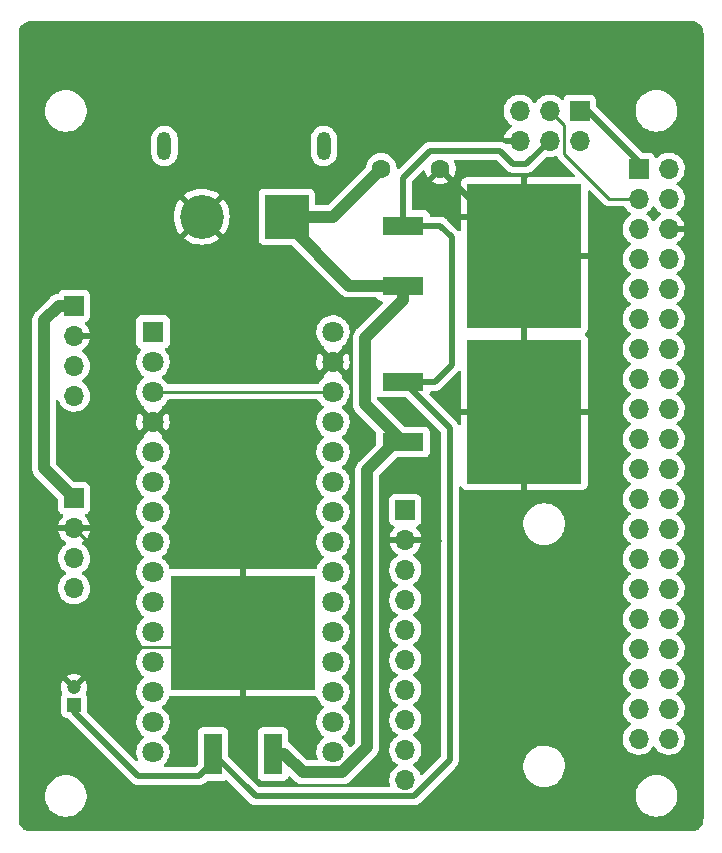
<source format=gbr>
%TF.GenerationSoftware,KiCad,Pcbnew,(6.0.4)*%
%TF.CreationDate,2022-09-08T01:36:39-04:00*%
%TF.ProjectId,Pi_HAT,50695f48-4154-42e6-9b69-6361645f7063,rev?*%
%TF.SameCoordinates,Original*%
%TF.FileFunction,Copper,L2,Bot*%
%TF.FilePolarity,Positive*%
%FSLAX46Y46*%
G04 Gerber Fmt 4.6, Leading zero omitted, Abs format (unit mm)*
G04 Created by KiCad (PCBNEW (6.0.4)) date 2022-09-08 01:36:39*
%MOMM*%
%LPD*%
G01*
G04 APERTURE LIST*
%TA.AperFunction,ComponentPad*%
%ADD10R,1.800000X1.800000*%
%TD*%
%TA.AperFunction,ComponentPad*%
%ADD11C,1.800000*%
%TD*%
%TA.AperFunction,ComponentPad*%
%ADD12R,1.700000X1.700000*%
%TD*%
%TA.AperFunction,ComponentPad*%
%ADD13O,1.700000X1.700000*%
%TD*%
%TA.AperFunction,ComponentPad*%
%ADD14C,1.600000*%
%TD*%
%TA.AperFunction,ComponentPad*%
%ADD15R,3.716000X3.716000*%
%TD*%
%TA.AperFunction,ComponentPad*%
%ADD16C,3.716000*%
%TD*%
%TA.AperFunction,ComponentPad*%
%ADD17O,1.200000X2.400000*%
%TD*%
%TA.AperFunction,ComponentPad*%
%ADD18R,1.200000X1.200000*%
%TD*%
%TA.AperFunction,ComponentPad*%
%ADD19C,1.200000*%
%TD*%
%TA.AperFunction,SMDPad,CuDef*%
%ADD20R,3.500000X1.600000*%
%TD*%
%TA.AperFunction,SMDPad,CuDef*%
%ADD21R,9.750000X12.200000*%
%TD*%
%TA.AperFunction,SMDPad,CuDef*%
%ADD22R,1.600000X3.500000*%
%TD*%
%TA.AperFunction,SMDPad,CuDef*%
%ADD23R,12.200000X9.750000*%
%TD*%
%TA.AperFunction,ViaPad*%
%ADD24C,0.800000*%
%TD*%
%TA.AperFunction,Conductor*%
%ADD25C,0.500000*%
%TD*%
%TA.AperFunction,Conductor*%
%ADD26C,0.250000*%
%TD*%
%TA.AperFunction,Conductor*%
%ADD27C,1.000000*%
%TD*%
G04 APERTURE END LIST*
D10*
%TO.P,TB1,1,D1/TX*%
%TO.N,unconnected-(TB1-Pad1)*%
X109880000Y-93220000D03*
D11*
%TO.P,TB1,2,D0/RX*%
%TO.N,unconnected-(TB1-Pad2)*%
X109880000Y-95760000D03*
%TO.P,TB1,3,RESET*%
%TO.N,unconnected-(TB1-Pad28)*%
X109880000Y-98300000D03*
%TO.P,TB1,4,COM/GND*%
%TO.N,GND*%
X109880000Y-100840000D03*
%TO.P,TB1,5,D2*%
%TO.N,unconnected-(TB1-Pad5)*%
X109880000Y-103380000D03*
%TO.P,TB1,6,D3*%
%TO.N,unconnected-(TB1-Pad6)*%
X109880000Y-105920000D03*
%TO.P,TB1,7,D4*%
%TO.N,unconnected-(TB1-Pad7)*%
X109880000Y-108460000D03*
%TO.P,TB1,8,D5*%
%TO.N,unconnected-(TB1-Pad8)*%
X109880000Y-111000000D03*
%TO.P,TB1,9,D6*%
%TO.N,unconnected-(TB1-Pad9)*%
X109880000Y-113540000D03*
%TO.P,TB1,10,D7*%
%TO.N,unconnected-(TB1-Pad10)*%
X109880000Y-116080000D03*
%TO.P,TB1,11,D8*%
%TO.N,unconnected-(TB1-Pad11)*%
X109880000Y-118620000D03*
%TO.P,TB1,12,D9*%
%TO.N,unconnected-(TB1-Pad12)*%
X109880000Y-121160000D03*
%TO.P,TB1,13,D10*%
%TO.N,unconnected-(TB1-Pad13)*%
X109880000Y-123700000D03*
%TO.P,TB1,14,D11/MOSI*%
%TO.N,unconnected-(TB1-Pad14)*%
X109880000Y-126240000D03*
%TO.P,TB1,15,D12/MISO*%
%TO.N,unconnected-(TB1-Pad15)*%
X109880000Y-128780000D03*
%TO.P,TB1,16,D13/SCK*%
%TO.N,unconnected-(TB1-Pad16)*%
X125120000Y-128780000D03*
%TO.P,TB1,17,3V3*%
%TO.N,3.3VN*%
X125120000Y-126240000D03*
%TO.P,TB1,18,AREF*%
%TO.N,unconnected-(TB1-Pad18)*%
X125120000Y-123700000D03*
%TO.P,TB1,19,A0*%
%TO.N,unconnected-(TB1-Pad19)*%
X125120000Y-121160000D03*
%TO.P,TB1,20,A1*%
%TO.N,unconnected-(TB1-Pad20)*%
X125120000Y-118620000D03*
%TO.P,TB1,21,A2*%
%TO.N,unconnected-(TB1-Pad21)*%
X125120000Y-116080000D03*
%TO.P,TB1,22,A3*%
%TO.N,unconnected-(TB1-Pad22)*%
X125120000Y-113540000D03*
%TO.P,TB1,23,A4*%
%TO.N,SDAN*%
X125120000Y-111000000D03*
%TO.P,TB1,24,A5*%
%TO.N,SCLN*%
X125120000Y-108460000D03*
%TO.P,TB1,25,A6*%
%TO.N,unconnected-(TB1-Pad25)*%
X125120000Y-105920000D03*
%TO.P,TB1,26,A7*%
%TO.N,unconnected-(TB1-Pad26)*%
X125120000Y-103380000D03*
%TO.P,TB1,27,+5V*%
%TO.N,unconnected-(TB1-Pad27)*%
X125120000Y-100840000D03*
%TO.P,TB1,28,RESET*%
%TO.N,unconnected-(TB1-Pad28)*%
X125120000Y-98300000D03*
%TO.P,TB1,29,COM/GND*%
%TO.N,GND*%
X125120000Y-95760000D03*
%TO.P,TB1,30,VIN*%
%TO.N,unconnected-(TB1-Pad30)*%
X125120000Y-93220000D03*
%TD*%
D12*
%TO.P,J3,1,Pin_1*%
%TO.N,3.3VP*%
X146000000Y-74500000D03*
D13*
%TO.P,J3,2,Pin_2*%
%TO.N,/5V*%
X146000000Y-77040000D03*
%TO.P,J3,3,Pin_3*%
%TO.N,/SDA*%
X143460000Y-74500000D03*
%TO.P,J3,4,Pin_4*%
%TO.N,/5V*%
X143460000Y-77040000D03*
%TO.P,J3,5,Pin_5*%
%TO.N,/SCL*%
X140920000Y-74500000D03*
%TO.P,J3,6,Pin_6*%
%TO.N,GND*%
X140920000Y-77040000D03*
%TD*%
D12*
%TO.P,J1,1,Pin_1*%
%TO.N,3.3VN*%
X131250000Y-108300000D03*
D13*
%TO.P,J1,2,Pin_2*%
%TO.N,GND*%
X131250000Y-110840000D03*
%TO.P,J1,3,Pin_3*%
%TO.N,SCLN*%
X131250000Y-113380000D03*
%TO.P,J1,4,Pin_4*%
%TO.N,SDAN*%
X131250000Y-115920000D03*
%TO.P,J1,5,Pin_5*%
%TO.N,unconnected-(J1-Pad5)*%
X131250000Y-118460000D03*
%TO.P,J1,6,Pin_6*%
%TO.N,unconnected-(J1-Pad6)*%
X131250000Y-121000000D03*
%TO.P,J1,7,Pin_7*%
%TO.N,unconnected-(J1-Pad7)*%
X131250000Y-123540000D03*
%TO.P,J1,8,Pin_8*%
%TO.N,unconnected-(J1-Pad8)*%
X131250000Y-126080000D03*
%TO.P,J1,9,Pin_9*%
%TO.N,unconnected-(J1-Pad9)*%
X131250000Y-128620000D03*
%TO.P,J1,10,Pin_10*%
%TO.N,unconnected-(J1-Pad10)*%
X131250000Y-131160000D03*
%TD*%
D12*
%TO.P,J2,1,Pin_1*%
%TO.N,3.3VP*%
X151000000Y-79400000D03*
D13*
%TO.P,J2,2,Pin_2*%
%TO.N,/5V*%
X153540000Y-79400000D03*
%TO.P,J2,3,Pin_3*%
%TO.N,/SDA*%
X151000000Y-81940000D03*
%TO.P,J2,4,Pin_4*%
%TO.N,/5V*%
X153540000Y-81940000D03*
%TO.P,J2,5,Pin_5*%
%TO.N,/SCL*%
X151000000Y-84480000D03*
%TO.P,J2,6,Pin_6*%
%TO.N,GND*%
X153540000Y-84480000D03*
%TO.P,J2,7,Pin_7*%
%TO.N,unconnected-(J2-Pad7)*%
X151000000Y-87020000D03*
%TO.P,J2,8,Pin_8*%
%TO.N,unconnected-(J2-Pad8)*%
X153540000Y-87020000D03*
%TO.P,J2,9,Pin_9*%
%TO.N,unconnected-(J2-Pad9)*%
X151000000Y-89560000D03*
%TO.P,J2,10,Pin_10*%
%TO.N,unconnected-(J2-Pad10)*%
X153540000Y-89560000D03*
%TO.P,J2,11,Pin_11*%
%TO.N,unconnected-(J2-Pad11)*%
X151000000Y-92100000D03*
%TO.P,J2,12,Pin_12*%
%TO.N,unconnected-(J2-Pad12)*%
X153540000Y-92100000D03*
%TO.P,J2,13,Pin_13*%
%TO.N,unconnected-(J2-Pad13)*%
X151000000Y-94640000D03*
%TO.P,J2,14,Pin_14*%
%TO.N,unconnected-(J2-Pad14)*%
X153540000Y-94640000D03*
%TO.P,J2,15,Pin_15*%
%TO.N,unconnected-(J2-Pad15)*%
X151000000Y-97180000D03*
%TO.P,J2,16,Pin_16*%
%TO.N,unconnected-(J2-Pad16)*%
X153540000Y-97180000D03*
%TO.P,J2,17,Pin_17*%
%TO.N,unconnected-(J2-Pad17)*%
X151000000Y-99720000D03*
%TO.P,J2,18,Pin_18*%
%TO.N,unconnected-(J2-Pad18)*%
X153540000Y-99720000D03*
%TO.P,J2,19,Pin_19*%
%TO.N,unconnected-(J2-Pad19)*%
X151000000Y-102260000D03*
%TO.P,J2,20,Pin_20*%
%TO.N,unconnected-(J2-Pad20)*%
X153540000Y-102260000D03*
%TO.P,J2,21,Pin_21*%
%TO.N,unconnected-(J2-Pad21)*%
X151000000Y-104800000D03*
%TO.P,J2,22,Pin_22*%
%TO.N,unconnected-(J2-Pad22)*%
X153540000Y-104800000D03*
%TO.P,J2,23,Pin_23*%
%TO.N,unconnected-(J2-Pad23)*%
X151000000Y-107340000D03*
%TO.P,J2,24,Pin_24*%
%TO.N,unconnected-(J2-Pad24)*%
X153540000Y-107340000D03*
%TO.P,J2,25,Pin_25*%
%TO.N,unconnected-(J2-Pad25)*%
X151000000Y-109880000D03*
%TO.P,J2,26,Pin_26*%
%TO.N,unconnected-(J2-Pad26)*%
X153540000Y-109880000D03*
%TO.P,J2,27,Pin_27*%
%TO.N,unconnected-(J2-Pad27)*%
X151000000Y-112420000D03*
%TO.P,J2,28,Pin_28*%
%TO.N,unconnected-(J2-Pad28)*%
X153540000Y-112420000D03*
%TO.P,J2,29,Pin_29*%
%TO.N,unconnected-(J2-Pad29)*%
X151000000Y-114960000D03*
%TO.P,J2,30,Pin_30*%
%TO.N,unconnected-(J2-Pad30)*%
X153540000Y-114960000D03*
%TO.P,J2,31,Pin_31*%
%TO.N,unconnected-(J2-Pad31)*%
X151000000Y-117500000D03*
%TO.P,J2,32,Pin_32*%
%TO.N,unconnected-(J2-Pad32)*%
X153540000Y-117500000D03*
%TO.P,J2,33,Pin_33*%
%TO.N,unconnected-(J2-Pad33)*%
X151000000Y-120040000D03*
%TO.P,J2,34,Pin_34*%
%TO.N,unconnected-(J2-Pad34)*%
X153540000Y-120040000D03*
%TO.P,J2,35,Pin_35*%
%TO.N,unconnected-(J2-Pad35)*%
X151000000Y-122580000D03*
%TO.P,J2,36,Pin_36*%
%TO.N,unconnected-(J2-Pad36)*%
X153540000Y-122580000D03*
%TO.P,J2,37,Pin_37*%
%TO.N,unconnected-(J2-Pad37)*%
X151000000Y-125120000D03*
%TO.P,J2,38,Pin_38*%
%TO.N,unconnected-(J2-Pad38)*%
X153540000Y-125120000D03*
%TO.P,J2,39,Pin_39*%
%TO.N,unconnected-(J2-Pad39)*%
X151000000Y-127660000D03*
%TO.P,J2,40,Pin_40*%
%TO.N,unconnected-(J2-Pad40)*%
X153540000Y-127660000D03*
%TD*%
D14*
%TO.P,C1,1*%
%TO.N,12V*%
X129200000Y-79400000D03*
%TO.P,C1,2*%
%TO.N,GND*%
X134200000Y-79400000D03*
%TD*%
D12*
%TO.P,J4,1,Pin_1*%
%TO.N,12V*%
X103200000Y-91000000D03*
D13*
%TO.P,J4,2,Pin_2*%
%TO.N,GND*%
X103200000Y-93540000D03*
%TO.P,J4,3,Pin_3*%
%TO.N,/SCL*%
X103200000Y-96080000D03*
%TO.P,J4,4,Pin_4*%
%TO.N,/SDA*%
X103200000Y-98620000D03*
%TD*%
D15*
%TO.P,J5,1,+*%
%TO.N,12V*%
X121200000Y-83465750D03*
D16*
%TO.P,J5,2,-*%
%TO.N,GND*%
X114000000Y-83465750D03*
D17*
%TO.P,J5,S1*%
%TO.N,N/C*%
X124350000Y-77465750D03*
%TO.P,J5,S2*%
X110850000Y-77465750D03*
%TD*%
D18*
%TO.P,C2,1*%
%TO.N,/5V*%
X103200000Y-124800000D03*
D19*
%TO.P,C2,2*%
%TO.N,GND*%
X103200000Y-123300000D03*
%TD*%
D12*
%TO.P,J6,1,Pin_1*%
%TO.N,12V*%
X103200000Y-107300000D03*
D13*
%TO.P,J6,2,Pin_2*%
%TO.N,GND*%
X103200000Y-109840000D03*
%TO.P,J6,3,Pin_3*%
%TO.N,/SCL*%
X103200000Y-112380000D03*
%TO.P,J6,4,Pin_4*%
%TO.N,/SDA*%
X103200000Y-114920000D03*
%TD*%
D20*
%TO.P,VR1,1,INPUT*%
%TO.N,12V*%
X131050000Y-89290000D03*
%TO.P,VR1,3,OUTPUT*%
%TO.N,/5V*%
X131050000Y-84210000D03*
D21*
%TO.P,VR1,4,GND*%
%TO.N,GND*%
X141325000Y-86750000D03*
%TD*%
D20*
%TO.P,VR2,1,INPUT*%
%TO.N,12V*%
X131050000Y-102540000D03*
%TO.P,VR2,3,OUTPUT*%
%TO.N,/5V*%
X131050000Y-97460000D03*
D21*
%TO.P,VR2,4,GND*%
%TO.N,GND*%
X141325000Y-100000000D03*
%TD*%
D22*
%TO.P,VR3,1,INPUT*%
%TO.N,12V*%
X120040000Y-128950000D03*
%TO.P,VR3,3,OUTPUT*%
%TO.N,/5V*%
X114960000Y-128950000D03*
D23*
%TO.P,VR3,4,GND*%
%TO.N,GND*%
X117500000Y-118675000D03*
%TD*%
D24*
%TO.N,GND*%
X135250000Y-83500000D03*
X133950000Y-110950000D03*
X117500000Y-112900000D03*
X147350000Y-86750000D03*
X147250000Y-100000000D03*
X152300000Y-83250000D03*
%TD*%
D25*
%TO.N,3.3VP*%
X146700000Y-74500000D02*
X151000000Y-78800000D01*
X146000000Y-74500000D02*
X146700000Y-74500000D01*
X151000000Y-78800000D02*
X151000000Y-79400000D01*
D26*
%TO.N,unconnected-(TB1-Pad28)*%
X109880000Y-98300000D02*
X125120000Y-98300000D01*
D25*
%TO.N,GND*%
X138075000Y-83500000D02*
X141325000Y-86750000D01*
X134200000Y-79400000D02*
X141325000Y-86525000D01*
D26*
X116275000Y-119900000D02*
X117500000Y-118675000D01*
D25*
X141325000Y-86750000D02*
X147350000Y-86750000D01*
D26*
X106600000Y-119900000D02*
X116275000Y-119900000D01*
D25*
X131250000Y-110840000D02*
X133840000Y-110840000D01*
D26*
X103200000Y-109840000D02*
X106600000Y-113240000D01*
D25*
X141325000Y-86525000D02*
X141325000Y-86750000D01*
D26*
X106600000Y-113240000D02*
X106600000Y-119900000D01*
D25*
X133840000Y-110840000D02*
X133950000Y-110950000D01*
D26*
X103200000Y-123300000D02*
X106600000Y-119900000D01*
D25*
X117500000Y-118675000D02*
X117500000Y-112900000D01*
X135250000Y-83500000D02*
X138075000Y-83500000D01*
X141325000Y-100000000D02*
X147250000Y-100000000D01*
D27*
%TO.N,12V*%
X121200000Y-83465750D02*
X121200000Y-84000000D01*
X101900000Y-91000000D02*
X100650000Y-92250000D01*
X128000000Y-104950000D02*
X128000000Y-128400000D01*
X125900000Y-130500000D02*
X122550000Y-130500000D01*
X121200000Y-83465750D02*
X125134250Y-83465750D01*
X131050000Y-102540000D02*
X130410000Y-102540000D01*
X121000000Y-128950000D02*
X120040000Y-128950000D01*
X103200000Y-91000000D02*
X101900000Y-91000000D01*
X125134250Y-83465750D02*
X129200000Y-79400000D01*
X100650000Y-92250000D02*
X100650000Y-104750000D01*
X127850000Y-93700000D02*
X127850000Y-99340000D01*
X131050000Y-90500000D02*
X127850000Y-93700000D01*
X121200000Y-84000000D02*
X126490000Y-89290000D01*
X122550000Y-130500000D02*
X121000000Y-128950000D01*
X127850000Y-99340000D02*
X131050000Y-102540000D01*
X100650000Y-104750000D02*
X103200000Y-107300000D01*
X126490000Y-89290000D02*
X131050000Y-89290000D01*
X130410000Y-102540000D02*
X128000000Y-104950000D01*
X128000000Y-128400000D02*
X125900000Y-130500000D01*
X131050000Y-89290000D02*
X131050000Y-90500000D01*
D25*
%TO.N,/5V*%
X135000000Y-101350000D02*
X135000000Y-129500000D01*
X140400000Y-79000000D02*
X141500000Y-79000000D01*
X141500000Y-79000000D02*
X143460000Y-77040000D01*
X114960000Y-128950000D02*
X114960000Y-129640000D01*
X135200000Y-96000000D02*
X133740000Y-97460000D01*
X131050000Y-80150000D02*
X133300000Y-77900000D01*
X134210000Y-84210000D02*
X135200000Y-85200000D01*
X113800000Y-130800000D02*
X108600000Y-130800000D01*
X131110000Y-97460000D02*
X135000000Y-101350000D01*
X135000000Y-129500000D02*
X131950000Y-132550000D01*
X131050000Y-97460000D02*
X131110000Y-97460000D01*
X131950000Y-132550000D02*
X118560000Y-132550000D01*
X118560000Y-132550000D02*
X114960000Y-128950000D01*
X108600000Y-130800000D02*
X103200000Y-125400000D01*
X114960000Y-129640000D02*
X113800000Y-130800000D01*
X135200000Y-85200000D02*
X135200000Y-96000000D01*
X133300000Y-77900000D02*
X139300000Y-77900000D01*
X131050000Y-84210000D02*
X134210000Y-84210000D01*
X131050000Y-84210000D02*
X131050000Y-80150000D01*
X139300000Y-77900000D02*
X140400000Y-79000000D01*
X133740000Y-97460000D02*
X131050000Y-97460000D01*
X103200000Y-125400000D02*
X103200000Y-124800000D01*
D26*
%TO.N,/SDA*%
X143460000Y-74500000D02*
X144700000Y-75740000D01*
X148490000Y-81940000D02*
X151000000Y-81940000D01*
X144700000Y-78150000D02*
X148490000Y-81940000D01*
X144700000Y-75740000D02*
X144700000Y-78150000D01*
%TD*%
%TA.AperFunction,Conductor*%
%TO.N,GND*%
G36*
X155470018Y-66910000D02*
G01*
X155484851Y-66912310D01*
X155484855Y-66912310D01*
X155493724Y-66913691D01*
X155506397Y-66912034D01*
X155533707Y-66911449D01*
X155661194Y-66922603D01*
X155682817Y-66926415D01*
X155828466Y-66965442D01*
X155849104Y-66972954D01*
X155985760Y-67036678D01*
X156004780Y-67047660D01*
X156128297Y-67134147D01*
X156145122Y-67148265D01*
X156251735Y-67254878D01*
X156265853Y-67271703D01*
X156352340Y-67395220D01*
X156363322Y-67414240D01*
X156427046Y-67550896D01*
X156434557Y-67571534D01*
X156473583Y-67717178D01*
X156477398Y-67738809D01*
X156487947Y-67859393D01*
X156487393Y-67875871D01*
X156487800Y-67875876D01*
X156487690Y-67884853D01*
X156486309Y-67893724D01*
X156487473Y-67902626D01*
X156487473Y-67902628D01*
X156490436Y-67925283D01*
X156491500Y-67941621D01*
X156491500Y-134450633D01*
X156490000Y-134470018D01*
X156487690Y-134484851D01*
X156487690Y-134484855D01*
X156486309Y-134493724D01*
X156487966Y-134506397D01*
X156488551Y-134533707D01*
X156477398Y-134661191D01*
X156473585Y-134682817D01*
X156452174Y-134762724D01*
X156434558Y-134828466D01*
X156427046Y-134849104D01*
X156363322Y-134985760D01*
X156352340Y-135004780D01*
X156265853Y-135128297D01*
X156251735Y-135145122D01*
X156145122Y-135251735D01*
X156128297Y-135265853D01*
X156004780Y-135352340D01*
X155985760Y-135363322D01*
X155849104Y-135427046D01*
X155828466Y-135434557D01*
X155682822Y-135473583D01*
X155661194Y-135477397D01*
X155604659Y-135482344D01*
X155540607Y-135487947D01*
X155524129Y-135487393D01*
X155524124Y-135487800D01*
X155515147Y-135487690D01*
X155506276Y-135486309D01*
X155497374Y-135487473D01*
X155497372Y-135487473D01*
X155483548Y-135489281D01*
X155474714Y-135490436D01*
X155458379Y-135491500D01*
X99549367Y-135491500D01*
X99529982Y-135490000D01*
X99515149Y-135487690D01*
X99515145Y-135487690D01*
X99506276Y-135486309D01*
X99493603Y-135487966D01*
X99466293Y-135488551D01*
X99338806Y-135477397D01*
X99317183Y-135473585D01*
X99171531Y-135434557D01*
X99150896Y-135427046D01*
X99014240Y-135363322D01*
X98995220Y-135352340D01*
X98871703Y-135265853D01*
X98854878Y-135251735D01*
X98748265Y-135145122D01*
X98734147Y-135128297D01*
X98647660Y-135004780D01*
X98636678Y-134985760D01*
X98572954Y-134849104D01*
X98565443Y-134828466D01*
X98526417Y-134682822D01*
X98522602Y-134661191D01*
X98512349Y-134543993D01*
X98512374Y-134521758D01*
X98512770Y-134517344D01*
X98513576Y-134512552D01*
X98513729Y-134500000D01*
X98509773Y-134472376D01*
X98508500Y-134454514D01*
X98508500Y-132607655D01*
X100739858Y-132607655D01*
X100775104Y-132866638D01*
X100776412Y-132871124D01*
X100776412Y-132871126D01*
X100796098Y-132938664D01*
X100848243Y-133117567D01*
X100957668Y-133354928D01*
X100960231Y-133358837D01*
X101098410Y-133569596D01*
X101098414Y-133569601D01*
X101100976Y-133573509D01*
X101275018Y-133768506D01*
X101475970Y-133935637D01*
X101479973Y-133938066D01*
X101695422Y-134068804D01*
X101695426Y-134068806D01*
X101699419Y-134071229D01*
X101940455Y-134172303D01*
X102193783Y-134236641D01*
X102198434Y-134237109D01*
X102198438Y-134237110D01*
X102391308Y-134256531D01*
X102410867Y-134258500D01*
X102566354Y-134258500D01*
X102568679Y-134258327D01*
X102568685Y-134258327D01*
X102756000Y-134244407D01*
X102756004Y-134244406D01*
X102760652Y-134244061D01*
X102765200Y-134243032D01*
X102765206Y-134243031D01*
X102951601Y-134200853D01*
X103015577Y-134186377D01*
X103051769Y-134172303D01*
X103254824Y-134093340D01*
X103254827Y-134093339D01*
X103259177Y-134091647D01*
X103486098Y-133961951D01*
X103691357Y-133800138D01*
X103870443Y-133609763D01*
X104019424Y-133395009D01*
X104061030Y-133310641D01*
X104132960Y-133164781D01*
X104132961Y-133164778D01*
X104135025Y-133160593D01*
X104160946Y-133079617D01*
X104213280Y-132916123D01*
X104214707Y-132911665D01*
X104256721Y-132653693D01*
X104260142Y-132392345D01*
X104224896Y-132133362D01*
X104210473Y-132083877D01*
X104153068Y-131886932D01*
X104151757Y-131882433D01*
X104042332Y-131645072D01*
X104005785Y-131589329D01*
X103901590Y-131430404D01*
X103901586Y-131430399D01*
X103899024Y-131426491D01*
X103724982Y-131231494D01*
X103524030Y-131064363D01*
X103341978Y-130953891D01*
X103304578Y-130931196D01*
X103304574Y-130931194D01*
X103300581Y-130928771D01*
X103059545Y-130827697D01*
X102806217Y-130763359D01*
X102801566Y-130762891D01*
X102801562Y-130762890D01*
X102592271Y-130741816D01*
X102589133Y-130741500D01*
X102433646Y-130741500D01*
X102431321Y-130741673D01*
X102431315Y-130741673D01*
X102244000Y-130755593D01*
X102243996Y-130755594D01*
X102239348Y-130755939D01*
X102234800Y-130756968D01*
X102234794Y-130756969D01*
X102048399Y-130799147D01*
X101984423Y-130813623D01*
X101980071Y-130815315D01*
X101980069Y-130815316D01*
X101745176Y-130906660D01*
X101745173Y-130906661D01*
X101740823Y-130908353D01*
X101513902Y-131038049D01*
X101308643Y-131199862D01*
X101129557Y-131390237D01*
X101044565Y-131512752D01*
X100988659Y-131593340D01*
X100980576Y-131604991D01*
X100978510Y-131609181D01*
X100978508Y-131609184D01*
X100905030Y-131758184D01*
X100864975Y-131839407D01*
X100785293Y-132088335D01*
X100743279Y-132346307D01*
X100739858Y-132607655D01*
X98508500Y-132607655D01*
X98508500Y-123276638D01*
X102088012Y-123276638D01*
X102100575Y-123468304D01*
X102102376Y-123479674D01*
X102149657Y-123665843D01*
X102153498Y-123676690D01*
X102199437Y-123776341D01*
X102209792Y-123846579D01*
X102185837Y-123904657D01*
X102154771Y-123946108D01*
X102154770Y-123946110D01*
X102149385Y-123953295D01*
X102098255Y-124089684D01*
X102091500Y-124151866D01*
X102091500Y-125448134D01*
X102098255Y-125510316D01*
X102149385Y-125646705D01*
X102236739Y-125763261D01*
X102353295Y-125850615D01*
X102489684Y-125901745D01*
X102551866Y-125908500D01*
X102583623Y-125908500D01*
X102651744Y-125928502D01*
X102670112Y-125942873D01*
X102670219Y-125942974D01*
X102672825Y-125945506D01*
X108016230Y-131288911D01*
X108028616Y-131303323D01*
X108037149Y-131314918D01*
X108037154Y-131314923D01*
X108041492Y-131320818D01*
X108047070Y-131325557D01*
X108047073Y-131325560D01*
X108081768Y-131355035D01*
X108089284Y-131361965D01*
X108094979Y-131367660D01*
X108097861Y-131369940D01*
X108117251Y-131385281D01*
X108120655Y-131388072D01*
X108170703Y-131430591D01*
X108176285Y-131435333D01*
X108182801Y-131438661D01*
X108187850Y-131442028D01*
X108192979Y-131445195D01*
X108198716Y-131449734D01*
X108264875Y-131480655D01*
X108268769Y-131482558D01*
X108333808Y-131515769D01*
X108340916Y-131517508D01*
X108346559Y-131519607D01*
X108352322Y-131521524D01*
X108358950Y-131524622D01*
X108366112Y-131526112D01*
X108366113Y-131526112D01*
X108430412Y-131539486D01*
X108434696Y-131540456D01*
X108505610Y-131557808D01*
X108511212Y-131558156D01*
X108511215Y-131558156D01*
X108516764Y-131558500D01*
X108516762Y-131558536D01*
X108520755Y-131558775D01*
X108524947Y-131559149D01*
X108532115Y-131560640D01*
X108609520Y-131558546D01*
X108612928Y-131558500D01*
X113732930Y-131558500D01*
X113751880Y-131559933D01*
X113766115Y-131562099D01*
X113766119Y-131562099D01*
X113773349Y-131563199D01*
X113780641Y-131562606D01*
X113780644Y-131562606D01*
X113826018Y-131558915D01*
X113836233Y-131558500D01*
X113844293Y-131558500D01*
X113861680Y-131556473D01*
X113872507Y-131555211D01*
X113876882Y-131554778D01*
X113942339Y-131549454D01*
X113942342Y-131549453D01*
X113949637Y-131548860D01*
X113956601Y-131546604D01*
X113962560Y-131545413D01*
X113968415Y-131544029D01*
X113975681Y-131543182D01*
X114044327Y-131518265D01*
X114048455Y-131516848D01*
X114110936Y-131496607D01*
X114110938Y-131496606D01*
X114117899Y-131494351D01*
X114124154Y-131490555D01*
X114129628Y-131488049D01*
X114135058Y-131485330D01*
X114141937Y-131482833D01*
X114166033Y-131467035D01*
X114202976Y-131442814D01*
X114206680Y-131440477D01*
X114269107Y-131402595D01*
X114277484Y-131395197D01*
X114277508Y-131395224D01*
X114280500Y-131392571D01*
X114283733Y-131389868D01*
X114289852Y-131385856D01*
X114343128Y-131329617D01*
X114345506Y-131327175D01*
X114427276Y-131245405D01*
X114489588Y-131211379D01*
X114516371Y-131208500D01*
X115808134Y-131208500D01*
X115870316Y-131201745D01*
X115989825Y-131156943D01*
X116060631Y-131151760D01*
X116123149Y-131185830D01*
X117976227Y-133038907D01*
X117988613Y-133053319D01*
X117997149Y-133064917D01*
X118001492Y-133070818D01*
X118007070Y-133075557D01*
X118007073Y-133075560D01*
X118041775Y-133105041D01*
X118049291Y-133111971D01*
X118054980Y-133117660D01*
X118057834Y-133119918D01*
X118057844Y-133119927D01*
X118077242Y-133135274D01*
X118080642Y-133138062D01*
X118130707Y-133180595D01*
X118130711Y-133180598D01*
X118136285Y-133185333D01*
X118142800Y-133188660D01*
X118147837Y-133192019D01*
X118152975Y-133195192D01*
X118158716Y-133199734D01*
X118224875Y-133230655D01*
X118228769Y-133232558D01*
X118293808Y-133265769D01*
X118300917Y-133267508D01*
X118306551Y-133269604D01*
X118312321Y-133271523D01*
X118318950Y-133274622D01*
X118326113Y-133276112D01*
X118326116Y-133276113D01*
X118376830Y-133286661D01*
X118390435Y-133289491D01*
X118394701Y-133290457D01*
X118465610Y-133307808D01*
X118471212Y-133308156D01*
X118471215Y-133308156D01*
X118476764Y-133308500D01*
X118476762Y-133308535D01*
X118480734Y-133308775D01*
X118484955Y-133309152D01*
X118492115Y-133310641D01*
X118569542Y-133308546D01*
X118572950Y-133308500D01*
X131882930Y-133308500D01*
X131901880Y-133309933D01*
X131916115Y-133312099D01*
X131916119Y-133312099D01*
X131923349Y-133313199D01*
X131930641Y-133312606D01*
X131930644Y-133312606D01*
X131976018Y-133308915D01*
X131986233Y-133308500D01*
X131994293Y-133308500D01*
X132011680Y-133306473D01*
X132022507Y-133305211D01*
X132026882Y-133304778D01*
X132092339Y-133299454D01*
X132092342Y-133299453D01*
X132099637Y-133298860D01*
X132106601Y-133296604D01*
X132112560Y-133295413D01*
X132118415Y-133294029D01*
X132125681Y-133293182D01*
X132194327Y-133268265D01*
X132198455Y-133266848D01*
X132260936Y-133246607D01*
X132260938Y-133246606D01*
X132267899Y-133244351D01*
X132274154Y-133240555D01*
X132279628Y-133238049D01*
X132285058Y-133235330D01*
X132291937Y-133232833D01*
X132298058Y-133228820D01*
X132352976Y-133192814D01*
X132356680Y-133190477D01*
X132419107Y-133152595D01*
X132427484Y-133145197D01*
X132427508Y-133145224D01*
X132430500Y-133142571D01*
X132433733Y-133139868D01*
X132439852Y-133135856D01*
X132493128Y-133079617D01*
X132495506Y-133077175D01*
X132965026Y-132607655D01*
X150739858Y-132607655D01*
X150775104Y-132866638D01*
X150776412Y-132871124D01*
X150776412Y-132871126D01*
X150796098Y-132938664D01*
X150848243Y-133117567D01*
X150957668Y-133354928D01*
X150960231Y-133358837D01*
X151098410Y-133569596D01*
X151098414Y-133569601D01*
X151100976Y-133573509D01*
X151275018Y-133768506D01*
X151475970Y-133935637D01*
X151479973Y-133938066D01*
X151695422Y-134068804D01*
X151695426Y-134068806D01*
X151699419Y-134071229D01*
X151940455Y-134172303D01*
X152193783Y-134236641D01*
X152198434Y-134237109D01*
X152198438Y-134237110D01*
X152391308Y-134256531D01*
X152410867Y-134258500D01*
X152566354Y-134258500D01*
X152568679Y-134258327D01*
X152568685Y-134258327D01*
X152756000Y-134244407D01*
X152756004Y-134244406D01*
X152760652Y-134244061D01*
X152765200Y-134243032D01*
X152765206Y-134243031D01*
X152951601Y-134200853D01*
X153015577Y-134186377D01*
X153051769Y-134172303D01*
X153254824Y-134093340D01*
X153254827Y-134093339D01*
X153259177Y-134091647D01*
X153486098Y-133961951D01*
X153691357Y-133800138D01*
X153870443Y-133609763D01*
X154019424Y-133395009D01*
X154061030Y-133310641D01*
X154132960Y-133164781D01*
X154132961Y-133164778D01*
X154135025Y-133160593D01*
X154160946Y-133079617D01*
X154213280Y-132916123D01*
X154214707Y-132911665D01*
X154256721Y-132653693D01*
X154260142Y-132392345D01*
X154224896Y-132133362D01*
X154210473Y-132083877D01*
X154153068Y-131886932D01*
X154151757Y-131882433D01*
X154042332Y-131645072D01*
X154005785Y-131589329D01*
X153901590Y-131430404D01*
X153901586Y-131430399D01*
X153899024Y-131426491D01*
X153724982Y-131231494D01*
X153524030Y-131064363D01*
X153341978Y-130953891D01*
X153304578Y-130931196D01*
X153304574Y-130931194D01*
X153300581Y-130928771D01*
X153059545Y-130827697D01*
X152806217Y-130763359D01*
X152801566Y-130762891D01*
X152801562Y-130762890D01*
X152592271Y-130741816D01*
X152589133Y-130741500D01*
X152433646Y-130741500D01*
X152431321Y-130741673D01*
X152431315Y-130741673D01*
X152244000Y-130755593D01*
X152243996Y-130755594D01*
X152239348Y-130755939D01*
X152234800Y-130756968D01*
X152234794Y-130756969D01*
X152048399Y-130799147D01*
X151984423Y-130813623D01*
X151980071Y-130815315D01*
X151980069Y-130815316D01*
X151745176Y-130906660D01*
X151745173Y-130906661D01*
X151740823Y-130908353D01*
X151513902Y-131038049D01*
X151308643Y-131199862D01*
X151129557Y-131390237D01*
X151044565Y-131512752D01*
X150988659Y-131593340D01*
X150980576Y-131604991D01*
X150978510Y-131609181D01*
X150978508Y-131609184D01*
X150905030Y-131758184D01*
X150864975Y-131839407D01*
X150785293Y-132088335D01*
X150743279Y-132346307D01*
X150739858Y-132607655D01*
X132965026Y-132607655D01*
X135465026Y-130107655D01*
X141239858Y-130107655D01*
X141275104Y-130366638D01*
X141276412Y-130371124D01*
X141276412Y-130371126D01*
X141296098Y-130438664D01*
X141348243Y-130617567D01*
X141457668Y-130854928D01*
X141467313Y-130869639D01*
X141598410Y-131069596D01*
X141598414Y-131069601D01*
X141600976Y-131073509D01*
X141713751Y-131199862D01*
X141754400Y-131245405D01*
X141775018Y-131268506D01*
X141975970Y-131435637D01*
X141979973Y-131438066D01*
X142195422Y-131568804D01*
X142195426Y-131568806D01*
X142199419Y-131571229D01*
X142440455Y-131672303D01*
X142693783Y-131736641D01*
X142698434Y-131737109D01*
X142698438Y-131737110D01*
X142872086Y-131754595D01*
X142910867Y-131758500D01*
X143066354Y-131758500D01*
X143068679Y-131758327D01*
X143068685Y-131758327D01*
X143256000Y-131744407D01*
X143256004Y-131744406D01*
X143260652Y-131744061D01*
X143265200Y-131743032D01*
X143265206Y-131743031D01*
X143451601Y-131700853D01*
X143515577Y-131686377D01*
X143551769Y-131672303D01*
X143754824Y-131593340D01*
X143754827Y-131593339D01*
X143759177Y-131591647D01*
X143813775Y-131560442D01*
X143850440Y-131539486D01*
X143986098Y-131461951D01*
X144191357Y-131300138D01*
X144370443Y-131109763D01*
X144497257Y-130926962D01*
X144516759Y-130898851D01*
X144516761Y-130898848D01*
X144519424Y-130895009D01*
X144541284Y-130850682D01*
X144632960Y-130664781D01*
X144632961Y-130664778D01*
X144635025Y-130660593D01*
X144714707Y-130411665D01*
X144756721Y-130153693D01*
X144758411Y-130024598D01*
X144760081Y-129897022D01*
X144760081Y-129897019D01*
X144760142Y-129892345D01*
X144724896Y-129633362D01*
X144710473Y-129583877D01*
X144688105Y-129507137D01*
X144651757Y-129382433D01*
X144542332Y-129145072D01*
X144475881Y-129043717D01*
X144401590Y-128930404D01*
X144401586Y-128930399D01*
X144399024Y-128926491D01*
X144224982Y-128731494D01*
X144024030Y-128564363D01*
X143860430Y-128465088D01*
X143804578Y-128431196D01*
X143804574Y-128431194D01*
X143800581Y-128428771D01*
X143559545Y-128327697D01*
X143306217Y-128263359D01*
X143301566Y-128262891D01*
X143301562Y-128262890D01*
X143092271Y-128241816D01*
X143089133Y-128241500D01*
X142933646Y-128241500D01*
X142931321Y-128241673D01*
X142931315Y-128241673D01*
X142744000Y-128255593D01*
X142743996Y-128255594D01*
X142739348Y-128255939D01*
X142734800Y-128256968D01*
X142734794Y-128256969D01*
X142580066Y-128291981D01*
X142484423Y-128313623D01*
X142480071Y-128315315D01*
X142480069Y-128315316D01*
X142245176Y-128406660D01*
X142245173Y-128406661D01*
X142240823Y-128408353D01*
X142013902Y-128538049D01*
X141808643Y-128699862D01*
X141629557Y-128890237D01*
X141543868Y-129013757D01*
X141496569Y-129081938D01*
X141480576Y-129104991D01*
X141478510Y-129109181D01*
X141478508Y-129109184D01*
X141422517Y-129222724D01*
X141364975Y-129339407D01*
X141363553Y-129343850D01*
X141363552Y-129343852D01*
X141311035Y-129507917D01*
X141285293Y-129588335D01*
X141243279Y-129846307D01*
X141242559Y-129901284D01*
X141240171Y-130083770D01*
X141239858Y-130107655D01*
X135465026Y-130107655D01*
X135488911Y-130083770D01*
X135503323Y-130071384D01*
X135514918Y-130062851D01*
X135514923Y-130062846D01*
X135520818Y-130058508D01*
X135525557Y-130052930D01*
X135525560Y-130052927D01*
X135555035Y-130018232D01*
X135561965Y-130010716D01*
X135567660Y-130005021D01*
X135572518Y-129998880D01*
X135585281Y-129982749D01*
X135588072Y-129979345D01*
X135630591Y-129929297D01*
X135630592Y-129929295D01*
X135635333Y-129923715D01*
X135638661Y-129917199D01*
X135642028Y-129912150D01*
X135645195Y-129907021D01*
X135649734Y-129901284D01*
X135680655Y-129835125D01*
X135682561Y-129831225D01*
X135686440Y-129823629D01*
X135715769Y-129766192D01*
X135717508Y-129759084D01*
X135719607Y-129753441D01*
X135721524Y-129747678D01*
X135724622Y-129741050D01*
X135739487Y-129669583D01*
X135740457Y-129665299D01*
X135749370Y-129628874D01*
X135757808Y-129594390D01*
X135758500Y-129583236D01*
X135758536Y-129583238D01*
X135758775Y-129579245D01*
X135759149Y-129575053D01*
X135760640Y-129567885D01*
X135758546Y-129490479D01*
X135758500Y-129487072D01*
X135758500Y-109607655D01*
X141239858Y-109607655D01*
X141275104Y-109866638D01*
X141276412Y-109871124D01*
X141276412Y-109871126D01*
X141296098Y-109938664D01*
X141348243Y-110117567D01*
X141350203Y-110121820D01*
X141350204Y-110121821D01*
X141355316Y-110132910D01*
X141457668Y-110354928D01*
X141460231Y-110358837D01*
X141598410Y-110569596D01*
X141598414Y-110569601D01*
X141600976Y-110573509D01*
X141775018Y-110768506D01*
X141975970Y-110935637D01*
X141979973Y-110938066D01*
X142195422Y-111068804D01*
X142195426Y-111068806D01*
X142199419Y-111071229D01*
X142440455Y-111172303D01*
X142693783Y-111236641D01*
X142698434Y-111237109D01*
X142698438Y-111237110D01*
X142891308Y-111256531D01*
X142910867Y-111258500D01*
X143066354Y-111258500D01*
X143068679Y-111258327D01*
X143068685Y-111258327D01*
X143256000Y-111244407D01*
X143256004Y-111244406D01*
X143260652Y-111244061D01*
X143265200Y-111243032D01*
X143265206Y-111243031D01*
X143469969Y-111196697D01*
X143515577Y-111186377D01*
X143554870Y-111171097D01*
X143754824Y-111093340D01*
X143754827Y-111093339D01*
X143759177Y-111091647D01*
X143787401Y-111075516D01*
X143879470Y-111022894D01*
X143986098Y-110961951D01*
X144191357Y-110800138D01*
X144370443Y-110609763D01*
X144519424Y-110395009D01*
X144521492Y-110390816D01*
X144632960Y-110164781D01*
X144632961Y-110164778D01*
X144635025Y-110160593D01*
X144656342Y-110094000D01*
X144713280Y-109916123D01*
X144714707Y-109911665D01*
X144756721Y-109653693D01*
X144759128Y-109469784D01*
X144760081Y-109397022D01*
X144760081Y-109397019D01*
X144760142Y-109392345D01*
X144724896Y-109133362D01*
X144710473Y-109083877D01*
X144679821Y-108978717D01*
X144651757Y-108882433D01*
X144542332Y-108645072D01*
X144492679Y-108569338D01*
X144401590Y-108430404D01*
X144401586Y-108430399D01*
X144399024Y-108426491D01*
X144224982Y-108231494D01*
X144024030Y-108064363D01*
X143976844Y-108035730D01*
X143804578Y-107931196D01*
X143804574Y-107931194D01*
X143800581Y-107928771D01*
X143559545Y-107827697D01*
X143306217Y-107763359D01*
X143301566Y-107762891D01*
X143301562Y-107762890D01*
X143092271Y-107741816D01*
X143089133Y-107741500D01*
X142933646Y-107741500D01*
X142931321Y-107741673D01*
X142931315Y-107741673D01*
X142744000Y-107755593D01*
X142743996Y-107755594D01*
X142739348Y-107755939D01*
X142734800Y-107756968D01*
X142734794Y-107756969D01*
X142598574Y-107787793D01*
X142484423Y-107813623D01*
X142480071Y-107815315D01*
X142480069Y-107815316D01*
X142245176Y-107906660D01*
X142245173Y-107906661D01*
X142240823Y-107908353D01*
X142013902Y-108038049D01*
X141808643Y-108199862D01*
X141629557Y-108390237D01*
X141544212Y-108513261D01*
X141483612Y-108600615D01*
X141480576Y-108604991D01*
X141478510Y-108609181D01*
X141478508Y-108609184D01*
X141404790Y-108758671D01*
X141364975Y-108839407D01*
X141363553Y-108843850D01*
X141363552Y-108843852D01*
X141317818Y-108986727D01*
X141285293Y-109088335D01*
X141243279Y-109346307D01*
X141243218Y-109350980D01*
X141240021Y-109595229D01*
X141239858Y-109607655D01*
X135758500Y-109607655D01*
X135758500Y-106395539D01*
X135778502Y-106327418D01*
X135832158Y-106280925D01*
X135902432Y-106270821D01*
X135967012Y-106300315D01*
X135995020Y-106335030D01*
X136005212Y-106353646D01*
X136081715Y-106455724D01*
X136094276Y-106468285D01*
X136196351Y-106544786D01*
X136211946Y-106553324D01*
X136332394Y-106598478D01*
X136347649Y-106602105D01*
X136398514Y-106607631D01*
X136405328Y-106608000D01*
X141052885Y-106608000D01*
X141068124Y-106603525D01*
X141069329Y-106602135D01*
X141071000Y-106594452D01*
X141071000Y-106589884D01*
X141579000Y-106589884D01*
X141583475Y-106605123D01*
X141584865Y-106606328D01*
X141592548Y-106607999D01*
X146244669Y-106607999D01*
X146251490Y-106607629D01*
X146302352Y-106602105D01*
X146317604Y-106598479D01*
X146438054Y-106553324D01*
X146453649Y-106544786D01*
X146555724Y-106468285D01*
X146568285Y-106455724D01*
X146644786Y-106353649D01*
X146653324Y-106338054D01*
X146698478Y-106217606D01*
X146702105Y-106202351D01*
X146707631Y-106151486D01*
X146708000Y-106144672D01*
X146708000Y-100272115D01*
X146703525Y-100256876D01*
X146702135Y-100255671D01*
X146694452Y-100254000D01*
X141597115Y-100254000D01*
X141581876Y-100258475D01*
X141580671Y-100259865D01*
X141579000Y-100267548D01*
X141579000Y-106589884D01*
X141071000Y-106589884D01*
X141071000Y-100272115D01*
X141066525Y-100256876D01*
X141065135Y-100255671D01*
X141057452Y-100254000D01*
X135960116Y-100254000D01*
X135944877Y-100258475D01*
X135943672Y-100259865D01*
X135942001Y-100267548D01*
X135942001Y-100998773D01*
X135921999Y-101066894D01*
X135868343Y-101113387D01*
X135798069Y-101123491D01*
X135733489Y-101093997D01*
X135701080Y-101045071D01*
X135699656Y-101045723D01*
X135696606Y-101039061D01*
X135694351Y-101032101D01*
X135690555Y-101025846D01*
X135688049Y-101020372D01*
X135685330Y-101014942D01*
X135682833Y-101008063D01*
X135676742Y-100998773D01*
X135642814Y-100947024D01*
X135640467Y-100943305D01*
X135602595Y-100880893D01*
X135595197Y-100872516D01*
X135595224Y-100872492D01*
X135592571Y-100869500D01*
X135589868Y-100866267D01*
X135585856Y-100860148D01*
X135529617Y-100806872D01*
X135527175Y-100804494D01*
X133302190Y-98579509D01*
X133268164Y-98517197D01*
X133273303Y-98446184D01*
X133298971Y-98377715D01*
X133301745Y-98370316D01*
X133306028Y-98330892D01*
X133333270Y-98265330D01*
X133391634Y-98224904D01*
X133431291Y-98218500D01*
X133672930Y-98218500D01*
X133691880Y-98219933D01*
X133706115Y-98222099D01*
X133706119Y-98222099D01*
X133713349Y-98223199D01*
X133720641Y-98222606D01*
X133720644Y-98222606D01*
X133766018Y-98218915D01*
X133776233Y-98218500D01*
X133784293Y-98218500D01*
X133797583Y-98216951D01*
X133812507Y-98215211D01*
X133816882Y-98214778D01*
X133882339Y-98209454D01*
X133882342Y-98209453D01*
X133889637Y-98208860D01*
X133896601Y-98206604D01*
X133902560Y-98205413D01*
X133908415Y-98204029D01*
X133915681Y-98203182D01*
X133984327Y-98178265D01*
X133988455Y-98176848D01*
X134050936Y-98156607D01*
X134050938Y-98156606D01*
X134057899Y-98154351D01*
X134064154Y-98150555D01*
X134069628Y-98148049D01*
X134075058Y-98145330D01*
X134081937Y-98142833D01*
X134142976Y-98102814D01*
X134146680Y-98100477D01*
X134209107Y-98062595D01*
X134217484Y-98055197D01*
X134217508Y-98055224D01*
X134220500Y-98052571D01*
X134223733Y-98049868D01*
X134229852Y-98045856D01*
X134283128Y-97989617D01*
X134285506Y-97987175D01*
X135688911Y-96583770D01*
X135703323Y-96571384D01*
X135714922Y-96562848D01*
X135714927Y-96562843D01*
X135720818Y-96558508D01*
X135725556Y-96552931D01*
X135730065Y-96548726D01*
X135793525Y-96516894D01*
X135864122Y-96524424D01*
X135919439Y-96568927D01*
X135942000Y-96640873D01*
X135942000Y-99727885D01*
X135946475Y-99743124D01*
X135947865Y-99744329D01*
X135955548Y-99746000D01*
X141052885Y-99746000D01*
X141068124Y-99741525D01*
X141069329Y-99740135D01*
X141071000Y-99732452D01*
X141071000Y-93392001D01*
X141071104Y-93392001D01*
X141069890Y-93357999D01*
X141578896Y-93357999D01*
X141580369Y-93399254D01*
X141579000Y-93405547D01*
X141579000Y-99727885D01*
X141583475Y-99743124D01*
X141584865Y-99744329D01*
X141592548Y-99746000D01*
X146689884Y-99746000D01*
X146705123Y-99741525D01*
X146706328Y-99740135D01*
X146707999Y-99732452D01*
X146707999Y-93855331D01*
X146707629Y-93848510D01*
X146702105Y-93797648D01*
X146698479Y-93782396D01*
X146653324Y-93661946D01*
X146644786Y-93646351D01*
X146568285Y-93544276D01*
X146555724Y-93531715D01*
X146481151Y-93475826D01*
X146438636Y-93418967D01*
X146433610Y-93348149D01*
X146467670Y-93285855D01*
X146481151Y-93274174D01*
X146555724Y-93218285D01*
X146568285Y-93205724D01*
X146644786Y-93103649D01*
X146653324Y-93088054D01*
X146698478Y-92967606D01*
X146702105Y-92952351D01*
X146707631Y-92901486D01*
X146708000Y-92894672D01*
X146708000Y-87022115D01*
X146703525Y-87006876D01*
X146702135Y-87005671D01*
X146694452Y-87004000D01*
X141597115Y-87004000D01*
X141581876Y-87008475D01*
X141580671Y-87009865D01*
X141579000Y-87017548D01*
X141579000Y-93357999D01*
X141578896Y-93357999D01*
X141069890Y-93357999D01*
X141069631Y-93350746D01*
X141071000Y-93344453D01*
X141071000Y-80160116D01*
X141066525Y-80144877D01*
X141065135Y-80143672D01*
X141057452Y-80142001D01*
X136405331Y-80142001D01*
X136398510Y-80142371D01*
X136347648Y-80147895D01*
X136332396Y-80151521D01*
X136211946Y-80196676D01*
X136196351Y-80205214D01*
X136094276Y-80281715D01*
X136081715Y-80294276D01*
X136005214Y-80396351D01*
X135996676Y-80411946D01*
X135951522Y-80532394D01*
X135947895Y-80547649D01*
X135942369Y-80598514D01*
X135942000Y-80605328D01*
X135942000Y-84565129D01*
X135921998Y-84633250D01*
X135868342Y-84679743D01*
X135798068Y-84689847D01*
X135733488Y-84660353D01*
X135726905Y-84654224D01*
X134793770Y-83721089D01*
X134781384Y-83706677D01*
X134772851Y-83695082D01*
X134772846Y-83695077D01*
X134768508Y-83689182D01*
X134762930Y-83684443D01*
X134762927Y-83684440D01*
X134728232Y-83654965D01*
X134720716Y-83648035D01*
X134715021Y-83642340D01*
X134708880Y-83637482D01*
X134692749Y-83624719D01*
X134689345Y-83621928D01*
X134639297Y-83579409D01*
X134639295Y-83579408D01*
X134633715Y-83574667D01*
X134627199Y-83571339D01*
X134622150Y-83567972D01*
X134617021Y-83564805D01*
X134611284Y-83560266D01*
X134545125Y-83529345D01*
X134541225Y-83527439D01*
X134476192Y-83494231D01*
X134469084Y-83492492D01*
X134463441Y-83490393D01*
X134457678Y-83488476D01*
X134451050Y-83485378D01*
X134439863Y-83483051D01*
X134379588Y-83470514D01*
X134375299Y-83469543D01*
X134304390Y-83452192D01*
X134298788Y-83451844D01*
X134298785Y-83451844D01*
X134293236Y-83451500D01*
X134293238Y-83451464D01*
X134289245Y-83451225D01*
X134285053Y-83450851D01*
X134277885Y-83449360D01*
X134211675Y-83451151D01*
X134200479Y-83451454D01*
X134197072Y-83451500D01*
X133431291Y-83451500D01*
X133363170Y-83431498D01*
X133316677Y-83377842D01*
X133306028Y-83339108D01*
X133304147Y-83321797D01*
X133301745Y-83299684D01*
X133250615Y-83163295D01*
X133163261Y-83046739D01*
X133046705Y-82959385D01*
X132910316Y-82908255D01*
X132848134Y-82901500D01*
X131934500Y-82901500D01*
X131866379Y-82881498D01*
X131819886Y-82827842D01*
X131808500Y-82775500D01*
X131808500Y-80516371D01*
X131817399Y-80486062D01*
X133478493Y-80486062D01*
X133487789Y-80498077D01*
X133538994Y-80533931D01*
X133548489Y-80539414D01*
X133745947Y-80631490D01*
X133756239Y-80635236D01*
X133966688Y-80691625D01*
X133977481Y-80693528D01*
X134194525Y-80712517D01*
X134205475Y-80712517D01*
X134422519Y-80693528D01*
X134433312Y-80691625D01*
X134643761Y-80635236D01*
X134654053Y-80631490D01*
X134851511Y-80539414D01*
X134861006Y-80533931D01*
X134913048Y-80497491D01*
X134921424Y-80487012D01*
X134914356Y-80473566D01*
X134212812Y-79772022D01*
X134198868Y-79764408D01*
X134197035Y-79764539D01*
X134190420Y-79768790D01*
X133484923Y-80474287D01*
X133478493Y-80486062D01*
X131817399Y-80486062D01*
X131828502Y-80448250D01*
X131845405Y-80427276D01*
X132697209Y-79575472D01*
X132759521Y-79541446D01*
X132830336Y-79546511D01*
X132887172Y-79589058D01*
X132908011Y-79631956D01*
X132964764Y-79843761D01*
X132968510Y-79854053D01*
X133060586Y-80051511D01*
X133066069Y-80061006D01*
X133102509Y-80113048D01*
X133112988Y-80121424D01*
X133126434Y-80114356D01*
X134110905Y-79129885D01*
X134173217Y-79095859D01*
X134244032Y-79100924D01*
X134289095Y-79129885D01*
X135274287Y-80115077D01*
X135286062Y-80121507D01*
X135298077Y-80112211D01*
X135333931Y-80061006D01*
X135339414Y-80051511D01*
X135431490Y-79854053D01*
X135435236Y-79843761D01*
X135491625Y-79633312D01*
X135493528Y-79622519D01*
X135512517Y-79405475D01*
X135512517Y-79394525D01*
X135493528Y-79177481D01*
X135491625Y-79166688D01*
X135435236Y-78956239D01*
X135431490Y-78945947D01*
X135381037Y-78837750D01*
X135370376Y-78767558D01*
X135399356Y-78702745D01*
X135458776Y-78663889D01*
X135495232Y-78658500D01*
X138933629Y-78658500D01*
X139001750Y-78678502D01*
X139022724Y-78695405D01*
X139816230Y-79488911D01*
X139828616Y-79503323D01*
X139837149Y-79514918D01*
X139837154Y-79514923D01*
X139841492Y-79520818D01*
X139847070Y-79525557D01*
X139847073Y-79525560D01*
X139881768Y-79555035D01*
X139889284Y-79561965D01*
X139894979Y-79567660D01*
X139897861Y-79569940D01*
X139917251Y-79585281D01*
X139920655Y-79588072D01*
X139961202Y-79622519D01*
X139976285Y-79635333D01*
X139982801Y-79638661D01*
X139987850Y-79642028D01*
X139992979Y-79645195D01*
X139998716Y-79649734D01*
X140064875Y-79680655D01*
X140068769Y-79682558D01*
X140133808Y-79715769D01*
X140140916Y-79717508D01*
X140146559Y-79719607D01*
X140152322Y-79721524D01*
X140158950Y-79724622D01*
X140166112Y-79726112D01*
X140166113Y-79726112D01*
X140230412Y-79739486D01*
X140234696Y-79740456D01*
X140305610Y-79757808D01*
X140311212Y-79758156D01*
X140311215Y-79758156D01*
X140316764Y-79758500D01*
X140316762Y-79758536D01*
X140320755Y-79758775D01*
X140324947Y-79759149D01*
X140332115Y-79760640D01*
X140409520Y-79758546D01*
X140412928Y-79758500D01*
X141432930Y-79758500D01*
X141451880Y-79759933D01*
X141466115Y-79762099D01*
X141466119Y-79762099D01*
X141473349Y-79763199D01*
X141480641Y-79762606D01*
X141480644Y-79762606D01*
X141526018Y-79758915D01*
X141536233Y-79758500D01*
X141544293Y-79758500D01*
X141561680Y-79756473D01*
X141572507Y-79755211D01*
X141576882Y-79754778D01*
X141642339Y-79749454D01*
X141642342Y-79749453D01*
X141649637Y-79748860D01*
X141656601Y-79746604D01*
X141662560Y-79745413D01*
X141668415Y-79744029D01*
X141675681Y-79743182D01*
X141744327Y-79718265D01*
X141748455Y-79716848D01*
X141810936Y-79696607D01*
X141810938Y-79696606D01*
X141817899Y-79694351D01*
X141824154Y-79690555D01*
X141829628Y-79688049D01*
X141835058Y-79685330D01*
X141841937Y-79682833D01*
X141848058Y-79678820D01*
X141902976Y-79642814D01*
X141906680Y-79640477D01*
X141969107Y-79602595D01*
X141977484Y-79595197D01*
X141977508Y-79595224D01*
X141980500Y-79592571D01*
X141983733Y-79589868D01*
X141989852Y-79585856D01*
X142043128Y-79529617D01*
X142045506Y-79527175D01*
X143151441Y-78421240D01*
X143213753Y-78387214D01*
X143265657Y-78386865D01*
X143298597Y-78393567D01*
X143303772Y-78393757D01*
X143303774Y-78393757D01*
X143516673Y-78401564D01*
X143516677Y-78401564D01*
X143521837Y-78401753D01*
X143526957Y-78401097D01*
X143526959Y-78401097D01*
X143738288Y-78374025D01*
X143738289Y-78374025D01*
X143743416Y-78373368D01*
X143948955Y-78311703D01*
X143954451Y-78310054D01*
X144025447Y-78309638D01*
X144085397Y-78347670D01*
X144108027Y-78388962D01*
X144108622Y-78388705D01*
X144111384Y-78395087D01*
X144111654Y-78395581D01*
X144113982Y-78403593D01*
X144118015Y-78410412D01*
X144118017Y-78410417D01*
X144124293Y-78421028D01*
X144132988Y-78438776D01*
X144140448Y-78457617D01*
X144145110Y-78464033D01*
X144145110Y-78464034D01*
X144166436Y-78493387D01*
X144172952Y-78503307D01*
X144195458Y-78541362D01*
X144209779Y-78555683D01*
X144222619Y-78570716D01*
X144234528Y-78587107D01*
X144240634Y-78592158D01*
X144268605Y-78615298D01*
X144277384Y-78623288D01*
X145581001Y-79926905D01*
X145615027Y-79989217D01*
X145609962Y-80060032D01*
X145567415Y-80116868D01*
X145500895Y-80141679D01*
X145491906Y-80142000D01*
X141597115Y-80142000D01*
X141581876Y-80146475D01*
X141580671Y-80147865D01*
X141579000Y-80155548D01*
X141579000Y-86477885D01*
X141583475Y-86493124D01*
X141584865Y-86494329D01*
X141592548Y-86496000D01*
X146689884Y-86496000D01*
X146705123Y-86491525D01*
X146706328Y-86490135D01*
X146707999Y-86482452D01*
X146707999Y-81358093D01*
X146728001Y-81289972D01*
X146781657Y-81243479D01*
X146851931Y-81233375D01*
X146916511Y-81262869D01*
X146923094Y-81268998D01*
X147986343Y-82332247D01*
X147993887Y-82340537D01*
X147998000Y-82347018D01*
X148003777Y-82352443D01*
X148047667Y-82393658D01*
X148050509Y-82396413D01*
X148070230Y-82416134D01*
X148073425Y-82418612D01*
X148082447Y-82426318D01*
X148114679Y-82456586D01*
X148121628Y-82460406D01*
X148132432Y-82466346D01*
X148148956Y-82477199D01*
X148164959Y-82489613D01*
X148205543Y-82507176D01*
X148216173Y-82512383D01*
X148254940Y-82533695D01*
X148262617Y-82535666D01*
X148262622Y-82535668D01*
X148274558Y-82538732D01*
X148293266Y-82545137D01*
X148311855Y-82553181D01*
X148319680Y-82554420D01*
X148319682Y-82554421D01*
X148355519Y-82560097D01*
X148367140Y-82562504D01*
X148402289Y-82571528D01*
X148409970Y-82573500D01*
X148430231Y-82573500D01*
X148449940Y-82575051D01*
X148469943Y-82578219D01*
X148477835Y-82577473D01*
X148483062Y-82576979D01*
X148513954Y-82574059D01*
X148525811Y-82573500D01*
X149724274Y-82573500D01*
X149792395Y-82593502D01*
X149831707Y-82633665D01*
X149899987Y-82745088D01*
X150046250Y-82913938D01*
X150218126Y-83056632D01*
X150287139Y-83096960D01*
X150291445Y-83099476D01*
X150340169Y-83151114D01*
X150353240Y-83220897D01*
X150326509Y-83286669D01*
X150286055Y-83320027D01*
X150273607Y-83326507D01*
X150269474Y-83329610D01*
X150269471Y-83329612D01*
X150099100Y-83457530D01*
X150094965Y-83460635D01*
X149940629Y-83622138D01*
X149814743Y-83806680D01*
X149720688Y-84009305D01*
X149660989Y-84224570D01*
X149637251Y-84446695D01*
X149637548Y-84451848D01*
X149637548Y-84451851D01*
X149639087Y-84478537D01*
X149650110Y-84669715D01*
X149651247Y-84674761D01*
X149651248Y-84674767D01*
X149661203Y-84718938D01*
X149699222Y-84887639D01*
X149783266Y-85094616D01*
X149828780Y-85168888D01*
X149886998Y-85263891D01*
X149899987Y-85285088D01*
X150046250Y-85453938D01*
X150218126Y-85596632D01*
X150288595Y-85637811D01*
X150291445Y-85639476D01*
X150340169Y-85691114D01*
X150353240Y-85760897D01*
X150326509Y-85826669D01*
X150286055Y-85860027D01*
X150273607Y-85866507D01*
X150269474Y-85869610D01*
X150269471Y-85869612D01*
X150245247Y-85887800D01*
X150094965Y-86000635D01*
X149940629Y-86162138D01*
X149814743Y-86346680D01*
X149720688Y-86549305D01*
X149660989Y-86764570D01*
X149637251Y-86986695D01*
X149637548Y-86991848D01*
X149637548Y-86991851D01*
X149643011Y-87086590D01*
X149650110Y-87209715D01*
X149651247Y-87214761D01*
X149651248Y-87214767D01*
X149671119Y-87302939D01*
X149699222Y-87427639D01*
X149783266Y-87634616D01*
X149834019Y-87717438D01*
X149897291Y-87820688D01*
X149899987Y-87825088D01*
X150046250Y-87993938D01*
X150218126Y-88136632D01*
X150288595Y-88177811D01*
X150291445Y-88179476D01*
X150340169Y-88231114D01*
X150353240Y-88300897D01*
X150326509Y-88366669D01*
X150286055Y-88400027D01*
X150273607Y-88406507D01*
X150269474Y-88409610D01*
X150269471Y-88409612D01*
X150226513Y-88441866D01*
X150094965Y-88540635D01*
X149940629Y-88702138D01*
X149814743Y-88886680D01*
X149720688Y-89089305D01*
X149660989Y-89304570D01*
X149637251Y-89526695D01*
X149637548Y-89531848D01*
X149637548Y-89531851D01*
X149643011Y-89626590D01*
X149650110Y-89749715D01*
X149651247Y-89754761D01*
X149651248Y-89754767D01*
X149660072Y-89793919D01*
X149699222Y-89967639D01*
X149760673Y-90118976D01*
X149775836Y-90156317D01*
X149783266Y-90174616D01*
X149826114Y-90244538D01*
X149897291Y-90360688D01*
X149899987Y-90365088D01*
X150046250Y-90533938D01*
X150218126Y-90676632D01*
X150255624Y-90698544D01*
X150291445Y-90719476D01*
X150340169Y-90771114D01*
X150353240Y-90840897D01*
X150326509Y-90906669D01*
X150286055Y-90940027D01*
X150273607Y-90946507D01*
X150269474Y-90949610D01*
X150269471Y-90949612D01*
X150099480Y-91077245D01*
X150094965Y-91080635D01*
X150091393Y-91084373D01*
X149957932Y-91224032D01*
X149940629Y-91242138D01*
X149814743Y-91426680D01*
X149799003Y-91460590D01*
X149731884Y-91605186D01*
X149720688Y-91629305D01*
X149660989Y-91844570D01*
X149660440Y-91849707D01*
X149659723Y-91856417D01*
X149637251Y-92066695D01*
X149637548Y-92071848D01*
X149637548Y-92071851D01*
X149645702Y-92213261D01*
X149650110Y-92289715D01*
X149651247Y-92294761D01*
X149651248Y-92294767D01*
X149666402Y-92362009D01*
X149699222Y-92507639D01*
X149737461Y-92601811D01*
X149771942Y-92686727D01*
X149783266Y-92714616D01*
X149834019Y-92797438D01*
X149897291Y-92900688D01*
X149899987Y-92905088D01*
X150046250Y-93073938D01*
X150218126Y-93216632D01*
X150264446Y-93243699D01*
X150291445Y-93259476D01*
X150340169Y-93311114D01*
X150353240Y-93380897D01*
X150326509Y-93446669D01*
X150286055Y-93480027D01*
X150273607Y-93486507D01*
X150269474Y-93489610D01*
X150269471Y-93489612D01*
X150099100Y-93617530D01*
X150094965Y-93620635D01*
X149940629Y-93782138D01*
X149814743Y-93966680D01*
X149720688Y-94169305D01*
X149660989Y-94384570D01*
X149637251Y-94606695D01*
X149637548Y-94611848D01*
X149637548Y-94611851D01*
X149644649Y-94735002D01*
X149650110Y-94829715D01*
X149651247Y-94834761D01*
X149651248Y-94834767D01*
X149662884Y-94886396D01*
X149699222Y-95047639D01*
X149783266Y-95254616D01*
X149834019Y-95337438D01*
X149897291Y-95440688D01*
X149899987Y-95445088D01*
X150046250Y-95613938D01*
X150218126Y-95756632D01*
X150240284Y-95769580D01*
X150291445Y-95799476D01*
X150340169Y-95851114D01*
X150353240Y-95920897D01*
X150326509Y-95986669D01*
X150286055Y-96020027D01*
X150273607Y-96026507D01*
X150269474Y-96029610D01*
X150269471Y-96029612D01*
X150099100Y-96157530D01*
X150094965Y-96160635D01*
X149940629Y-96322138D01*
X149814743Y-96506680D01*
X149778959Y-96583770D01*
X149751532Y-96642858D01*
X149720688Y-96709305D01*
X149660989Y-96924570D01*
X149637251Y-97146695D01*
X149637548Y-97151848D01*
X149637548Y-97151851D01*
X149645578Y-97291114D01*
X149650110Y-97369715D01*
X149651247Y-97374761D01*
X149651248Y-97374767D01*
X149662945Y-97426669D01*
X149699222Y-97587639D01*
X149783266Y-97794616D01*
X149834019Y-97877438D01*
X149897291Y-97980688D01*
X149899987Y-97985088D01*
X150046250Y-98153938D01*
X150218126Y-98296632D01*
X150276755Y-98330892D01*
X150291445Y-98339476D01*
X150340169Y-98391114D01*
X150353240Y-98460897D01*
X150326509Y-98526669D01*
X150286055Y-98560027D01*
X150273607Y-98566507D01*
X150269474Y-98569610D01*
X150269471Y-98569612D01*
X150099100Y-98697530D01*
X150094965Y-98700635D01*
X149940629Y-98862138D01*
X149814743Y-99046680D01*
X149720688Y-99249305D01*
X149660989Y-99464570D01*
X149637251Y-99686695D01*
X149637548Y-99691848D01*
X149637548Y-99691851D01*
X149644260Y-99808260D01*
X149650110Y-99909715D01*
X149651247Y-99914761D01*
X149651248Y-99914767D01*
X149673392Y-100013023D01*
X149699222Y-100127639D01*
X149783266Y-100334616D01*
X149834019Y-100417438D01*
X149897291Y-100520688D01*
X149899987Y-100525088D01*
X150046250Y-100693938D01*
X150218126Y-100836632D01*
X150240284Y-100849580D01*
X150291445Y-100879476D01*
X150340169Y-100931114D01*
X150353240Y-101000897D01*
X150326509Y-101066669D01*
X150286055Y-101100027D01*
X150273607Y-101106507D01*
X150269474Y-101109610D01*
X150269471Y-101109612D01*
X150099100Y-101237530D01*
X150094965Y-101240635D01*
X149940629Y-101402138D01*
X149814743Y-101586680D01*
X149720688Y-101789305D01*
X149660989Y-102004570D01*
X149637251Y-102226695D01*
X149637548Y-102231848D01*
X149637548Y-102231851D01*
X149644371Y-102350181D01*
X149650110Y-102449715D01*
X149651247Y-102454761D01*
X149651248Y-102454767D01*
X149664561Y-102513838D01*
X149699222Y-102667639D01*
X149783266Y-102874616D01*
X149834019Y-102957438D01*
X149897291Y-103060688D01*
X149899987Y-103065088D01*
X150046250Y-103233938D01*
X150218126Y-103376632D01*
X150243623Y-103391531D01*
X150291445Y-103419476D01*
X150340169Y-103471114D01*
X150353240Y-103540897D01*
X150326509Y-103606669D01*
X150286055Y-103640027D01*
X150273607Y-103646507D01*
X150269474Y-103649610D01*
X150269471Y-103649612D01*
X150099100Y-103777530D01*
X150094965Y-103780635D01*
X149940629Y-103942138D01*
X149814743Y-104126680D01*
X149799003Y-104160590D01*
X149731884Y-104305186D01*
X149720688Y-104329305D01*
X149660989Y-104544570D01*
X149660440Y-104549707D01*
X149659723Y-104556417D01*
X149637251Y-104766695D01*
X149637548Y-104771848D01*
X149637548Y-104771851D01*
X149647616Y-104946462D01*
X149650110Y-104989715D01*
X149651247Y-104994761D01*
X149651248Y-104994767D01*
X149660759Y-105036967D01*
X149699222Y-105207639D01*
X149783266Y-105414616D01*
X149833794Y-105497071D01*
X149897291Y-105600688D01*
X149899987Y-105605088D01*
X150046250Y-105773938D01*
X150218126Y-105916632D01*
X150260683Y-105941500D01*
X150291445Y-105959476D01*
X150340169Y-106011114D01*
X150353240Y-106080897D01*
X150326509Y-106146669D01*
X150286055Y-106180027D01*
X150273607Y-106186507D01*
X150269474Y-106189610D01*
X150269471Y-106189612D01*
X150099100Y-106317530D01*
X150094965Y-106320635D01*
X149940629Y-106482138D01*
X149814743Y-106666680D01*
X149720688Y-106869305D01*
X149660989Y-107084570D01*
X149637251Y-107306695D01*
X149637548Y-107311848D01*
X149637548Y-107311851D01*
X149644371Y-107430181D01*
X149650110Y-107529715D01*
X149651247Y-107534761D01*
X149651248Y-107534767D01*
X149664561Y-107593838D01*
X149699222Y-107747639D01*
X149737461Y-107841811D01*
X149772772Y-107928771D01*
X149783266Y-107954616D01*
X149832973Y-108035730D01*
X149897291Y-108140688D01*
X149899987Y-108145088D01*
X150046250Y-108313938D01*
X150218126Y-108456632D01*
X150288595Y-108497811D01*
X150291445Y-108499476D01*
X150340169Y-108551114D01*
X150353240Y-108620897D01*
X150326509Y-108686669D01*
X150286055Y-108720027D01*
X150273607Y-108726507D01*
X150269474Y-108729610D01*
X150269471Y-108729612D01*
X150113555Y-108846677D01*
X150094965Y-108860635D01*
X150091393Y-108864373D01*
X149974469Y-108986727D01*
X149940629Y-109022138D01*
X149937720Y-109026403D01*
X149937714Y-109026411D01*
X149895472Y-109088335D01*
X149814743Y-109206680D01*
X149799003Y-109240590D01*
X149726390Y-109397022D01*
X149720688Y-109409305D01*
X149660989Y-109624570D01*
X149637251Y-109846695D01*
X149637548Y-109851848D01*
X149637548Y-109851851D01*
X149644371Y-109970181D01*
X149650110Y-110069715D01*
X149651247Y-110074761D01*
X149651248Y-110074767D01*
X149671054Y-110162649D01*
X149699222Y-110287639D01*
X149783266Y-110494616D01*
X149829214Y-110569596D01*
X149897291Y-110680688D01*
X149899987Y-110685088D01*
X150046250Y-110853938D01*
X150218126Y-110996632D01*
X150238677Y-111008641D01*
X150291445Y-111039476D01*
X150340169Y-111091114D01*
X150353240Y-111160897D01*
X150326509Y-111226669D01*
X150286055Y-111260027D01*
X150273607Y-111266507D01*
X150269474Y-111269610D01*
X150269471Y-111269612D01*
X150113298Y-111386870D01*
X150094965Y-111400635D01*
X150091393Y-111404373D01*
X149964477Y-111537183D01*
X149940629Y-111562138D01*
X149814743Y-111746680D01*
X149799003Y-111780590D01*
X149741435Y-111904610D01*
X149720688Y-111949305D01*
X149660989Y-112164570D01*
X149637251Y-112386695D01*
X149637548Y-112391848D01*
X149637548Y-112391851D01*
X149646818Y-112552617D01*
X149650110Y-112609715D01*
X149651247Y-112614761D01*
X149651248Y-112614767D01*
X149663261Y-112668069D01*
X149699222Y-112827639D01*
X149783266Y-113034616D01*
X149834019Y-113117438D01*
X149897291Y-113220688D01*
X149899987Y-113225088D01*
X150046250Y-113393938D01*
X150218126Y-113536632D01*
X150239136Y-113548909D01*
X150291445Y-113579476D01*
X150340169Y-113631114D01*
X150353240Y-113700897D01*
X150326509Y-113766669D01*
X150286055Y-113800027D01*
X150273607Y-113806507D01*
X150269474Y-113809610D01*
X150269471Y-113809612D01*
X150113298Y-113926870D01*
X150094965Y-113940635D01*
X150091393Y-113944373D01*
X149974771Y-114066411D01*
X149940629Y-114102138D01*
X149814743Y-114286680D01*
X149799003Y-114320590D01*
X149741435Y-114444610D01*
X149720688Y-114489305D01*
X149660989Y-114704570D01*
X149637251Y-114926695D01*
X149637548Y-114931848D01*
X149637548Y-114931851D01*
X149646818Y-115092617D01*
X149650110Y-115149715D01*
X149651247Y-115154761D01*
X149651248Y-115154767D01*
X149663261Y-115208069D01*
X149699222Y-115367639D01*
X149783266Y-115574616D01*
X149834019Y-115657438D01*
X149897291Y-115760688D01*
X149899987Y-115765088D01*
X150046250Y-115933938D01*
X150218126Y-116076632D01*
X150242536Y-116090896D01*
X150291445Y-116119476D01*
X150340169Y-116171114D01*
X150353240Y-116240897D01*
X150326509Y-116306669D01*
X150286055Y-116340027D01*
X150273607Y-116346507D01*
X150269474Y-116349610D01*
X150269471Y-116349612D01*
X150099100Y-116477530D01*
X150094965Y-116480635D01*
X149940629Y-116642138D01*
X149814743Y-116826680D01*
X149720688Y-117029305D01*
X149660989Y-117244570D01*
X149637251Y-117466695D01*
X149637548Y-117471848D01*
X149637548Y-117471851D01*
X149646818Y-117632617D01*
X149650110Y-117689715D01*
X149651247Y-117694761D01*
X149651248Y-117694767D01*
X149664561Y-117753838D01*
X149699222Y-117907639D01*
X149783266Y-118114616D01*
X149834019Y-118197438D01*
X149897291Y-118300688D01*
X149899987Y-118305088D01*
X150046250Y-118473938D01*
X150218126Y-118616632D01*
X150265897Y-118644547D01*
X150291445Y-118659476D01*
X150340169Y-118711114D01*
X150353240Y-118780897D01*
X150326509Y-118846669D01*
X150286055Y-118880027D01*
X150273607Y-118886507D01*
X150269474Y-118889610D01*
X150269471Y-118889612D01*
X150099100Y-119017530D01*
X150094965Y-119020635D01*
X149940629Y-119182138D01*
X149814743Y-119366680D01*
X149720688Y-119569305D01*
X149660989Y-119784570D01*
X149637251Y-120006695D01*
X149637548Y-120011848D01*
X149637548Y-120011851D01*
X149646818Y-120172617D01*
X149650110Y-120229715D01*
X149651247Y-120234761D01*
X149651248Y-120234767D01*
X149664561Y-120293838D01*
X149699222Y-120447639D01*
X149783266Y-120654616D01*
X149834019Y-120737438D01*
X149897291Y-120840688D01*
X149899987Y-120845088D01*
X150046250Y-121013938D01*
X150218126Y-121156632D01*
X150265897Y-121184547D01*
X150291445Y-121199476D01*
X150340169Y-121251114D01*
X150353240Y-121320897D01*
X150326509Y-121386669D01*
X150286055Y-121420027D01*
X150273607Y-121426507D01*
X150269474Y-121429610D01*
X150269471Y-121429612D01*
X150099100Y-121557530D01*
X150094965Y-121560635D01*
X149940629Y-121722138D01*
X149814743Y-121906680D01*
X149720688Y-122109305D01*
X149660989Y-122324570D01*
X149637251Y-122546695D01*
X149637548Y-122551848D01*
X149637548Y-122551851D01*
X149649812Y-122764547D01*
X149650110Y-122769715D01*
X149651247Y-122774761D01*
X149651248Y-122774767D01*
X149664561Y-122833838D01*
X149699222Y-122987639D01*
X149783266Y-123194616D01*
X149826481Y-123265137D01*
X149897291Y-123380688D01*
X149899987Y-123385088D01*
X150046250Y-123553938D01*
X150218126Y-123696632D01*
X150265897Y-123724547D01*
X150291445Y-123739476D01*
X150340169Y-123791114D01*
X150353240Y-123860897D01*
X150326509Y-123926669D01*
X150286055Y-123960027D01*
X150273607Y-123966507D01*
X150269474Y-123969610D01*
X150269471Y-123969612D01*
X150109550Y-124089684D01*
X150094965Y-124100635D01*
X149940629Y-124262138D01*
X149814743Y-124446680D01*
X149720688Y-124649305D01*
X149660989Y-124864570D01*
X149637251Y-125086695D01*
X149637548Y-125091848D01*
X149637548Y-125091851D01*
X149646818Y-125252617D01*
X149650110Y-125309715D01*
X149651247Y-125314761D01*
X149651248Y-125314767D01*
X149664561Y-125373838D01*
X149699222Y-125527639D01*
X149783266Y-125734616D01*
X149834019Y-125817438D01*
X149897291Y-125920688D01*
X149899987Y-125925088D01*
X150046250Y-126093938D01*
X150218126Y-126236632D01*
X150265897Y-126264547D01*
X150291445Y-126279476D01*
X150340169Y-126331114D01*
X150353240Y-126400897D01*
X150326509Y-126466669D01*
X150286055Y-126500027D01*
X150273607Y-126506507D01*
X150269474Y-126509610D01*
X150269471Y-126509612D01*
X150099100Y-126637530D01*
X150094965Y-126640635D01*
X149940629Y-126802138D01*
X149814743Y-126986680D01*
X149799003Y-127020590D01*
X149738067Y-127151866D01*
X149720688Y-127189305D01*
X149660989Y-127404570D01*
X149637251Y-127626695D01*
X149637548Y-127631848D01*
X149637548Y-127631851D01*
X149646818Y-127792617D01*
X149650110Y-127849715D01*
X149651247Y-127854761D01*
X149651248Y-127854767D01*
X149665423Y-127917665D01*
X149699222Y-128067639D01*
X149756504Y-128208709D01*
X149778505Y-128262890D01*
X149783266Y-128274616D01*
X149827036Y-128346043D01*
X149897291Y-128460688D01*
X149899987Y-128465088D01*
X150046250Y-128633938D01*
X150218126Y-128776632D01*
X150411000Y-128889338D01*
X150415825Y-128891180D01*
X150415826Y-128891181D01*
X150446617Y-128902939D01*
X150619692Y-128969030D01*
X150624760Y-128970061D01*
X150624763Y-128970062D01*
X150682207Y-128981749D01*
X150838597Y-129013567D01*
X150843772Y-129013757D01*
X150843774Y-129013757D01*
X151056673Y-129021564D01*
X151056677Y-129021564D01*
X151061837Y-129021753D01*
X151066957Y-129021097D01*
X151066959Y-129021097D01*
X151278288Y-128994025D01*
X151278289Y-128994025D01*
X151283416Y-128993368D01*
X151322144Y-128981749D01*
X151492429Y-128930661D01*
X151492434Y-128930659D01*
X151497384Y-128929174D01*
X151697994Y-128830896D01*
X151879860Y-128701173D01*
X151891165Y-128689908D01*
X152034435Y-128547137D01*
X152038096Y-128543489D01*
X152043672Y-128535730D01*
X152168453Y-128362077D01*
X152169776Y-128363028D01*
X152216645Y-128319857D01*
X152286580Y-128307625D01*
X152352026Y-128335144D01*
X152379875Y-128366994D01*
X152439987Y-128465088D01*
X152586250Y-128633938D01*
X152758126Y-128776632D01*
X152951000Y-128889338D01*
X152955825Y-128891180D01*
X152955826Y-128891181D01*
X152986617Y-128902939D01*
X153159692Y-128969030D01*
X153164760Y-128970061D01*
X153164763Y-128970062D01*
X153222207Y-128981749D01*
X153378597Y-129013567D01*
X153383772Y-129013757D01*
X153383774Y-129013757D01*
X153596673Y-129021564D01*
X153596677Y-129021564D01*
X153601837Y-129021753D01*
X153606957Y-129021097D01*
X153606959Y-129021097D01*
X153818288Y-128994025D01*
X153818289Y-128994025D01*
X153823416Y-128993368D01*
X153862144Y-128981749D01*
X154032429Y-128930661D01*
X154032434Y-128930659D01*
X154037384Y-128929174D01*
X154237994Y-128830896D01*
X154419860Y-128701173D01*
X154431165Y-128689908D01*
X154574435Y-128547137D01*
X154578096Y-128543489D01*
X154583672Y-128535730D01*
X154705435Y-128366277D01*
X154708453Y-128362077D01*
X154713441Y-128351986D01*
X154805136Y-128166453D01*
X154805137Y-128166451D01*
X154807430Y-128161811D01*
X154848515Y-128026586D01*
X154870865Y-127953023D01*
X154870865Y-127953021D01*
X154872370Y-127948069D01*
X154901529Y-127726590D01*
X154903156Y-127660000D01*
X154884852Y-127437361D01*
X154830431Y-127220702D01*
X154741354Y-127015840D01*
X154648591Y-126872450D01*
X154622822Y-126832617D01*
X154622820Y-126832614D01*
X154620014Y-126828277D01*
X154469670Y-126663051D01*
X154465619Y-126659852D01*
X154465615Y-126659848D01*
X154298414Y-126527800D01*
X154298410Y-126527798D01*
X154294359Y-126524598D01*
X154253053Y-126501796D01*
X154203084Y-126451364D01*
X154188312Y-126381921D01*
X154213428Y-126315516D01*
X154240780Y-126288909D01*
X154309348Y-126240000D01*
X154419860Y-126161173D01*
X154431165Y-126149908D01*
X154574435Y-126007137D01*
X154578096Y-126003489D01*
X154620643Y-125944279D01*
X154705435Y-125826277D01*
X154708453Y-125822077D01*
X154727009Y-125784533D01*
X154805136Y-125626453D01*
X154805137Y-125626451D01*
X154807430Y-125621811D01*
X154860197Y-125448134D01*
X154870865Y-125413023D01*
X154870865Y-125413021D01*
X154872370Y-125408069D01*
X154901529Y-125186590D01*
X154903156Y-125120000D01*
X154884852Y-124897361D01*
X154830431Y-124680702D01*
X154741354Y-124475840D01*
X154620014Y-124288277D01*
X154469670Y-124123051D01*
X154465619Y-124119852D01*
X154465615Y-124119848D01*
X154298414Y-123987800D01*
X154298410Y-123987798D01*
X154294359Y-123984598D01*
X154253053Y-123961796D01*
X154203084Y-123911364D01*
X154188312Y-123841921D01*
X154213428Y-123775516D01*
X154240780Y-123748909D01*
X154309348Y-123700000D01*
X154419860Y-123621173D01*
X154431165Y-123609908D01*
X154574435Y-123467137D01*
X154578096Y-123463489D01*
X154637594Y-123380689D01*
X154705435Y-123286277D01*
X154708453Y-123282077D01*
X154727009Y-123244533D01*
X154805136Y-123086453D01*
X154805137Y-123086451D01*
X154807430Y-123081811D01*
X154863871Y-122896044D01*
X154870865Y-122873023D01*
X154870865Y-122873021D01*
X154872370Y-122868069D01*
X154901529Y-122646590D01*
X154903156Y-122580000D01*
X154884852Y-122357361D01*
X154830431Y-122140702D01*
X154741354Y-121935840D01*
X154620014Y-121748277D01*
X154469670Y-121583051D01*
X154465619Y-121579852D01*
X154465615Y-121579848D01*
X154298414Y-121447800D01*
X154298410Y-121447798D01*
X154294359Y-121444598D01*
X154253053Y-121421796D01*
X154203084Y-121371364D01*
X154188312Y-121301921D01*
X154213428Y-121235516D01*
X154240780Y-121208909D01*
X154309348Y-121160000D01*
X154419860Y-121081173D01*
X154431165Y-121069908D01*
X154574435Y-120927137D01*
X154578096Y-120923489D01*
X154637594Y-120840689D01*
X154705435Y-120746277D01*
X154708453Y-120742077D01*
X154727009Y-120704533D01*
X154805136Y-120546453D01*
X154805137Y-120546451D01*
X154807430Y-120541811D01*
X154862489Y-120360590D01*
X154870865Y-120333023D01*
X154870865Y-120333021D01*
X154872370Y-120328069D01*
X154901529Y-120106590D01*
X154903156Y-120040000D01*
X154884852Y-119817361D01*
X154830431Y-119600702D01*
X154741354Y-119395840D01*
X154620014Y-119208277D01*
X154469670Y-119043051D01*
X154465619Y-119039852D01*
X154465615Y-119039848D01*
X154298414Y-118907800D01*
X154298410Y-118907798D01*
X154294359Y-118904598D01*
X154253053Y-118881796D01*
X154203084Y-118831364D01*
X154188312Y-118761921D01*
X154213428Y-118695516D01*
X154240780Y-118668909D01*
X154309348Y-118620000D01*
X154419860Y-118541173D01*
X154431165Y-118529908D01*
X154574435Y-118387137D01*
X154578096Y-118383489D01*
X154637594Y-118300689D01*
X154705435Y-118206277D01*
X154708453Y-118202077D01*
X154727009Y-118164533D01*
X154805136Y-118006453D01*
X154805137Y-118006451D01*
X154807430Y-118001811D01*
X154862489Y-117820590D01*
X154870865Y-117793023D01*
X154870865Y-117793021D01*
X154872370Y-117788069D01*
X154901529Y-117566590D01*
X154903156Y-117500000D01*
X154884852Y-117277361D01*
X154830431Y-117060702D01*
X154741354Y-116855840D01*
X154620014Y-116668277D01*
X154469670Y-116503051D01*
X154465619Y-116499852D01*
X154465615Y-116499848D01*
X154298414Y-116367800D01*
X154298410Y-116367798D01*
X154294359Y-116364598D01*
X154253053Y-116341796D01*
X154203084Y-116291364D01*
X154188312Y-116221921D01*
X154213428Y-116155516D01*
X154240780Y-116128909D01*
X154309348Y-116080000D01*
X154419860Y-116001173D01*
X154431165Y-115989908D01*
X154574435Y-115847137D01*
X154578096Y-115843489D01*
X154604218Y-115807137D01*
X154705435Y-115666277D01*
X154708453Y-115662077D01*
X154726147Y-115626277D01*
X154805136Y-115466453D01*
X154805137Y-115466451D01*
X154807430Y-115461811D01*
X154862489Y-115280590D01*
X154870865Y-115253023D01*
X154870865Y-115253021D01*
X154872370Y-115248069D01*
X154901529Y-115026590D01*
X154902425Y-114989908D01*
X154903074Y-114963365D01*
X154903074Y-114963361D01*
X154903156Y-114960000D01*
X154884852Y-114737361D01*
X154830431Y-114520702D01*
X154741354Y-114315840D01*
X154620014Y-114128277D01*
X154469670Y-113963051D01*
X154465619Y-113959852D01*
X154465615Y-113959848D01*
X154298414Y-113827800D01*
X154298410Y-113827798D01*
X154294359Y-113824598D01*
X154253053Y-113801796D01*
X154203084Y-113751364D01*
X154188312Y-113681921D01*
X154213428Y-113615516D01*
X154240780Y-113588909D01*
X154309348Y-113540000D01*
X154419860Y-113461173D01*
X154431165Y-113449908D01*
X154574435Y-113307137D01*
X154578096Y-113303489D01*
X154604218Y-113267137D01*
X154705435Y-113126277D01*
X154708453Y-113122077D01*
X154726147Y-113086277D01*
X154805136Y-112926453D01*
X154805137Y-112926451D01*
X154807430Y-112921811D01*
X154862489Y-112740590D01*
X154870865Y-112713023D01*
X154870865Y-112713021D01*
X154872370Y-112708069D01*
X154901529Y-112486590D01*
X154902425Y-112449908D01*
X154903074Y-112423365D01*
X154903074Y-112423361D01*
X154903156Y-112420000D01*
X154884852Y-112197361D01*
X154830431Y-111980702D01*
X154741354Y-111775840D01*
X154620014Y-111588277D01*
X154469670Y-111423051D01*
X154465619Y-111419852D01*
X154465615Y-111419848D01*
X154298414Y-111287800D01*
X154298410Y-111287798D01*
X154294359Y-111284598D01*
X154253053Y-111261796D01*
X154203084Y-111211364D01*
X154188312Y-111141921D01*
X154213428Y-111075516D01*
X154240780Y-111048909D01*
X154309348Y-111000000D01*
X154419860Y-110921173D01*
X154578096Y-110763489D01*
X154637594Y-110680689D01*
X154705435Y-110586277D01*
X154708453Y-110582077D01*
X154712355Y-110574183D01*
X154805136Y-110386453D01*
X154805137Y-110386451D01*
X154807430Y-110381811D01*
X154846786Y-110252275D01*
X154870865Y-110173023D01*
X154870865Y-110173021D01*
X154872370Y-110168069D01*
X154901529Y-109946590D01*
X154901690Y-109940012D01*
X154903074Y-109883365D01*
X154903074Y-109883361D01*
X154903156Y-109880000D01*
X154884852Y-109657361D01*
X154830431Y-109440702D01*
X154741354Y-109235840D01*
X154620014Y-109048277D01*
X154469670Y-108883051D01*
X154465619Y-108879852D01*
X154465615Y-108879848D01*
X154298414Y-108747800D01*
X154298410Y-108747798D01*
X154294359Y-108744598D01*
X154253053Y-108721796D01*
X154203084Y-108671364D01*
X154188312Y-108601921D01*
X154213428Y-108535516D01*
X154240780Y-108508909D01*
X154309348Y-108460000D01*
X154419860Y-108381173D01*
X154578096Y-108223489D01*
X154637594Y-108140689D01*
X154705435Y-108046277D01*
X154708453Y-108042077D01*
X154727009Y-108004533D01*
X154805136Y-107846453D01*
X154805137Y-107846451D01*
X154807430Y-107841811D01*
X154872370Y-107628069D01*
X154901529Y-107406590D01*
X154901614Y-107403117D01*
X154903074Y-107343365D01*
X154903074Y-107343361D01*
X154903156Y-107340000D01*
X154884852Y-107117361D01*
X154830431Y-106900702D01*
X154741354Y-106695840D01*
X154681633Y-106603525D01*
X154622822Y-106512617D01*
X154622820Y-106512614D01*
X154620014Y-106508277D01*
X154469670Y-106343051D01*
X154465619Y-106339852D01*
X154465615Y-106339848D01*
X154298414Y-106207800D01*
X154298410Y-106207798D01*
X154294359Y-106204598D01*
X154253053Y-106181796D01*
X154203084Y-106131364D01*
X154188312Y-106061921D01*
X154213428Y-105995516D01*
X154240780Y-105968909D01*
X154309348Y-105920000D01*
X154419860Y-105841173D01*
X154578096Y-105683489D01*
X154637594Y-105600689D01*
X154705435Y-105506277D01*
X154708453Y-105502077D01*
X154712798Y-105493287D01*
X154805136Y-105306453D01*
X154805137Y-105306451D01*
X154807430Y-105301811D01*
X154872370Y-105088069D01*
X154901529Y-104866590D01*
X154901690Y-104860012D01*
X154903074Y-104803365D01*
X154903074Y-104803361D01*
X154903156Y-104800000D01*
X154884852Y-104577361D01*
X154830431Y-104360702D01*
X154741354Y-104155840D01*
X154620014Y-103968277D01*
X154469670Y-103803051D01*
X154465619Y-103799852D01*
X154465615Y-103799848D01*
X154298414Y-103667800D01*
X154298410Y-103667798D01*
X154294359Y-103664598D01*
X154253053Y-103641796D01*
X154203084Y-103591364D01*
X154188312Y-103521921D01*
X154213428Y-103455516D01*
X154240780Y-103428909D01*
X154309348Y-103380000D01*
X154419860Y-103301173D01*
X154578096Y-103143489D01*
X154637594Y-103060689D01*
X154705435Y-102966277D01*
X154708453Y-102962077D01*
X154727009Y-102924533D01*
X154805136Y-102766453D01*
X154805137Y-102766451D01*
X154807430Y-102761811D01*
X154872370Y-102548069D01*
X154901529Y-102326590D01*
X154903156Y-102260000D01*
X154884852Y-102037361D01*
X154830431Y-101820702D01*
X154741354Y-101615840D01*
X154701906Y-101554862D01*
X154622822Y-101432617D01*
X154622820Y-101432614D01*
X154620014Y-101428277D01*
X154469670Y-101263051D01*
X154465619Y-101259852D01*
X154465615Y-101259848D01*
X154298414Y-101127800D01*
X154298410Y-101127798D01*
X154294359Y-101124598D01*
X154253053Y-101101796D01*
X154203084Y-101051364D01*
X154188312Y-100981921D01*
X154213428Y-100915516D01*
X154240780Y-100888909D01*
X154288156Y-100855116D01*
X154419860Y-100761173D01*
X154578096Y-100603489D01*
X154637594Y-100520689D01*
X154705435Y-100426277D01*
X154708453Y-100422077D01*
X154727009Y-100384533D01*
X154805136Y-100226453D01*
X154805137Y-100226451D01*
X154807430Y-100221811D01*
X154849517Y-100083287D01*
X154870865Y-100013023D01*
X154870865Y-100013021D01*
X154872370Y-100008069D01*
X154901529Y-99786590D01*
X154902750Y-99736632D01*
X154903074Y-99723365D01*
X154903074Y-99723361D01*
X154903156Y-99720000D01*
X154884852Y-99497361D01*
X154830431Y-99280702D01*
X154741354Y-99075840D01*
X154669911Y-98965406D01*
X154622822Y-98892617D01*
X154622820Y-98892614D01*
X154620014Y-98888277D01*
X154469670Y-98723051D01*
X154465619Y-98719852D01*
X154465615Y-98719848D01*
X154298414Y-98587800D01*
X154298410Y-98587798D01*
X154294359Y-98584598D01*
X154253053Y-98561796D01*
X154203084Y-98511364D01*
X154188312Y-98441921D01*
X154213428Y-98375516D01*
X154240780Y-98348909D01*
X154309348Y-98300000D01*
X154419860Y-98221173D01*
X154426278Y-98214778D01*
X154538633Y-98102814D01*
X154578096Y-98063489D01*
X154584055Y-98055197D01*
X154705435Y-97886277D01*
X154708453Y-97882077D01*
X154727009Y-97844533D01*
X154805136Y-97686453D01*
X154805137Y-97686451D01*
X154807430Y-97681811D01*
X154872370Y-97468069D01*
X154901529Y-97246590D01*
X154902750Y-97196632D01*
X154903074Y-97183365D01*
X154903074Y-97183361D01*
X154903156Y-97180000D01*
X154884852Y-96957361D01*
X154830431Y-96740702D01*
X154741354Y-96535840D01*
X154668817Y-96423715D01*
X154622822Y-96352617D01*
X154622820Y-96352614D01*
X154620014Y-96348277D01*
X154469670Y-96183051D01*
X154465619Y-96179852D01*
X154465615Y-96179848D01*
X154298414Y-96047800D01*
X154298410Y-96047798D01*
X154294359Y-96044598D01*
X154253053Y-96021796D01*
X154203084Y-95971364D01*
X154188312Y-95901921D01*
X154213428Y-95835516D01*
X154240780Y-95808909D01*
X154284603Y-95777650D01*
X154419860Y-95681173D01*
X154467571Y-95633629D01*
X154574435Y-95527137D01*
X154578096Y-95523489D01*
X154637594Y-95440689D01*
X154705435Y-95346277D01*
X154708453Y-95342077D01*
X154727009Y-95304533D01*
X154805136Y-95146453D01*
X154805137Y-95146451D01*
X154807430Y-95141811D01*
X154872370Y-94928069D01*
X154901529Y-94706590D01*
X154901614Y-94703117D01*
X154903074Y-94643365D01*
X154903074Y-94643361D01*
X154903156Y-94640000D01*
X154884852Y-94417361D01*
X154830431Y-94200702D01*
X154741354Y-93995840D01*
X154635950Y-93832910D01*
X154622822Y-93812617D01*
X154622820Y-93812614D01*
X154620014Y-93808277D01*
X154469670Y-93643051D01*
X154465619Y-93639852D01*
X154465615Y-93639848D01*
X154298414Y-93507800D01*
X154298410Y-93507798D01*
X154294359Y-93504598D01*
X154253053Y-93481796D01*
X154203084Y-93431364D01*
X154188312Y-93361921D01*
X154213428Y-93295516D01*
X154240780Y-93268909D01*
X154310406Y-93219245D01*
X154419860Y-93141173D01*
X154429445Y-93131622D01*
X154506148Y-93055186D01*
X154578096Y-92983489D01*
X154583501Y-92975968D01*
X154705435Y-92806277D01*
X154708453Y-92802077D01*
X154727009Y-92764533D01*
X154805136Y-92606453D01*
X154805137Y-92606451D01*
X154807430Y-92601811D01*
X154872370Y-92388069D01*
X154901529Y-92166590D01*
X154903156Y-92100000D01*
X154884852Y-91877361D01*
X154830431Y-91660702D01*
X154741354Y-91455840D01*
X154620014Y-91268277D01*
X154469670Y-91103051D01*
X154465619Y-91099852D01*
X154465615Y-91099848D01*
X154298414Y-90967800D01*
X154298410Y-90967798D01*
X154294359Y-90964598D01*
X154253053Y-90941796D01*
X154203084Y-90891364D01*
X154188312Y-90821921D01*
X154213428Y-90755516D01*
X154240780Y-90728909D01*
X154305850Y-90682495D01*
X154419860Y-90601173D01*
X154578096Y-90443489D01*
X154637594Y-90360689D01*
X154705435Y-90266277D01*
X154708453Y-90262077D01*
X154712965Y-90252949D01*
X154805136Y-90066453D01*
X154805137Y-90066451D01*
X154807430Y-90061811D01*
X154853035Y-89911707D01*
X154870865Y-89853023D01*
X154870865Y-89853021D01*
X154872370Y-89848069D01*
X154901529Y-89626590D01*
X154903156Y-89560000D01*
X154884852Y-89337361D01*
X154830431Y-89120702D01*
X154741354Y-88915840D01*
X154620014Y-88728277D01*
X154469670Y-88563051D01*
X154465619Y-88559852D01*
X154465615Y-88559848D01*
X154298414Y-88427800D01*
X154298410Y-88427798D01*
X154294359Y-88424598D01*
X154253053Y-88401796D01*
X154203084Y-88351364D01*
X154188312Y-88281921D01*
X154213428Y-88215516D01*
X154240780Y-88188909D01*
X154284603Y-88157650D01*
X154419860Y-88061173D01*
X154436320Y-88044771D01*
X154574435Y-87907137D01*
X154578096Y-87903489D01*
X154637594Y-87820689D01*
X154705435Y-87726277D01*
X154708453Y-87722077D01*
X154729320Y-87679857D01*
X154805136Y-87526453D01*
X154805137Y-87526451D01*
X154807430Y-87521811D01*
X154872370Y-87308069D01*
X154901529Y-87086590D01*
X154903156Y-87020000D01*
X154884852Y-86797361D01*
X154830431Y-86580702D01*
X154741354Y-86375840D01*
X154620014Y-86188277D01*
X154469670Y-86023051D01*
X154465619Y-86019852D01*
X154465615Y-86019848D01*
X154298414Y-85887800D01*
X154298410Y-85887798D01*
X154294359Y-85884598D01*
X154252569Y-85861529D01*
X154202598Y-85811097D01*
X154187826Y-85741654D01*
X154212942Y-85675248D01*
X154240294Y-85648641D01*
X154415328Y-85523792D01*
X154423200Y-85517139D01*
X154574052Y-85366812D01*
X154580730Y-85358965D01*
X154705003Y-85186020D01*
X154710313Y-85177183D01*
X154804670Y-84986267D01*
X154808469Y-84976672D01*
X154870377Y-84772910D01*
X154872555Y-84762837D01*
X154873986Y-84751962D01*
X154871775Y-84737778D01*
X154858617Y-84734000D01*
X153412000Y-84734000D01*
X153343879Y-84713998D01*
X153297386Y-84660342D01*
X153286000Y-84608000D01*
X153286000Y-84352000D01*
X153306002Y-84283879D01*
X153359658Y-84237386D01*
X153412000Y-84226000D01*
X154858344Y-84226000D01*
X154871875Y-84222027D01*
X154873180Y-84212947D01*
X154831214Y-84045875D01*
X154827894Y-84036124D01*
X154742972Y-83840814D01*
X154738105Y-83831739D01*
X154622426Y-83652926D01*
X154616136Y-83644757D01*
X154472806Y-83487240D01*
X154465273Y-83480215D01*
X154298139Y-83348222D01*
X154289556Y-83342520D01*
X154252602Y-83322120D01*
X154202631Y-83271687D01*
X154187859Y-83202245D01*
X154212975Y-83135839D01*
X154240327Y-83109232D01*
X154263797Y-83092491D01*
X154419860Y-82981173D01*
X154436320Y-82964771D01*
X154545356Y-82856115D01*
X154578096Y-82823489D01*
X154612580Y-82775500D01*
X154705435Y-82646277D01*
X154708453Y-82642077D01*
X154712611Y-82633665D01*
X154805136Y-82446453D01*
X154805137Y-82446451D01*
X154807430Y-82441811D01*
X154872370Y-82228069D01*
X154901529Y-82006590D01*
X154901896Y-81991581D01*
X154903074Y-81943365D01*
X154903074Y-81943361D01*
X154903156Y-81940000D01*
X154884852Y-81717361D01*
X154830431Y-81500702D01*
X154741354Y-81295840D01*
X154649583Y-81153983D01*
X154622822Y-81112617D01*
X154622820Y-81112614D01*
X154620014Y-81108277D01*
X154469670Y-80943051D01*
X154465619Y-80939852D01*
X154465615Y-80939848D01*
X154298414Y-80807800D01*
X154298410Y-80807798D01*
X154294359Y-80804598D01*
X154253053Y-80781796D01*
X154203084Y-80731364D01*
X154188312Y-80661921D01*
X154213428Y-80595516D01*
X154240780Y-80568909D01*
X154291972Y-80532394D01*
X154419860Y-80441173D01*
X154451788Y-80409357D01*
X154563616Y-80297918D01*
X154578096Y-80283489D01*
X154708453Y-80102077D01*
X154728752Y-80061006D01*
X154805136Y-79906453D01*
X154805137Y-79906451D01*
X154807430Y-79901811D01*
X154851076Y-79758156D01*
X154870865Y-79693023D01*
X154870865Y-79693021D01*
X154872370Y-79688069D01*
X154901529Y-79466590D01*
X154902313Y-79434514D01*
X154903074Y-79403365D01*
X154903074Y-79403361D01*
X154903156Y-79400000D01*
X154884852Y-79177361D01*
X154830431Y-78960702D01*
X154741354Y-78755840D01*
X154650433Y-78615298D01*
X154622822Y-78572617D01*
X154622820Y-78572614D01*
X154620014Y-78568277D01*
X154469670Y-78403051D01*
X154465619Y-78399852D01*
X154465615Y-78399848D01*
X154298414Y-78267800D01*
X154298410Y-78267798D01*
X154294359Y-78264598D01*
X154286304Y-78260151D01*
X154201202Y-78213173D01*
X154098789Y-78156638D01*
X154093920Y-78154914D01*
X154093916Y-78154912D01*
X153893087Y-78083795D01*
X153893083Y-78083794D01*
X153888212Y-78082069D01*
X153883119Y-78081162D01*
X153883116Y-78081161D01*
X153673373Y-78043800D01*
X153673367Y-78043799D01*
X153668284Y-78042894D01*
X153594452Y-78041992D01*
X153450081Y-78040228D01*
X153450079Y-78040228D01*
X153444911Y-78040165D01*
X153224091Y-78073955D01*
X153011756Y-78143357D01*
X152813607Y-78246507D01*
X152809474Y-78249610D01*
X152809471Y-78249612D01*
X152640974Y-78376123D01*
X152634965Y-78380635D01*
X152561400Y-78457617D01*
X152554283Y-78465064D01*
X152492759Y-78500494D01*
X152421846Y-78497037D01*
X152364060Y-78455791D01*
X152345207Y-78422243D01*
X152303767Y-78311703D01*
X152300615Y-78303295D01*
X152213261Y-78186739D01*
X152096705Y-78099385D01*
X151960316Y-78048255D01*
X151898134Y-78041500D01*
X151366371Y-78041500D01*
X151298250Y-78021498D01*
X151277276Y-78004595D01*
X147880336Y-74607655D01*
X150739858Y-74607655D01*
X150775104Y-74866638D01*
X150776412Y-74871124D01*
X150776412Y-74871126D01*
X150796098Y-74938664D01*
X150848243Y-75117567D01*
X150957668Y-75354928D01*
X150960231Y-75358837D01*
X151098410Y-75569596D01*
X151098414Y-75569601D01*
X151100976Y-75573509D01*
X151275018Y-75768506D01*
X151475970Y-75935637D01*
X151479973Y-75938066D01*
X151695422Y-76068804D01*
X151695426Y-76068806D01*
X151699419Y-76071229D01*
X151940455Y-76172303D01*
X152193783Y-76236641D01*
X152198434Y-76237109D01*
X152198438Y-76237110D01*
X152391308Y-76256531D01*
X152410867Y-76258500D01*
X152566354Y-76258500D01*
X152568679Y-76258327D01*
X152568685Y-76258327D01*
X152756000Y-76244407D01*
X152756004Y-76244406D01*
X152760652Y-76244061D01*
X152765200Y-76243032D01*
X152765206Y-76243031D01*
X152951601Y-76200853D01*
X153015577Y-76186377D01*
X153035275Y-76178717D01*
X153254824Y-76093340D01*
X153254827Y-76093339D01*
X153259177Y-76091647D01*
X153486098Y-75961951D01*
X153691357Y-75800138D01*
X153870443Y-75609763D01*
X154019424Y-75395009D01*
X154063768Y-75305088D01*
X154132960Y-75164781D01*
X154132961Y-75164778D01*
X154135025Y-75160593D01*
X154214707Y-74911665D01*
X154256721Y-74653693D01*
X154260142Y-74392345D01*
X154224896Y-74133362D01*
X154210473Y-74083877D01*
X154196021Y-74034297D01*
X154151757Y-73882433D01*
X154139498Y-73855840D01*
X154055030Y-73672617D01*
X154042332Y-73645072D01*
X153968386Y-73532285D01*
X153901590Y-73430404D01*
X153901586Y-73430399D01*
X153899024Y-73426491D01*
X153724982Y-73231494D01*
X153524030Y-73064363D01*
X153476844Y-73035730D01*
X153304578Y-72931196D01*
X153304574Y-72931194D01*
X153300581Y-72928771D01*
X153059545Y-72827697D01*
X152806217Y-72763359D01*
X152801566Y-72762891D01*
X152801562Y-72762890D01*
X152592271Y-72741816D01*
X152589133Y-72741500D01*
X152433646Y-72741500D01*
X152431321Y-72741673D01*
X152431315Y-72741673D01*
X152244000Y-72755593D01*
X152243996Y-72755594D01*
X152239348Y-72755939D01*
X152234800Y-72756968D01*
X152234794Y-72756969D01*
X152048399Y-72799147D01*
X151984423Y-72813623D01*
X151980071Y-72815315D01*
X151980069Y-72815316D01*
X151745176Y-72906660D01*
X151745173Y-72906661D01*
X151740823Y-72908353D01*
X151513902Y-73038049D01*
X151308643Y-73199862D01*
X151129557Y-73390237D01*
X150980576Y-73604991D01*
X150978510Y-73609181D01*
X150978508Y-73609184D01*
X150872006Y-73825150D01*
X150864975Y-73839407D01*
X150863553Y-73843850D01*
X150863552Y-73843852D01*
X150802804Y-74033629D01*
X150785293Y-74088335D01*
X150743279Y-74346307D01*
X150739858Y-74607655D01*
X147880336Y-74607655D01*
X147395405Y-74122724D01*
X147361379Y-74060412D01*
X147358500Y-74033629D01*
X147358500Y-73601866D01*
X147351745Y-73539684D01*
X147300615Y-73403295D01*
X147213261Y-73286739D01*
X147096705Y-73199385D01*
X146960316Y-73148255D01*
X146898134Y-73141500D01*
X145101866Y-73141500D01*
X145039684Y-73148255D01*
X144903295Y-73199385D01*
X144786739Y-73286739D01*
X144699385Y-73403295D01*
X144696233Y-73411703D01*
X144654919Y-73521907D01*
X144612277Y-73578671D01*
X144545716Y-73603371D01*
X144476367Y-73588163D01*
X144443743Y-73562476D01*
X144393151Y-73506875D01*
X144393142Y-73506866D01*
X144389670Y-73503051D01*
X144385619Y-73499852D01*
X144385615Y-73499848D01*
X144218414Y-73367800D01*
X144218410Y-73367798D01*
X144214359Y-73364598D01*
X144018789Y-73256638D01*
X144013920Y-73254914D01*
X144013916Y-73254912D01*
X143813087Y-73183795D01*
X143813083Y-73183794D01*
X143808212Y-73182069D01*
X143803119Y-73181162D01*
X143803116Y-73181161D01*
X143593373Y-73143800D01*
X143593367Y-73143799D01*
X143588284Y-73142894D01*
X143514452Y-73141992D01*
X143370081Y-73140228D01*
X143370079Y-73140228D01*
X143364911Y-73140165D01*
X143144091Y-73173955D01*
X142931756Y-73243357D01*
X142733607Y-73346507D01*
X142729474Y-73349610D01*
X142729471Y-73349612D01*
X142559100Y-73477530D01*
X142554965Y-73480635D01*
X142515525Y-73521907D01*
X142432121Y-73609184D01*
X142400629Y-73642138D01*
X142293201Y-73799621D01*
X142238293Y-73844621D01*
X142167768Y-73852792D01*
X142104021Y-73821538D01*
X142083324Y-73797054D01*
X142002822Y-73672617D01*
X142002820Y-73672614D01*
X142000014Y-73668277D01*
X141849670Y-73503051D01*
X141845619Y-73499852D01*
X141845615Y-73499848D01*
X141678414Y-73367800D01*
X141678410Y-73367798D01*
X141674359Y-73364598D01*
X141478789Y-73256638D01*
X141473920Y-73254914D01*
X141473916Y-73254912D01*
X141273087Y-73183795D01*
X141273083Y-73183794D01*
X141268212Y-73182069D01*
X141263119Y-73181162D01*
X141263116Y-73181161D01*
X141053373Y-73143800D01*
X141053367Y-73143799D01*
X141048284Y-73142894D01*
X140974452Y-73141992D01*
X140830081Y-73140228D01*
X140830079Y-73140228D01*
X140824911Y-73140165D01*
X140604091Y-73173955D01*
X140391756Y-73243357D01*
X140193607Y-73346507D01*
X140189474Y-73349610D01*
X140189471Y-73349612D01*
X140019100Y-73477530D01*
X140014965Y-73480635D01*
X139975525Y-73521907D01*
X139892121Y-73609184D01*
X139860629Y-73642138D01*
X139734743Y-73826680D01*
X139640688Y-74029305D01*
X139580989Y-74244570D01*
X139557251Y-74466695D01*
X139557548Y-74471848D01*
X139557548Y-74471851D01*
X139565646Y-74612289D01*
X139570110Y-74689715D01*
X139571247Y-74694761D01*
X139571248Y-74694767D01*
X139595304Y-74801508D01*
X139619222Y-74907639D01*
X139703266Y-75114616D01*
X139754942Y-75198944D01*
X139817291Y-75300688D01*
X139819987Y-75305088D01*
X139966250Y-75473938D01*
X140138126Y-75616632D01*
X140211445Y-75659476D01*
X140211955Y-75659774D01*
X140260679Y-75711412D01*
X140273750Y-75781195D01*
X140247019Y-75846967D01*
X140206562Y-75880327D01*
X140198457Y-75884546D01*
X140189738Y-75890036D01*
X140019433Y-76017905D01*
X140011726Y-76024748D01*
X139864590Y-76178717D01*
X139858104Y-76186727D01*
X139738098Y-76362649D01*
X139733000Y-76371623D01*
X139643338Y-76564783D01*
X139639775Y-76574470D01*
X139584389Y-76774183D01*
X139585912Y-76782607D01*
X139598292Y-76786000D01*
X141048000Y-76786000D01*
X141116121Y-76806002D01*
X141162614Y-76859658D01*
X141174000Y-76912000D01*
X141174000Y-77168000D01*
X141153998Y-77236121D01*
X141100342Y-77282614D01*
X141048000Y-77294000D01*
X139804332Y-77294000D01*
X139734420Y-77272825D01*
X139729291Y-77269404D01*
X139723715Y-77264667D01*
X139717200Y-77261340D01*
X139712156Y-77257976D01*
X139707022Y-77254805D01*
X139701284Y-77250266D01*
X139635125Y-77219345D01*
X139631225Y-77217439D01*
X139566192Y-77184231D01*
X139559084Y-77182492D01*
X139553441Y-77180393D01*
X139547678Y-77178476D01*
X139541050Y-77175378D01*
X139469583Y-77160513D01*
X139465299Y-77159543D01*
X139394390Y-77142192D01*
X139388788Y-77141844D01*
X139388785Y-77141844D01*
X139383236Y-77141500D01*
X139383238Y-77141464D01*
X139379245Y-77141225D01*
X139375053Y-77140851D01*
X139367885Y-77139360D01*
X139304120Y-77141085D01*
X139290479Y-77141454D01*
X139287072Y-77141500D01*
X133367070Y-77141500D01*
X133348120Y-77140067D01*
X133333885Y-77137901D01*
X133333881Y-77137901D01*
X133326651Y-77136801D01*
X133319359Y-77137394D01*
X133319356Y-77137394D01*
X133273982Y-77141085D01*
X133263767Y-77141500D01*
X133255707Y-77141500D01*
X133252073Y-77141924D01*
X133252067Y-77141924D01*
X133239042Y-77143443D01*
X133227480Y-77144791D01*
X133223132Y-77145221D01*
X133201059Y-77147016D01*
X133157662Y-77150546D01*
X133157659Y-77150547D01*
X133150364Y-77151140D01*
X133143400Y-77153396D01*
X133137461Y-77154583D01*
X133131590Y-77155970D01*
X133124319Y-77156818D01*
X133117443Y-77159314D01*
X133117434Y-77159316D01*
X133055702Y-77181725D01*
X133051598Y-77183135D01*
X132982101Y-77205648D01*
X132975846Y-77209444D01*
X132970387Y-77211943D01*
X132964939Y-77214671D01*
X132958063Y-77217167D01*
X132897010Y-77257195D01*
X132893337Y-77259513D01*
X132830893Y-77297405D01*
X132826697Y-77301110D01*
X132826695Y-77301112D01*
X132822548Y-77304775D01*
X132822517Y-77304802D01*
X132822493Y-77304775D01*
X132819499Y-77307430D01*
X132816268Y-77310132D01*
X132810148Y-77314144D01*
X132756872Y-77370383D01*
X132754494Y-77372825D01*
X130721766Y-79405553D01*
X130659454Y-79439579D01*
X130588639Y-79434514D01*
X130531803Y-79391967D01*
X130507150Y-79327440D01*
X130494022Y-79177393D01*
X130494022Y-79177392D01*
X130493543Y-79171913D01*
X130479641Y-79120031D01*
X130435707Y-78956067D01*
X130435706Y-78956065D01*
X130434284Y-78950757D01*
X130412653Y-78904369D01*
X130339849Y-78748238D01*
X130339846Y-78748233D01*
X130337523Y-78743251D01*
X130231726Y-78592158D01*
X130209357Y-78560211D01*
X130209355Y-78560208D01*
X130206198Y-78555700D01*
X130044300Y-78393802D01*
X130039792Y-78390645D01*
X130039789Y-78390643D01*
X129927051Y-78311703D01*
X129856749Y-78262477D01*
X129851767Y-78260154D01*
X129851762Y-78260151D01*
X129654225Y-78168039D01*
X129654224Y-78168039D01*
X129649243Y-78165716D01*
X129643935Y-78164294D01*
X129643933Y-78164293D01*
X129433402Y-78107881D01*
X129433400Y-78107881D01*
X129428087Y-78106457D01*
X129200000Y-78086502D01*
X128971913Y-78106457D01*
X128966600Y-78107881D01*
X128966598Y-78107881D01*
X128756067Y-78164293D01*
X128756065Y-78164294D01*
X128750757Y-78165716D01*
X128745776Y-78168039D01*
X128745775Y-78168039D01*
X128548238Y-78260151D01*
X128548233Y-78260154D01*
X128543251Y-78262477D01*
X128472949Y-78311703D01*
X128360211Y-78390643D01*
X128360208Y-78390645D01*
X128355700Y-78393802D01*
X128193802Y-78555700D01*
X128190645Y-78560208D01*
X128190643Y-78560211D01*
X128168274Y-78592158D01*
X128062477Y-78743251D01*
X128060154Y-78748233D01*
X128060151Y-78748238D01*
X127987347Y-78904369D01*
X127965716Y-78950757D01*
X127964294Y-78956065D01*
X127964293Y-78956067D01*
X127960996Y-78968371D01*
X127906457Y-79171913D01*
X127905978Y-79177392D01*
X127901308Y-79230770D01*
X127875445Y-79296888D01*
X127864882Y-79308884D01*
X124753421Y-82420345D01*
X124691109Y-82454371D01*
X124664326Y-82457250D01*
X123692500Y-82457250D01*
X123624379Y-82437248D01*
X123577886Y-82383592D01*
X123566500Y-82331250D01*
X123566500Y-81559616D01*
X123559745Y-81497434D01*
X123508615Y-81361045D01*
X123421261Y-81244489D01*
X123304705Y-81157135D01*
X123168316Y-81106005D01*
X123106134Y-81099250D01*
X119293866Y-81099250D01*
X119231684Y-81106005D01*
X119095295Y-81157135D01*
X118978739Y-81244489D01*
X118891385Y-81361045D01*
X118840255Y-81497434D01*
X118833500Y-81559616D01*
X118833500Y-85371884D01*
X118840255Y-85434066D01*
X118891385Y-85570455D01*
X118978739Y-85687011D01*
X119095295Y-85774365D01*
X119231684Y-85825495D01*
X119293866Y-85832250D01*
X121553825Y-85832250D01*
X121621946Y-85852252D01*
X121642920Y-85869155D01*
X125733145Y-89959379D01*
X125742247Y-89969522D01*
X125765968Y-89999025D01*
X125776308Y-90007701D01*
X125804421Y-90031291D01*
X125808069Y-90034472D01*
X125809881Y-90036115D01*
X125812075Y-90038309D01*
X125845349Y-90065642D01*
X125846147Y-90066304D01*
X125917474Y-90126154D01*
X125922144Y-90128722D01*
X125926261Y-90132103D01*
X125977972Y-90159830D01*
X126008120Y-90175995D01*
X126009280Y-90176624D01*
X126085389Y-90218466D01*
X126085394Y-90218468D01*
X126090787Y-90221433D01*
X126095865Y-90223044D01*
X126100563Y-90225563D01*
X126189498Y-90252753D01*
X126190702Y-90253128D01*
X126279306Y-90281235D01*
X126284597Y-90281828D01*
X126289698Y-90283388D01*
X126382311Y-90292795D01*
X126383431Y-90292915D01*
X126433227Y-90298500D01*
X126436756Y-90298500D01*
X126437739Y-90298555D01*
X126443426Y-90299003D01*
X126463683Y-90301060D01*
X126480336Y-90302752D01*
X126480339Y-90302752D01*
X126486463Y-90303374D01*
X126532112Y-90299059D01*
X126543969Y-90298500D01*
X128757725Y-90298500D01*
X128825846Y-90318502D01*
X128858551Y-90348935D01*
X128936739Y-90453261D01*
X129053295Y-90540615D01*
X129189684Y-90591745D01*
X129219074Y-90594938D01*
X129237033Y-90596889D01*
X129302595Y-90624132D01*
X129343020Y-90682495D01*
X129345475Y-90753449D01*
X129312519Y-90811247D01*
X127180621Y-92943145D01*
X127170478Y-92952247D01*
X127140975Y-92975968D01*
X127108709Y-93014421D01*
X127105528Y-93018069D01*
X127103885Y-93019881D01*
X127101691Y-93022075D01*
X127074358Y-93055349D01*
X127073696Y-93056147D01*
X127013846Y-93127474D01*
X127011278Y-93132144D01*
X127007897Y-93136261D01*
X126981905Y-93184736D01*
X126964023Y-93218086D01*
X126963394Y-93219245D01*
X126921538Y-93295381D01*
X126921535Y-93295389D01*
X126918567Y-93300787D01*
X126916955Y-93305869D01*
X126914438Y-93310563D01*
X126887238Y-93399531D01*
X126886918Y-93400559D01*
X126858765Y-93489306D01*
X126858171Y-93494602D01*
X126856613Y-93499698D01*
X126854184Y-93523617D01*
X126847218Y-93592187D01*
X126847089Y-93593393D01*
X126841500Y-93643227D01*
X126841500Y-93646754D01*
X126841445Y-93647739D01*
X126840998Y-93653419D01*
X126836626Y-93696462D01*
X126840300Y-93735329D01*
X126840941Y-93742109D01*
X126841500Y-93753967D01*
X126841500Y-99278157D01*
X126840763Y-99291764D01*
X126838806Y-99309784D01*
X126836676Y-99329388D01*
X126837213Y-99335523D01*
X126841050Y-99379388D01*
X126841379Y-99384214D01*
X126841500Y-99386686D01*
X126841500Y-99389769D01*
X126841801Y-99392837D01*
X126845690Y-99432506D01*
X126845812Y-99433819D01*
X126848952Y-99469707D01*
X126853913Y-99526413D01*
X126855400Y-99531532D01*
X126855920Y-99536833D01*
X126882791Y-99625834D01*
X126883126Y-99626967D01*
X126902323Y-99693040D01*
X126909091Y-99716336D01*
X126911544Y-99721068D01*
X126913084Y-99726169D01*
X126915978Y-99731612D01*
X126956731Y-99808260D01*
X126957343Y-99809426D01*
X126997271Y-99886453D01*
X127000108Y-99891926D01*
X127003431Y-99896089D01*
X127005934Y-99900796D01*
X127064755Y-99972918D01*
X127065433Y-99973757D01*
X127096738Y-100012973D01*
X127099242Y-100015477D01*
X127099884Y-100016195D01*
X127103585Y-100020528D01*
X127130935Y-100054062D01*
X127135682Y-100057989D01*
X127135684Y-100057991D01*
X127166262Y-100083287D01*
X127175042Y-100091277D01*
X127974662Y-100890896D01*
X128754595Y-101670829D01*
X128788620Y-101733141D01*
X128791500Y-101759924D01*
X128791500Y-102680076D01*
X128771498Y-102748197D01*
X128754595Y-102769171D01*
X127330621Y-104193145D01*
X127320478Y-104202247D01*
X127290975Y-104225968D01*
X127287008Y-104230696D01*
X127258709Y-104264421D01*
X127255528Y-104268069D01*
X127253885Y-104269881D01*
X127251691Y-104272075D01*
X127224358Y-104305349D01*
X127223696Y-104306147D01*
X127163846Y-104377474D01*
X127161278Y-104382144D01*
X127157897Y-104386261D01*
X127154238Y-104393086D01*
X127114023Y-104468086D01*
X127113394Y-104469245D01*
X127071538Y-104545381D01*
X127071535Y-104545389D01*
X127068567Y-104550787D01*
X127066955Y-104555869D01*
X127064438Y-104560563D01*
X127037238Y-104649531D01*
X127036918Y-104650559D01*
X127008765Y-104739306D01*
X127008171Y-104744602D01*
X127006613Y-104749698D01*
X127001162Y-104803365D01*
X126997218Y-104842187D01*
X126997089Y-104843393D01*
X126991500Y-104893227D01*
X126991500Y-104896754D01*
X126991445Y-104897739D01*
X126990998Y-104903419D01*
X126986626Y-104946462D01*
X126990226Y-104984547D01*
X126990941Y-104992109D01*
X126991500Y-105003967D01*
X126991500Y-127930076D01*
X126971498Y-127998197D01*
X126954595Y-128019171D01*
X126646754Y-128327012D01*
X126584442Y-128361038D01*
X126513627Y-128355973D01*
X126456791Y-128313426D01*
X126442109Y-128288159D01*
X126438832Y-128280621D01*
X126403661Y-128199735D01*
X126367630Y-128116868D01*
X126367628Y-128116865D01*
X126365570Y-128112131D01*
X126239764Y-127917665D01*
X126083887Y-127746358D01*
X126079836Y-127743159D01*
X126079832Y-127743155D01*
X125907077Y-127606722D01*
X125866014Y-127548805D01*
X125862782Y-127477882D01*
X125898407Y-127416470D01*
X125912001Y-127405261D01*
X125915872Y-127402500D01*
X126032243Y-127319494D01*
X126196303Y-127156005D01*
X126331458Y-126967917D01*
X126372395Y-126885088D01*
X126431784Y-126764922D01*
X126431785Y-126764920D01*
X126434078Y-126760280D01*
X126501408Y-126538671D01*
X126531640Y-126309041D01*
X126531722Y-126305691D01*
X126533245Y-126243365D01*
X126533245Y-126243361D01*
X126533327Y-126240000D01*
X126521590Y-126097240D01*
X126514773Y-126014318D01*
X126514772Y-126014312D01*
X126514349Y-126009167D01*
X126486137Y-125896850D01*
X126459184Y-125789544D01*
X126459183Y-125789540D01*
X126457925Y-125784533D01*
X126455866Y-125779797D01*
X126367630Y-125576868D01*
X126367628Y-125576865D01*
X126365570Y-125572131D01*
X126239764Y-125377665D01*
X126083887Y-125206358D01*
X126079836Y-125203159D01*
X126079832Y-125203155D01*
X125907077Y-125066722D01*
X125866014Y-125008805D01*
X125862782Y-124937882D01*
X125898407Y-124876470D01*
X125912001Y-124865261D01*
X125915872Y-124862500D01*
X126032243Y-124779494D01*
X126196303Y-124616005D01*
X126331458Y-124427917D01*
X126372395Y-124345088D01*
X126431784Y-124224922D01*
X126431785Y-124224920D01*
X126434078Y-124220280D01*
X126501408Y-123998671D01*
X126531640Y-123769041D01*
X126531919Y-123757626D01*
X126533245Y-123703365D01*
X126533245Y-123703361D01*
X126533327Y-123700000D01*
X126522649Y-123570116D01*
X126514773Y-123474318D01*
X126514772Y-123474312D01*
X126514349Y-123469167D01*
X126485554Y-123354528D01*
X126459184Y-123249544D01*
X126459183Y-123249540D01*
X126457925Y-123244533D01*
X126450573Y-123227625D01*
X126367630Y-123036868D01*
X126367628Y-123036865D01*
X126365570Y-123032131D01*
X126239764Y-122837665D01*
X126083887Y-122666358D01*
X126079836Y-122663159D01*
X126079832Y-122663155D01*
X125907077Y-122526722D01*
X125866014Y-122468805D01*
X125862782Y-122397882D01*
X125898407Y-122336470D01*
X125912001Y-122325261D01*
X125915872Y-122322500D01*
X126032243Y-122239494D01*
X126196303Y-122076005D01*
X126331458Y-121887917D01*
X126372395Y-121805088D01*
X126431784Y-121684922D01*
X126431785Y-121684920D01*
X126434078Y-121680280D01*
X126501408Y-121458671D01*
X126531640Y-121229041D01*
X126531722Y-121225691D01*
X126533245Y-121163365D01*
X126533245Y-121163361D01*
X126533327Y-121160000D01*
X126521590Y-121017240D01*
X126514773Y-120934318D01*
X126514772Y-120934312D01*
X126514349Y-120929167D01*
X126486137Y-120816850D01*
X126459184Y-120709544D01*
X126459183Y-120709540D01*
X126457925Y-120704533D01*
X126450573Y-120687625D01*
X126367630Y-120496868D01*
X126367628Y-120496865D01*
X126365570Y-120492131D01*
X126239764Y-120297665D01*
X126083887Y-120126358D01*
X126079836Y-120123159D01*
X126079832Y-120123155D01*
X125907077Y-119986722D01*
X125866014Y-119928805D01*
X125862782Y-119857882D01*
X125898407Y-119796470D01*
X125912001Y-119785261D01*
X125915872Y-119782500D01*
X126032243Y-119699494D01*
X126196303Y-119536005D01*
X126331458Y-119347917D01*
X126372395Y-119265088D01*
X126431784Y-119144922D01*
X126431785Y-119144920D01*
X126434078Y-119140280D01*
X126501408Y-118918671D01*
X126531640Y-118689041D01*
X126531722Y-118685691D01*
X126533245Y-118623365D01*
X126533245Y-118623361D01*
X126533327Y-118620000D01*
X126521590Y-118477240D01*
X126514773Y-118394318D01*
X126514772Y-118394312D01*
X126514349Y-118389167D01*
X126486137Y-118276850D01*
X126459184Y-118169544D01*
X126459183Y-118169540D01*
X126457925Y-118164533D01*
X126450573Y-118147625D01*
X126367630Y-117956868D01*
X126367628Y-117956865D01*
X126365570Y-117952131D01*
X126239764Y-117757665D01*
X126083887Y-117586358D01*
X126079836Y-117583159D01*
X126079832Y-117583155D01*
X125907077Y-117446722D01*
X125866014Y-117388805D01*
X125862782Y-117317882D01*
X125898407Y-117256470D01*
X125912001Y-117245261D01*
X126032243Y-117159494D01*
X126196303Y-116996005D01*
X126331458Y-116807917D01*
X126372395Y-116725088D01*
X126431784Y-116604922D01*
X126431785Y-116604920D01*
X126434078Y-116600280D01*
X126501408Y-116378671D01*
X126531640Y-116149041D01*
X126531722Y-116145691D01*
X126533245Y-116083365D01*
X126533245Y-116083361D01*
X126533327Y-116080000D01*
X126521590Y-115937240D01*
X126514773Y-115854318D01*
X126514772Y-115854312D01*
X126514349Y-115849167D01*
X126482078Y-115720689D01*
X126459184Y-115629544D01*
X126459183Y-115629540D01*
X126457925Y-115624533D01*
X126450573Y-115607625D01*
X126367630Y-115416868D01*
X126367628Y-115416865D01*
X126365570Y-115412131D01*
X126239764Y-115217665D01*
X126231033Y-115208069D01*
X126141537Y-115109715D01*
X126083887Y-115046358D01*
X126079836Y-115043159D01*
X126079832Y-115043155D01*
X125907077Y-114906722D01*
X125866014Y-114848805D01*
X125862782Y-114777882D01*
X125898407Y-114716470D01*
X125912001Y-114705261D01*
X126032243Y-114619494D01*
X126196303Y-114456005D01*
X126201118Y-114449305D01*
X126267273Y-114357240D01*
X126331458Y-114267917D01*
X126372395Y-114185088D01*
X126431784Y-114064922D01*
X126431785Y-114064920D01*
X126434078Y-114060280D01*
X126501408Y-113838671D01*
X126531640Y-113609041D01*
X126532078Y-113591114D01*
X126533245Y-113543365D01*
X126533245Y-113543361D01*
X126533327Y-113540000D01*
X126521590Y-113397240D01*
X126514773Y-113314318D01*
X126514772Y-113314312D01*
X126514349Y-113309167D01*
X126482078Y-113180689D01*
X126459184Y-113089544D01*
X126459183Y-113089540D01*
X126457925Y-113084533D01*
X126450573Y-113067625D01*
X126367630Y-112876868D01*
X126367628Y-112876865D01*
X126365570Y-112872131D01*
X126239764Y-112677665D01*
X126231033Y-112668069D01*
X126141537Y-112569715D01*
X126083887Y-112506358D01*
X126079836Y-112503159D01*
X126079832Y-112503155D01*
X125907077Y-112366722D01*
X125866014Y-112308805D01*
X125862782Y-112237882D01*
X125898407Y-112176470D01*
X125912001Y-112165261D01*
X125915872Y-112162500D01*
X126032243Y-112079494D01*
X126196303Y-111916005D01*
X126201118Y-111909305D01*
X126267529Y-111816883D01*
X126331458Y-111727917D01*
X126335883Y-111718965D01*
X126431784Y-111524922D01*
X126431785Y-111524920D01*
X126434078Y-111520280D01*
X126501408Y-111298671D01*
X126531640Y-111069041D01*
X126531722Y-111065691D01*
X126533245Y-111003365D01*
X126533245Y-111003361D01*
X126533327Y-111000000D01*
X126521590Y-110857240D01*
X126514773Y-110774318D01*
X126514772Y-110774312D01*
X126514349Y-110769167D01*
X126473343Y-110605916D01*
X126459184Y-110549544D01*
X126459183Y-110549540D01*
X126457925Y-110544533D01*
X126450573Y-110527625D01*
X126367630Y-110336868D01*
X126367628Y-110336865D01*
X126365570Y-110332131D01*
X126239764Y-110137665D01*
X126235438Y-110132910D01*
X126173232Y-110064547D01*
X126083887Y-109966358D01*
X126079836Y-109963159D01*
X126079832Y-109963155D01*
X125907077Y-109826722D01*
X125866014Y-109768805D01*
X125862782Y-109697882D01*
X125898407Y-109636470D01*
X125912001Y-109625261D01*
X125915872Y-109622500D01*
X126032243Y-109539494D01*
X126196303Y-109376005D01*
X126331458Y-109187917D01*
X126378641Y-109092450D01*
X126431784Y-108984922D01*
X126431785Y-108984920D01*
X126434078Y-108980280D01*
X126501408Y-108758671D01*
X126531640Y-108529041D01*
X126532026Y-108513261D01*
X126533245Y-108463365D01*
X126533245Y-108463361D01*
X126533327Y-108460000D01*
X126521590Y-108317240D01*
X126514773Y-108234318D01*
X126514772Y-108234312D01*
X126514349Y-108229167D01*
X126472343Y-108061934D01*
X126459184Y-108009544D01*
X126459183Y-108009540D01*
X126457925Y-108004533D01*
X126450573Y-107987625D01*
X126367630Y-107796868D01*
X126367628Y-107796865D01*
X126365570Y-107792131D01*
X126239764Y-107597665D01*
X126083887Y-107426358D01*
X126079836Y-107423159D01*
X126079832Y-107423155D01*
X125907077Y-107286722D01*
X125866014Y-107228805D01*
X125862782Y-107157882D01*
X125898407Y-107096470D01*
X125912001Y-107085261D01*
X125917473Y-107081358D01*
X126032243Y-106999494D01*
X126196303Y-106836005D01*
X126331458Y-106647917D01*
X126351369Y-106607631D01*
X126431784Y-106444922D01*
X126431785Y-106444920D01*
X126434078Y-106440280D01*
X126501408Y-106218671D01*
X126531640Y-105989041D01*
X126531722Y-105985691D01*
X126533245Y-105923365D01*
X126533245Y-105923361D01*
X126533327Y-105920000D01*
X126521590Y-105777240D01*
X126514773Y-105694318D01*
X126514772Y-105694312D01*
X126514349Y-105689167D01*
X126486137Y-105576850D01*
X126459184Y-105469544D01*
X126459183Y-105469540D01*
X126457925Y-105464533D01*
X126455866Y-105459797D01*
X126367630Y-105256868D01*
X126367628Y-105256865D01*
X126365570Y-105252131D01*
X126239764Y-105057665D01*
X126220931Y-105036967D01*
X126129433Y-104936413D01*
X126083887Y-104886358D01*
X126079836Y-104883159D01*
X126079832Y-104883155D01*
X125907077Y-104746722D01*
X125866014Y-104688805D01*
X125862782Y-104617882D01*
X125898407Y-104556470D01*
X125912001Y-104545261D01*
X125915872Y-104542500D01*
X126032243Y-104459494D01*
X126196303Y-104296005D01*
X126213499Y-104272075D01*
X126270215Y-104193145D01*
X126331458Y-104107917D01*
X126378641Y-104012450D01*
X126431784Y-103904922D01*
X126431785Y-103904920D01*
X126434078Y-103900280D01*
X126501408Y-103678671D01*
X126531640Y-103449041D01*
X126531801Y-103442460D01*
X126533245Y-103383365D01*
X126533245Y-103383361D01*
X126533327Y-103380000D01*
X126521590Y-103237240D01*
X126514773Y-103154318D01*
X126514772Y-103154312D01*
X126514349Y-103149167D01*
X126486137Y-103036850D01*
X126459184Y-102929544D01*
X126459183Y-102929540D01*
X126457925Y-102924533D01*
X126450573Y-102907625D01*
X126367630Y-102716868D01*
X126367628Y-102716865D01*
X126365570Y-102712131D01*
X126239764Y-102517665D01*
X126083887Y-102346358D01*
X126079836Y-102343159D01*
X126079832Y-102343155D01*
X125907077Y-102206722D01*
X125866014Y-102148805D01*
X125862782Y-102077882D01*
X125898407Y-102016470D01*
X125912001Y-102005261D01*
X125917406Y-102001406D01*
X126032243Y-101919494D01*
X126196303Y-101756005D01*
X126212733Y-101733141D01*
X126239936Y-101695283D01*
X126331458Y-101567917D01*
X126333879Y-101563020D01*
X126431784Y-101364922D01*
X126431785Y-101364920D01*
X126434078Y-101360280D01*
X126501408Y-101138671D01*
X126531640Y-100909041D01*
X126531723Y-100905663D01*
X126533245Y-100843365D01*
X126533245Y-100843361D01*
X126533327Y-100840000D01*
X126521590Y-100697240D01*
X126514773Y-100614318D01*
X126514772Y-100614312D01*
X126514349Y-100609167D01*
X126480797Y-100475592D01*
X126459184Y-100389544D01*
X126459183Y-100389540D01*
X126457925Y-100384533D01*
X126446017Y-100357146D01*
X126367630Y-100176868D01*
X126367628Y-100176865D01*
X126365570Y-100172131D01*
X126239764Y-99977665D01*
X126235387Y-99972854D01*
X126173232Y-99904547D01*
X126083887Y-99806358D01*
X126079836Y-99803159D01*
X126079832Y-99803155D01*
X125907077Y-99666722D01*
X125866014Y-99608805D01*
X125862782Y-99537882D01*
X125898407Y-99476470D01*
X125912001Y-99465261D01*
X125915872Y-99462500D01*
X126032243Y-99379494D01*
X126196303Y-99216005D01*
X126331458Y-99027917D01*
X126348387Y-98993665D01*
X126431784Y-98824922D01*
X126431785Y-98824920D01*
X126434078Y-98820280D01*
X126501408Y-98598671D01*
X126531640Y-98369041D01*
X126531801Y-98362460D01*
X126533245Y-98303365D01*
X126533245Y-98303361D01*
X126533327Y-98300000D01*
X126525162Y-98200687D01*
X126514773Y-98074318D01*
X126514772Y-98074312D01*
X126514349Y-98069167D01*
X126484762Y-97951375D01*
X126459184Y-97849544D01*
X126459183Y-97849540D01*
X126457925Y-97844533D01*
X126450573Y-97827625D01*
X126367630Y-97636868D01*
X126367628Y-97636865D01*
X126365570Y-97632131D01*
X126239764Y-97437665D01*
X126229759Y-97426669D01*
X126161630Y-97351797D01*
X126083887Y-97266358D01*
X126079836Y-97263159D01*
X126079832Y-97263155D01*
X125906669Y-97126400D01*
X125865606Y-97068483D01*
X125862374Y-96997560D01*
X125897999Y-96936148D01*
X125903487Y-96931623D01*
X125913497Y-96918874D01*
X125906510Y-96905721D01*
X125132811Y-96132021D01*
X125118868Y-96124408D01*
X125117034Y-96124539D01*
X125110420Y-96128790D01*
X124330180Y-96909031D01*
X124323423Y-96921406D01*
X124342730Y-96947197D01*
X124342040Y-96947713D01*
X124366627Y-96973737D01*
X124379743Y-97043511D01*
X124353055Y-97109300D01*
X124330023Y-97131719D01*
X124181655Y-97243117D01*
X124021639Y-97410564D01*
X124018725Y-97414836D01*
X124018724Y-97414837D01*
X123894036Y-97597623D01*
X123891119Y-97601899D01*
X123890403Y-97603442D01*
X123840086Y-97652090D01*
X123781574Y-97666500D01*
X111216359Y-97666500D01*
X111148238Y-97646498D01*
X111110567Y-97608940D01*
X111109045Y-97606587D01*
X110999764Y-97437665D01*
X110989759Y-97426669D01*
X110921630Y-97351797D01*
X110843887Y-97266358D01*
X110839836Y-97263159D01*
X110839832Y-97263155D01*
X110667077Y-97126722D01*
X110626014Y-97068805D01*
X110622782Y-96997882D01*
X110658407Y-96936470D01*
X110672001Y-96925261D01*
X110677406Y-96921406D01*
X110792243Y-96839494D01*
X110956303Y-96676005D01*
X111091458Y-96487917D01*
X111093879Y-96483020D01*
X111191784Y-96284922D01*
X111191785Y-96284920D01*
X111194078Y-96280280D01*
X111261408Y-96058671D01*
X111291640Y-95829041D01*
X111291749Y-95824570D01*
X111293245Y-95763365D01*
X111293245Y-95763361D01*
X111293327Y-95760000D01*
X111290913Y-95730638D01*
X123707893Y-95730638D01*
X123720627Y-95951468D01*
X123722061Y-95961670D01*
X123770685Y-96177439D01*
X123773773Y-96187292D01*
X123856986Y-96392220D01*
X123861634Y-96401421D01*
X123950097Y-96545781D01*
X123960553Y-96555242D01*
X123969331Y-96551458D01*
X124747979Y-95772811D01*
X124754356Y-95761132D01*
X125484408Y-95761132D01*
X125484539Y-95762966D01*
X125488790Y-95769580D01*
X126266307Y-96547096D01*
X126278313Y-96553652D01*
X126290052Y-96544684D01*
X126328010Y-96491859D01*
X126333321Y-96483020D01*
X126431318Y-96284737D01*
X126435117Y-96275142D01*
X126499415Y-96063517D01*
X126501594Y-96053436D01*
X126530702Y-95832338D01*
X126531221Y-95825663D01*
X126532744Y-95763364D01*
X126532550Y-95756646D01*
X126514279Y-95534400D01*
X126512596Y-95524238D01*
X126458710Y-95309708D01*
X126455389Y-95299953D01*
X126367193Y-95097118D01*
X126362315Y-95088020D01*
X126289224Y-94975038D01*
X126278538Y-94965835D01*
X126268973Y-94970238D01*
X125492021Y-95747189D01*
X125484408Y-95761132D01*
X124754356Y-95761132D01*
X124755592Y-95758868D01*
X124755461Y-95757034D01*
X124751210Y-95750420D01*
X123973862Y-94973073D01*
X123962330Y-94966776D01*
X123950048Y-94976399D01*
X123894467Y-95057877D01*
X123889379Y-95066833D01*
X123796252Y-95267459D01*
X123792689Y-95277146D01*
X123733581Y-95490280D01*
X123731650Y-95500400D01*
X123708145Y-95720349D01*
X123707893Y-95730638D01*
X111290913Y-95730638D01*
X111285317Y-95662567D01*
X111274773Y-95534318D01*
X111274772Y-95534312D01*
X111274349Y-95529167D01*
X111244762Y-95411375D01*
X111219184Y-95309544D01*
X111219183Y-95309540D01*
X111217925Y-95304533D01*
X111206017Y-95277146D01*
X111127630Y-95096868D01*
X111127628Y-95096865D01*
X111125570Y-95092131D01*
X110999764Y-94897665D01*
X110944234Y-94836638D01*
X110909848Y-94798848D01*
X110878796Y-94735002D01*
X110887192Y-94664504D01*
X110932369Y-94609736D01*
X110958812Y-94596067D01*
X111018297Y-94573767D01*
X111026705Y-94570615D01*
X111143261Y-94483261D01*
X111230615Y-94366705D01*
X111281745Y-94230316D01*
X111288500Y-94168134D01*
X111288500Y-93185469D01*
X123707095Y-93185469D01*
X123707392Y-93190622D01*
X123707392Y-93190625D01*
X123716475Y-93348149D01*
X123720427Y-93416697D01*
X123721564Y-93421743D01*
X123721565Y-93421749D01*
X123746347Y-93531715D01*
X123771346Y-93642642D01*
X123773288Y-93647424D01*
X123773289Y-93647428D01*
X123848606Y-93832910D01*
X123858484Y-93857237D01*
X123979501Y-94054719D01*
X124131147Y-94229784D01*
X124309349Y-94377730D01*
X124313814Y-94380339D01*
X124317979Y-94382773D01*
X124366700Y-94434414D01*
X124379767Y-94504198D01*
X124353033Y-94569968D01*
X124336323Y-94586221D01*
X124325508Y-94600711D01*
X124332251Y-94613040D01*
X125107189Y-95387979D01*
X125121132Y-95395592D01*
X125122966Y-95395461D01*
X125129580Y-95391210D01*
X125908994Y-94611795D01*
X125916011Y-94598944D01*
X125908237Y-94588275D01*
X125906655Y-94587025D01*
X125865592Y-94529109D01*
X125862359Y-94458186D01*
X125897983Y-94396774D01*
X125911578Y-94385563D01*
X125938016Y-94366705D01*
X126032243Y-94299494D01*
X126196303Y-94136005D01*
X126331458Y-93947917D01*
X126340032Y-93930570D01*
X126431784Y-93744922D01*
X126431785Y-93744920D01*
X126434078Y-93740280D01*
X126501408Y-93518671D01*
X126531640Y-93289041D01*
X126531722Y-93285691D01*
X126533245Y-93223365D01*
X126533245Y-93223361D01*
X126533327Y-93220000D01*
X126523761Y-93103649D01*
X126514773Y-92994318D01*
X126514772Y-92994312D01*
X126514349Y-92989167D01*
X126482570Y-92862649D01*
X126459184Y-92769544D01*
X126459183Y-92769540D01*
X126457925Y-92764533D01*
X126450573Y-92747625D01*
X126367630Y-92556868D01*
X126367628Y-92556865D01*
X126365570Y-92552131D01*
X126239764Y-92357665D01*
X126234378Y-92351745D01*
X126112260Y-92217540D01*
X126083887Y-92186358D01*
X126079836Y-92183159D01*
X126079832Y-92183155D01*
X125906177Y-92046011D01*
X125906172Y-92046008D01*
X125902123Y-92042810D01*
X125897607Y-92040317D01*
X125897604Y-92040315D01*
X125703879Y-91933373D01*
X125703875Y-91933371D01*
X125699355Y-91930876D01*
X125694486Y-91929152D01*
X125694482Y-91929150D01*
X125485903Y-91855288D01*
X125485899Y-91855287D01*
X125481028Y-91853562D01*
X125475935Y-91852655D01*
X125475932Y-91852654D01*
X125258095Y-91813851D01*
X125258089Y-91813850D01*
X125253006Y-91812945D01*
X125180096Y-91812054D01*
X125026581Y-91810179D01*
X125026579Y-91810179D01*
X125021411Y-91810116D01*
X124792464Y-91845150D01*
X124572314Y-91917106D01*
X124567726Y-91919494D01*
X124567722Y-91919496D01*
X124371461Y-92021663D01*
X124366872Y-92024052D01*
X124362739Y-92027155D01*
X124362736Y-92027157D01*
X124185790Y-92160012D01*
X124181655Y-92163117D01*
X124021639Y-92330564D01*
X124018725Y-92334836D01*
X124018724Y-92334837D01*
X124003221Y-92357564D01*
X123891119Y-92521899D01*
X123793602Y-92731981D01*
X123731707Y-92955169D01*
X123707095Y-93185469D01*
X111288500Y-93185469D01*
X111288500Y-92271866D01*
X111281745Y-92209684D01*
X111230615Y-92073295D01*
X111143261Y-91956739D01*
X111026705Y-91869385D01*
X110890316Y-91818255D01*
X110828134Y-91811500D01*
X108931866Y-91811500D01*
X108869684Y-91818255D01*
X108733295Y-91869385D01*
X108616739Y-91956739D01*
X108529385Y-92073295D01*
X108478255Y-92209684D01*
X108471500Y-92271866D01*
X108471500Y-94168134D01*
X108478255Y-94230316D01*
X108529385Y-94366705D01*
X108616739Y-94483261D01*
X108733295Y-94570615D01*
X108741704Y-94573767D01*
X108741705Y-94573768D01*
X108801164Y-94596058D01*
X108857929Y-94638699D01*
X108882629Y-94705261D01*
X108867422Y-94774609D01*
X108848029Y-94801091D01*
X108781639Y-94870564D01*
X108778725Y-94874836D01*
X108778724Y-94874837D01*
X108763152Y-94897665D01*
X108651119Y-95061899D01*
X108553602Y-95271981D01*
X108491707Y-95495169D01*
X108467095Y-95725469D01*
X108467392Y-95730622D01*
X108467392Y-95730625D01*
X108480129Y-95951529D01*
X108480427Y-95956697D01*
X108481564Y-95961743D01*
X108481565Y-95961749D01*
X108513741Y-96104523D01*
X108531346Y-96182642D01*
X108533288Y-96187424D01*
X108533289Y-96187428D01*
X108616447Y-96392220D01*
X108618484Y-96397237D01*
X108739501Y-96594719D01*
X108891147Y-96769784D01*
X109069349Y-96917730D01*
X109073819Y-96920342D01*
X109077511Y-96922500D01*
X109126232Y-96974140D01*
X109139301Y-97043924D01*
X109112566Y-97109694D01*
X109089589Y-97132045D01*
X108941655Y-97243117D01*
X108781639Y-97410564D01*
X108778725Y-97414836D01*
X108778724Y-97414837D01*
X108763152Y-97437665D01*
X108651119Y-97601899D01*
X108553602Y-97811981D01*
X108491707Y-98035169D01*
X108467095Y-98265469D01*
X108467392Y-98270622D01*
X108467392Y-98270625D01*
X108477685Y-98449144D01*
X108480427Y-98496697D01*
X108481564Y-98501743D01*
X108481565Y-98501749D01*
X108508949Y-98623261D01*
X108531346Y-98722642D01*
X108533288Y-98727424D01*
X108533289Y-98727428D01*
X108612405Y-98922266D01*
X108618484Y-98937237D01*
X108739501Y-99134719D01*
X108891147Y-99309784D01*
X109069349Y-99457730D01*
X109073814Y-99460339D01*
X109077979Y-99462773D01*
X109126700Y-99514414D01*
X109139767Y-99584198D01*
X109113033Y-99649968D01*
X109096323Y-99666221D01*
X109085508Y-99680711D01*
X109092251Y-99693040D01*
X109867189Y-100467979D01*
X109881132Y-100475592D01*
X109882966Y-100475461D01*
X109889580Y-100471210D01*
X110668994Y-99691795D01*
X110676011Y-99678944D01*
X110668237Y-99668275D01*
X110666655Y-99667025D01*
X110625592Y-99609109D01*
X110622359Y-99538186D01*
X110657983Y-99476774D01*
X110671578Y-99465563D01*
X110687193Y-99454425D01*
X110792243Y-99379494D01*
X110956303Y-99216005D01*
X111091458Y-99027917D01*
X111103440Y-99003672D01*
X111151553Y-98951466D01*
X111216397Y-98933500D01*
X123785630Y-98933500D01*
X123853751Y-98953502D01*
X123893063Y-98993665D01*
X123925551Y-99046680D01*
X123979501Y-99134719D01*
X124131147Y-99309784D01*
X124309349Y-99457730D01*
X124313819Y-99460342D01*
X124317511Y-99462500D01*
X124366232Y-99514140D01*
X124379301Y-99583924D01*
X124352566Y-99649694D01*
X124329589Y-99672045D01*
X124315741Y-99682442D01*
X124233316Y-99744329D01*
X124181655Y-99783117D01*
X124021639Y-99950564D01*
X124018725Y-99954836D01*
X124018724Y-99954837D01*
X123976531Y-100016690D01*
X123891119Y-100141899D01*
X123793602Y-100351981D01*
X123731707Y-100575169D01*
X123707095Y-100805469D01*
X123707392Y-100810622D01*
X123707392Y-100810625D01*
X123720129Y-101031529D01*
X123720427Y-101036697D01*
X123721564Y-101041743D01*
X123721565Y-101041749D01*
X123753741Y-101184523D01*
X123771346Y-101262642D01*
X123773288Y-101267424D01*
X123773289Y-101267428D01*
X123856447Y-101472220D01*
X123858484Y-101477237D01*
X123979501Y-101674719D01*
X124131147Y-101849784D01*
X124309349Y-101997730D01*
X124313819Y-102000342D01*
X124317511Y-102002500D01*
X124366232Y-102054140D01*
X124379301Y-102123924D01*
X124352566Y-102189694D01*
X124329589Y-102212045D01*
X124181655Y-102323117D01*
X124021639Y-102490564D01*
X124018725Y-102494836D01*
X124018724Y-102494837D01*
X124003152Y-102517665D01*
X123891119Y-102681899D01*
X123793602Y-102891981D01*
X123731707Y-103115169D01*
X123707095Y-103345469D01*
X123707392Y-103350622D01*
X123707392Y-103350625D01*
X123713067Y-103449041D01*
X123720427Y-103576697D01*
X123721564Y-103581743D01*
X123721565Y-103581749D01*
X123747331Y-103696081D01*
X123771346Y-103802642D01*
X123773288Y-103807424D01*
X123773289Y-103807428D01*
X123856540Y-104012450D01*
X123858484Y-104017237D01*
X123979501Y-104214719D01*
X124131147Y-104389784D01*
X124309349Y-104537730D01*
X124313819Y-104540342D01*
X124317511Y-104542500D01*
X124366232Y-104594140D01*
X124379301Y-104663924D01*
X124352566Y-104729694D01*
X124329589Y-104752045D01*
X124310077Y-104766695D01*
X124207784Y-104843499D01*
X124181655Y-104863117D01*
X124021639Y-105030564D01*
X124018725Y-105034836D01*
X124018724Y-105034837D01*
X124003152Y-105057665D01*
X123891119Y-105221899D01*
X123793602Y-105431981D01*
X123731707Y-105655169D01*
X123707095Y-105885469D01*
X123707392Y-105890622D01*
X123707392Y-105890625D01*
X123714339Y-106011114D01*
X123720427Y-106116697D01*
X123721564Y-106121743D01*
X123721565Y-106121749D01*
X123753741Y-106264523D01*
X123771346Y-106342642D01*
X123773288Y-106347424D01*
X123773289Y-106347428D01*
X123853428Y-106544786D01*
X123858484Y-106557237D01*
X123979501Y-106754719D01*
X124131147Y-106929784D01*
X124309349Y-107077730D01*
X124313819Y-107080342D01*
X124317511Y-107082500D01*
X124366232Y-107134140D01*
X124379301Y-107203924D01*
X124352566Y-107269694D01*
X124329589Y-107292045D01*
X124310077Y-107306695D01*
X124187846Y-107398469D01*
X124181655Y-107403117D01*
X124021639Y-107570564D01*
X124018725Y-107574836D01*
X124018724Y-107574837D01*
X124003152Y-107597665D01*
X123891119Y-107761899D01*
X123793602Y-107971981D01*
X123731707Y-108195169D01*
X123707095Y-108425469D01*
X123707392Y-108430622D01*
X123707392Y-108430625D01*
X123717838Y-108611797D01*
X123720427Y-108656697D01*
X123721564Y-108661743D01*
X123721565Y-108661749D01*
X123753741Y-108804523D01*
X123771346Y-108882642D01*
X123773288Y-108887424D01*
X123773289Y-108887428D01*
X123853059Y-109083877D01*
X123858484Y-109097237D01*
X123979501Y-109294719D01*
X124131147Y-109469784D01*
X124309349Y-109617730D01*
X124313819Y-109620342D01*
X124317511Y-109622500D01*
X124366232Y-109674140D01*
X124379301Y-109743924D01*
X124352566Y-109809694D01*
X124329589Y-109832045D01*
X124310101Y-109846677D01*
X124217608Y-109916123D01*
X124181655Y-109943117D01*
X124178083Y-109946855D01*
X124033858Y-110097778D01*
X124021639Y-110110564D01*
X124018725Y-110114836D01*
X124018724Y-110114837D01*
X123986109Y-110162649D01*
X123891119Y-110301899D01*
X123793602Y-110511981D01*
X123731707Y-110735169D01*
X123707095Y-110965469D01*
X123707392Y-110970622D01*
X123707392Y-110970625D01*
X123719087Y-111173452D01*
X123720427Y-111196697D01*
X123721564Y-111201743D01*
X123721565Y-111201749D01*
X123751972Y-111336672D01*
X123771346Y-111422642D01*
X123773288Y-111427424D01*
X123773289Y-111427428D01*
X123856540Y-111632450D01*
X123858484Y-111637237D01*
X123979501Y-111834719D01*
X124131147Y-112009784D01*
X124309349Y-112157730D01*
X124313819Y-112160342D01*
X124317511Y-112162500D01*
X124366232Y-112214140D01*
X124379301Y-112283924D01*
X124352566Y-112349694D01*
X124329589Y-112372045D01*
X124181655Y-112483117D01*
X124021639Y-112650564D01*
X124018725Y-112654836D01*
X124018724Y-112654837D01*
X123979032Y-112713023D01*
X123891119Y-112841899D01*
X123793602Y-113051981D01*
X123772998Y-113126277D01*
X123752644Y-113199672D01*
X123715165Y-113259970D01*
X123651036Y-113290433D01*
X123631226Y-113292000D01*
X117772115Y-113292000D01*
X117756876Y-113296475D01*
X117755671Y-113297865D01*
X117754000Y-113305548D01*
X117754000Y-124039884D01*
X117758475Y-124055123D01*
X117759865Y-124056328D01*
X117767548Y-124057999D01*
X123644682Y-124057999D01*
X123653188Y-124057538D01*
X123722291Y-124073824D01*
X123771620Y-124124885D01*
X123776745Y-124135939D01*
X123858484Y-124337237D01*
X123979501Y-124534719D01*
X124131147Y-124709784D01*
X124309349Y-124857730D01*
X124313819Y-124860342D01*
X124317511Y-124862500D01*
X124366232Y-124914140D01*
X124379301Y-124983924D01*
X124352566Y-125049694D01*
X124329589Y-125072045D01*
X124181655Y-125183117D01*
X124021639Y-125350564D01*
X124018725Y-125354836D01*
X124018724Y-125354837D01*
X123979032Y-125413023D01*
X123891119Y-125541899D01*
X123793602Y-125751981D01*
X123731707Y-125975169D01*
X123707095Y-126205469D01*
X123707392Y-126210622D01*
X123707392Y-126210625D01*
X123713067Y-126309041D01*
X123720427Y-126436697D01*
X123721564Y-126441743D01*
X123721565Y-126441749D01*
X123752013Y-126576857D01*
X123771346Y-126662642D01*
X123773288Y-126667424D01*
X123773289Y-126667428D01*
X123842039Y-126836739D01*
X123858484Y-126877237D01*
X123979501Y-127074719D01*
X124131147Y-127249784D01*
X124309349Y-127397730D01*
X124313819Y-127400342D01*
X124317511Y-127402500D01*
X124366232Y-127454140D01*
X124379301Y-127523924D01*
X124352566Y-127589694D01*
X124329589Y-127612045D01*
X124181655Y-127723117D01*
X124021639Y-127890564D01*
X124018725Y-127894836D01*
X124018724Y-127894837D01*
X123979032Y-127953023D01*
X123891119Y-128081899D01*
X123793602Y-128291981D01*
X123731707Y-128515169D01*
X123707095Y-128745469D01*
X123707392Y-128750622D01*
X123707392Y-128750625D01*
X123717687Y-128929174D01*
X123720427Y-128976697D01*
X123721564Y-128981743D01*
X123721565Y-128981749D01*
X123749339Y-129104991D01*
X123771346Y-129202642D01*
X123773288Y-129207424D01*
X123773289Y-129207428D01*
X123818227Y-129318096D01*
X123825323Y-129388737D01*
X123793101Y-129452000D01*
X123731792Y-129487801D01*
X123701484Y-129491500D01*
X123019925Y-129491500D01*
X122951804Y-129471498D01*
X122930830Y-129454595D01*
X121756855Y-128280621D01*
X121747753Y-128270478D01*
X121727897Y-128245782D01*
X121724032Y-128240975D01*
X121685578Y-128208708D01*
X121681931Y-128205528D01*
X121680119Y-128203885D01*
X121677925Y-128201691D01*
X121644651Y-128174358D01*
X121643853Y-128173696D01*
X121572526Y-128113846D01*
X121567856Y-128111278D01*
X121563739Y-128107897D01*
X121505855Y-128076860D01*
X121481914Y-128064023D01*
X121480755Y-128063394D01*
X121413800Y-128026586D01*
X121363741Y-127976241D01*
X121348500Y-127916171D01*
X121348500Y-127151866D01*
X121341745Y-127089684D01*
X121290615Y-126953295D01*
X121203261Y-126836739D01*
X121086705Y-126749385D01*
X120950316Y-126698255D01*
X120888134Y-126691500D01*
X119191866Y-126691500D01*
X119129684Y-126698255D01*
X118993295Y-126749385D01*
X118876739Y-126836739D01*
X118789385Y-126953295D01*
X118738255Y-127089684D01*
X118731500Y-127151866D01*
X118731500Y-130748134D01*
X118738255Y-130810316D01*
X118789385Y-130946705D01*
X118876739Y-131063261D01*
X118993295Y-131150615D01*
X119129684Y-131201745D01*
X119191866Y-131208500D01*
X120888134Y-131208500D01*
X120950316Y-131201745D01*
X121086705Y-131150615D01*
X121203261Y-131063261D01*
X121290615Y-130946705D01*
X121293769Y-130938293D01*
X121298226Y-130926404D01*
X121340866Y-130869639D01*
X121407428Y-130844938D01*
X121476777Y-130860145D01*
X121505303Y-130881537D01*
X121793145Y-131169379D01*
X121802247Y-131179522D01*
X121820801Y-131202598D01*
X121825968Y-131209025D01*
X121856905Y-131234984D01*
X121864421Y-131241291D01*
X121868069Y-131244472D01*
X121869881Y-131246115D01*
X121872075Y-131248309D01*
X121905349Y-131275642D01*
X121906147Y-131276304D01*
X121977474Y-131336154D01*
X121982144Y-131338722D01*
X121986261Y-131342103D01*
X122033925Y-131367660D01*
X122068086Y-131385977D01*
X122069245Y-131386606D01*
X122145381Y-131428462D01*
X122145389Y-131428465D01*
X122150787Y-131431433D01*
X122155869Y-131433045D01*
X122160563Y-131435562D01*
X122249531Y-131462762D01*
X122250559Y-131463082D01*
X122339306Y-131491235D01*
X122344602Y-131491829D01*
X122349698Y-131493387D01*
X122442257Y-131502790D01*
X122443393Y-131502911D01*
X122477008Y-131506681D01*
X122489730Y-131508108D01*
X122489734Y-131508108D01*
X122493227Y-131508500D01*
X122496754Y-131508500D01*
X122497739Y-131508555D01*
X122503419Y-131509002D01*
X122532825Y-131511989D01*
X122540337Y-131512752D01*
X122540339Y-131512752D01*
X122546462Y-131513374D01*
X122592108Y-131509059D01*
X122603967Y-131508500D01*
X125838157Y-131508500D01*
X125851764Y-131509237D01*
X125883262Y-131512659D01*
X125883267Y-131512659D01*
X125889388Y-131513324D01*
X125915638Y-131511027D01*
X125939388Y-131508950D01*
X125944214Y-131508621D01*
X125946686Y-131508500D01*
X125949769Y-131508500D01*
X125961738Y-131507326D01*
X125992506Y-131504310D01*
X125993819Y-131504188D01*
X126038084Y-131500315D01*
X126086413Y-131496087D01*
X126091532Y-131494600D01*
X126096833Y-131494080D01*
X126185834Y-131467209D01*
X126186967Y-131466874D01*
X126270414Y-131442630D01*
X126270418Y-131442628D01*
X126276336Y-131440909D01*
X126281068Y-131438456D01*
X126286169Y-131436916D01*
X126293173Y-131433192D01*
X126368260Y-131393269D01*
X126369426Y-131392657D01*
X126446453Y-131352729D01*
X126451926Y-131349892D01*
X126456089Y-131346569D01*
X126460796Y-131344066D01*
X126532918Y-131285245D01*
X126533774Y-131284554D01*
X126572973Y-131253262D01*
X126575477Y-131250758D01*
X126576195Y-131250116D01*
X126580528Y-131246415D01*
X126614062Y-131219065D01*
X126620421Y-131211379D01*
X126643287Y-131183738D01*
X126651277Y-131174958D01*
X128669384Y-129156851D01*
X128679527Y-129147749D01*
X128704218Y-129127897D01*
X128709025Y-129124032D01*
X128741312Y-129085554D01*
X128744467Y-129081938D01*
X128746123Y-129080112D01*
X128748309Y-129077926D01*
X128750264Y-129075546D01*
X128750273Y-129075536D01*
X128775576Y-129044732D01*
X128776418Y-129043717D01*
X128818665Y-128993368D01*
X128836154Y-128972526D01*
X128838723Y-128967852D01*
X128842102Y-128963739D01*
X128885975Y-128881915D01*
X128886584Y-128880793D01*
X128928464Y-128804614D01*
X128928465Y-128804612D01*
X128931433Y-128799213D01*
X128933045Y-128794131D01*
X128935562Y-128789437D01*
X128962762Y-128700469D01*
X128963108Y-128699358D01*
X128963689Y-128697529D01*
X128991235Y-128610694D01*
X128991829Y-128605398D01*
X128993387Y-128600302D01*
X129002785Y-128507778D01*
X129002905Y-128506658D01*
X129007130Y-128468990D01*
X129008108Y-128460270D01*
X129008108Y-128460266D01*
X129008500Y-128456773D01*
X129008500Y-128453246D01*
X129008556Y-128452243D01*
X129009003Y-128446559D01*
X129011585Y-128421143D01*
X129012751Y-128409664D01*
X129012751Y-128409662D01*
X129013373Y-128403538D01*
X129009059Y-128357899D01*
X129008500Y-128346043D01*
X129008500Y-109198134D01*
X129891500Y-109198134D01*
X129898255Y-109260316D01*
X129949385Y-109396705D01*
X130036739Y-109513261D01*
X130153295Y-109600615D01*
X130161704Y-109603767D01*
X130161705Y-109603768D01*
X130270960Y-109644726D01*
X130327725Y-109687367D01*
X130352425Y-109753929D01*
X130337218Y-109823278D01*
X130317825Y-109849759D01*
X130194590Y-109978717D01*
X130188104Y-109986727D01*
X130068098Y-110162649D01*
X130063000Y-110171623D01*
X129973338Y-110364783D01*
X129969775Y-110374470D01*
X129914389Y-110574183D01*
X129915912Y-110582607D01*
X129928292Y-110586000D01*
X132568344Y-110586000D01*
X132581875Y-110582027D01*
X132583180Y-110572947D01*
X132541214Y-110405875D01*
X132537894Y-110396124D01*
X132452972Y-110200814D01*
X132448105Y-110191739D01*
X132332426Y-110012926D01*
X132326136Y-110004757D01*
X132182293Y-109846677D01*
X132151241Y-109782831D01*
X132159635Y-109712333D01*
X132204812Y-109657564D01*
X132231256Y-109643895D01*
X132338297Y-109603767D01*
X132346705Y-109600615D01*
X132463261Y-109513261D01*
X132550615Y-109396705D01*
X132601745Y-109260316D01*
X132608500Y-109198134D01*
X132608500Y-107401866D01*
X132601745Y-107339684D01*
X132550615Y-107203295D01*
X132463261Y-107086739D01*
X132346705Y-106999385D01*
X132210316Y-106948255D01*
X132148134Y-106941500D01*
X130351866Y-106941500D01*
X130289684Y-106948255D01*
X130153295Y-106999385D01*
X130036739Y-107086739D01*
X129949385Y-107203295D01*
X129898255Y-107339684D01*
X129891500Y-107401866D01*
X129891500Y-109198134D01*
X129008500Y-109198134D01*
X129008500Y-105419925D01*
X129028502Y-105351804D01*
X129045405Y-105330830D01*
X130490829Y-103885405D01*
X130553141Y-103851380D01*
X130579924Y-103848500D01*
X132848134Y-103848500D01*
X132910316Y-103841745D01*
X133046705Y-103790615D01*
X133163261Y-103703261D01*
X133250615Y-103586705D01*
X133301745Y-103450316D01*
X133308500Y-103388134D01*
X133308500Y-101691866D01*
X133301745Y-101629684D01*
X133250615Y-101493295D01*
X133163261Y-101376739D01*
X133046705Y-101289385D01*
X132910316Y-101238255D01*
X132848134Y-101231500D01*
X131219924Y-101231500D01*
X131151803Y-101211498D01*
X131130829Y-101194595D01*
X128895405Y-98959171D01*
X128861379Y-98896859D01*
X128858500Y-98870076D01*
X128858500Y-98815148D01*
X128878502Y-98747027D01*
X128932158Y-98700534D01*
X129002432Y-98690430D01*
X129045008Y-98704628D01*
X129046116Y-98705234D01*
X129053295Y-98710615D01*
X129189684Y-98761745D01*
X129251866Y-98768500D01*
X131293629Y-98768500D01*
X131361750Y-98788502D01*
X131382724Y-98805405D01*
X134204595Y-101627276D01*
X134238621Y-101689588D01*
X134241500Y-101716371D01*
X134241500Y-129133629D01*
X134221498Y-129201750D01*
X134204595Y-129222724D01*
X132721647Y-130705672D01*
X132659335Y-130739698D01*
X132588520Y-130734633D01*
X132531684Y-130692086D01*
X132517003Y-130666820D01*
X132453419Y-130520590D01*
X132451354Y-130515840D01*
X132330014Y-130328277D01*
X132179670Y-130163051D01*
X132175619Y-130159852D01*
X132175615Y-130159848D01*
X132008414Y-130027800D01*
X132008410Y-130027798D01*
X132004359Y-130024598D01*
X131963053Y-130001796D01*
X131913084Y-129951364D01*
X131898312Y-129881921D01*
X131923428Y-129815516D01*
X131950780Y-129788909D01*
X132017876Y-129741050D01*
X132129860Y-129661173D01*
X132157769Y-129633362D01*
X132284435Y-129507137D01*
X132288096Y-129503489D01*
X132325095Y-129452000D01*
X132415435Y-129326277D01*
X132418453Y-129322077D01*
X132426932Y-129304922D01*
X132515136Y-129126453D01*
X132515137Y-129126451D01*
X132517430Y-129121811D01*
X132550631Y-129012534D01*
X132580865Y-128913023D01*
X132580865Y-128913021D01*
X132582370Y-128908069D01*
X132611529Y-128686590D01*
X132612735Y-128637240D01*
X132613074Y-128623365D01*
X132613074Y-128623361D01*
X132613156Y-128620000D01*
X132594852Y-128397361D01*
X132540431Y-128180702D01*
X132451354Y-127975840D01*
X132398951Y-127894837D01*
X132332822Y-127792617D01*
X132332820Y-127792614D01*
X132330014Y-127788277D01*
X132179670Y-127623051D01*
X132175619Y-127619852D01*
X132175615Y-127619848D01*
X132008414Y-127487800D01*
X132008410Y-127487798D01*
X132004359Y-127484598D01*
X131963053Y-127461796D01*
X131913084Y-127411364D01*
X131898312Y-127341921D01*
X131923428Y-127275516D01*
X131950780Y-127248909D01*
X131996981Y-127215954D01*
X132129860Y-127121173D01*
X132288096Y-126963489D01*
X132346910Y-126881641D01*
X132415435Y-126786277D01*
X132418453Y-126782077D01*
X132426932Y-126764922D01*
X132515136Y-126586453D01*
X132515137Y-126586451D01*
X132517430Y-126581811D01*
X132575967Y-126389144D01*
X132580865Y-126373023D01*
X132580865Y-126373021D01*
X132582370Y-126368069D01*
X132611529Y-126146590D01*
X132612735Y-126097240D01*
X132613074Y-126083365D01*
X132613074Y-126083361D01*
X132613156Y-126080000D01*
X132594852Y-125857361D01*
X132540431Y-125640702D01*
X132451354Y-125435840D01*
X132398951Y-125354837D01*
X132332822Y-125252617D01*
X132332820Y-125252614D01*
X132330014Y-125248277D01*
X132179670Y-125083051D01*
X132175619Y-125079852D01*
X132175615Y-125079848D01*
X132008414Y-124947800D01*
X132008410Y-124947798D01*
X132004359Y-124944598D01*
X131963053Y-124921796D01*
X131913084Y-124871364D01*
X131898312Y-124801921D01*
X131923428Y-124735516D01*
X131950780Y-124708909D01*
X131996981Y-124675954D01*
X132129860Y-124581173D01*
X132288096Y-124423489D01*
X132346910Y-124341641D01*
X132415435Y-124246277D01*
X132418453Y-124242077D01*
X132426932Y-124224922D01*
X132515136Y-124046453D01*
X132515137Y-124046451D01*
X132517430Y-124041811D01*
X132576746Y-123846579D01*
X132580865Y-123833023D01*
X132580865Y-123833021D01*
X132582370Y-123828069D01*
X132611529Y-123606590D01*
X132612420Y-123570115D01*
X132613074Y-123543365D01*
X132613074Y-123543361D01*
X132613156Y-123540000D01*
X132594852Y-123317361D01*
X132540431Y-123100702D01*
X132451354Y-122895840D01*
X132398951Y-122814837D01*
X132332822Y-122712617D01*
X132332820Y-122712614D01*
X132330014Y-122708277D01*
X132179670Y-122543051D01*
X132175619Y-122539852D01*
X132175615Y-122539848D01*
X132008414Y-122407800D01*
X132008410Y-122407798D01*
X132004359Y-122404598D01*
X131963053Y-122381796D01*
X131913084Y-122331364D01*
X131898312Y-122261921D01*
X131923428Y-122195516D01*
X131950780Y-122168909D01*
X131996981Y-122135954D01*
X132129860Y-122041173D01*
X132288096Y-121883489D01*
X132346910Y-121801641D01*
X132415435Y-121706277D01*
X132418453Y-121702077D01*
X132426932Y-121684922D01*
X132515136Y-121506453D01*
X132515137Y-121506451D01*
X132517430Y-121501811D01*
X132575967Y-121309144D01*
X132580865Y-121293023D01*
X132580865Y-121293021D01*
X132582370Y-121288069D01*
X132611529Y-121066590D01*
X132612735Y-121017240D01*
X132613074Y-121003365D01*
X132613074Y-121003361D01*
X132613156Y-121000000D01*
X132594852Y-120777361D01*
X132540431Y-120560702D01*
X132451354Y-120355840D01*
X132398951Y-120274837D01*
X132332822Y-120172617D01*
X132332820Y-120172614D01*
X132330014Y-120168277D01*
X132179670Y-120003051D01*
X132175619Y-119999852D01*
X132175615Y-119999848D01*
X132008414Y-119867800D01*
X132008410Y-119867798D01*
X132004359Y-119864598D01*
X131963053Y-119841796D01*
X131913084Y-119791364D01*
X131898312Y-119721921D01*
X131923428Y-119655516D01*
X131950780Y-119628909D01*
X131996981Y-119595954D01*
X132129860Y-119501173D01*
X132288096Y-119343489D01*
X132346910Y-119261641D01*
X132415435Y-119166277D01*
X132418453Y-119162077D01*
X132426932Y-119144922D01*
X132515136Y-118966453D01*
X132515137Y-118966451D01*
X132517430Y-118961811D01*
X132575967Y-118769144D01*
X132580865Y-118753023D01*
X132580865Y-118753021D01*
X132582370Y-118748069D01*
X132611529Y-118526590D01*
X132612735Y-118477240D01*
X132613074Y-118463365D01*
X132613074Y-118463361D01*
X132613156Y-118460000D01*
X132594852Y-118237361D01*
X132540431Y-118020702D01*
X132451354Y-117815840D01*
X132398951Y-117734837D01*
X132332822Y-117632617D01*
X132332820Y-117632614D01*
X132330014Y-117628277D01*
X132179670Y-117463051D01*
X132175619Y-117459852D01*
X132175615Y-117459848D01*
X132008414Y-117327800D01*
X132008410Y-117327798D01*
X132004359Y-117324598D01*
X131963053Y-117301796D01*
X131913084Y-117251364D01*
X131898312Y-117181921D01*
X131923428Y-117115516D01*
X131950780Y-117088909D01*
X131996981Y-117055954D01*
X132129860Y-116961173D01*
X132288096Y-116803489D01*
X132346910Y-116721641D01*
X132415435Y-116626277D01*
X132418453Y-116622077D01*
X132426932Y-116604922D01*
X132515136Y-116426453D01*
X132515137Y-116426451D01*
X132517430Y-116421811D01*
X132567614Y-116256638D01*
X132580865Y-116213023D01*
X132580865Y-116213021D01*
X132582370Y-116208069D01*
X132611529Y-115986590D01*
X132612735Y-115937240D01*
X132613074Y-115923365D01*
X132613074Y-115923361D01*
X132613156Y-115920000D01*
X132594852Y-115697361D01*
X132540431Y-115480702D01*
X132451354Y-115275840D01*
X132398951Y-115194837D01*
X132332822Y-115092617D01*
X132332820Y-115092614D01*
X132330014Y-115088277D01*
X132179670Y-114923051D01*
X132175619Y-114919852D01*
X132175615Y-114919848D01*
X132008414Y-114787800D01*
X132008410Y-114787798D01*
X132004359Y-114784598D01*
X131963053Y-114761796D01*
X131913084Y-114711364D01*
X131898312Y-114641921D01*
X131923428Y-114575516D01*
X131950780Y-114548909D01*
X131996981Y-114515954D01*
X132129860Y-114421173D01*
X132288096Y-114263489D01*
X132300175Y-114246680D01*
X132415435Y-114086277D01*
X132418453Y-114082077D01*
X132426932Y-114064922D01*
X132515136Y-113886453D01*
X132515137Y-113886451D01*
X132517430Y-113881811D01*
X132575967Y-113689144D01*
X132580865Y-113673023D01*
X132580865Y-113673021D01*
X132582370Y-113668069D01*
X132611529Y-113446590D01*
X132612735Y-113397240D01*
X132613074Y-113383365D01*
X132613074Y-113383361D01*
X132613156Y-113380000D01*
X132594852Y-113157361D01*
X132540431Y-112940702D01*
X132451354Y-112735840D01*
X132398951Y-112654837D01*
X132332822Y-112552617D01*
X132332820Y-112552614D01*
X132330014Y-112548277D01*
X132179670Y-112383051D01*
X132175619Y-112379852D01*
X132175615Y-112379848D01*
X132008414Y-112247800D01*
X132008410Y-112247798D01*
X132004359Y-112244598D01*
X131962569Y-112221529D01*
X131912598Y-112171097D01*
X131897826Y-112101654D01*
X131922942Y-112035248D01*
X131950294Y-112008641D01*
X132125328Y-111883792D01*
X132133200Y-111877139D01*
X132284052Y-111726812D01*
X132290730Y-111718965D01*
X132415003Y-111546020D01*
X132420313Y-111537183D01*
X132514670Y-111346267D01*
X132518469Y-111336672D01*
X132580377Y-111132910D01*
X132582555Y-111122837D01*
X132583986Y-111111962D01*
X132581775Y-111097778D01*
X132568617Y-111094000D01*
X129933225Y-111094000D01*
X129919694Y-111097973D01*
X129918257Y-111107966D01*
X129948565Y-111242446D01*
X129951645Y-111252275D01*
X130031770Y-111449603D01*
X130036413Y-111458794D01*
X130147694Y-111640388D01*
X130153777Y-111648699D01*
X130293213Y-111809667D01*
X130300580Y-111816883D01*
X130464434Y-111952916D01*
X130472881Y-111958831D01*
X130541969Y-111999203D01*
X130590693Y-112050842D01*
X130603764Y-112120625D01*
X130577033Y-112186396D01*
X130536584Y-112219752D01*
X130523607Y-112226507D01*
X130519474Y-112229610D01*
X130519471Y-112229612D01*
X130363531Y-112346695D01*
X130344965Y-112360635D01*
X130319894Y-112386870D01*
X130208770Y-112503155D01*
X130190629Y-112522138D01*
X130187715Y-112526410D01*
X130187714Y-112526411D01*
X130158174Y-112569715D01*
X130064743Y-112706680D01*
X130049003Y-112740590D01*
X129981296Y-112886453D01*
X129970688Y-112909305D01*
X129910989Y-113124570D01*
X129887251Y-113346695D01*
X129887548Y-113351848D01*
X129887548Y-113351851D01*
X129895896Y-113496632D01*
X129900110Y-113569715D01*
X129901247Y-113574761D01*
X129901248Y-113574767D01*
X129918010Y-113649144D01*
X129949222Y-113787639D01*
X130002906Y-113919848D01*
X130022000Y-113966870D01*
X130033266Y-113994616D01*
X130149987Y-114185088D01*
X130296250Y-114353938D01*
X130423585Y-114459653D01*
X130459301Y-114489305D01*
X130468126Y-114496632D01*
X130538595Y-114537811D01*
X130541445Y-114539476D01*
X130590169Y-114591114D01*
X130603240Y-114660897D01*
X130576509Y-114726669D01*
X130536055Y-114760027D01*
X130523607Y-114766507D01*
X130519474Y-114769610D01*
X130519471Y-114769612D01*
X130349100Y-114897530D01*
X130344965Y-114900635D01*
X130319894Y-114926870D01*
X130208770Y-115043155D01*
X130190629Y-115062138D01*
X130187715Y-115066410D01*
X130187714Y-115066411D01*
X130158174Y-115109715D01*
X130064743Y-115246680D01*
X130049003Y-115280590D01*
X129981296Y-115426453D01*
X129970688Y-115449305D01*
X129910989Y-115664570D01*
X129887251Y-115886695D01*
X129887548Y-115891848D01*
X129887548Y-115891851D01*
X129895896Y-116036632D01*
X129900110Y-116109715D01*
X129901247Y-116114761D01*
X129901248Y-116114767D01*
X129918017Y-116189174D01*
X129949222Y-116327639D01*
X129987461Y-116421811D01*
X130022000Y-116506870D01*
X130033266Y-116534616D01*
X130149987Y-116725088D01*
X130296250Y-116893938D01*
X130423585Y-116999653D01*
X130459301Y-117029305D01*
X130468126Y-117036632D01*
X130538595Y-117077811D01*
X130541445Y-117079476D01*
X130590169Y-117131114D01*
X130603240Y-117200897D01*
X130576509Y-117266669D01*
X130536055Y-117300027D01*
X130523607Y-117306507D01*
X130519474Y-117309610D01*
X130519471Y-117309612D01*
X130349100Y-117437530D01*
X130344965Y-117440635D01*
X130319894Y-117466870D01*
X130208770Y-117583155D01*
X130190629Y-117602138D01*
X130064743Y-117786680D01*
X130049003Y-117820590D01*
X129985745Y-117956868D01*
X129970688Y-117989305D01*
X129910989Y-118204570D01*
X129887251Y-118426695D01*
X129887548Y-118431848D01*
X129887548Y-118431851D01*
X129894024Y-118544171D01*
X129900110Y-118649715D01*
X129901247Y-118654761D01*
X129901248Y-118654767D01*
X129909720Y-118692359D01*
X129949222Y-118867639D01*
X129987461Y-118961811D01*
X130022000Y-119046870D01*
X130033266Y-119074616D01*
X130149987Y-119265088D01*
X130296250Y-119433938D01*
X130423585Y-119539653D01*
X130459301Y-119569305D01*
X130468126Y-119576632D01*
X130538595Y-119617811D01*
X130541445Y-119619476D01*
X130590169Y-119671114D01*
X130603240Y-119740897D01*
X130576509Y-119806669D01*
X130536055Y-119840027D01*
X130523607Y-119846507D01*
X130519474Y-119849610D01*
X130519471Y-119849612D01*
X130349100Y-119977530D01*
X130344965Y-119980635D01*
X130308392Y-120018906D01*
X130208770Y-120123155D01*
X130190629Y-120142138D01*
X130064743Y-120326680D01*
X130049003Y-120360590D01*
X129985745Y-120496868D01*
X129970688Y-120529305D01*
X129910989Y-120744570D01*
X129887251Y-120966695D01*
X129887548Y-120971848D01*
X129887548Y-120971851D01*
X129894024Y-121084171D01*
X129900110Y-121189715D01*
X129901247Y-121194761D01*
X129901248Y-121194767D01*
X129909720Y-121232359D01*
X129949222Y-121407639D01*
X129987461Y-121501811D01*
X130022000Y-121586870D01*
X130033266Y-121614616D01*
X130149987Y-121805088D01*
X130296250Y-121973938D01*
X130423585Y-122079653D01*
X130459301Y-122109305D01*
X130468126Y-122116632D01*
X130538595Y-122157811D01*
X130541445Y-122159476D01*
X130590169Y-122211114D01*
X130603240Y-122280897D01*
X130576509Y-122346669D01*
X130536055Y-122380027D01*
X130523607Y-122386507D01*
X130519474Y-122389610D01*
X130519471Y-122389612D01*
X130349100Y-122517530D01*
X130344965Y-122520635D01*
X130308392Y-122558906D01*
X130208770Y-122663155D01*
X130190629Y-122682138D01*
X130187715Y-122686410D01*
X130187714Y-122686411D01*
X130134413Y-122764547D01*
X130064743Y-122866680D01*
X130051113Y-122896044D01*
X129985745Y-123036868D01*
X129970688Y-123069305D01*
X129910989Y-123284570D01*
X129887251Y-123506695D01*
X129887548Y-123511848D01*
X129887548Y-123511851D01*
X129894024Y-123624171D01*
X129900110Y-123729715D01*
X129901247Y-123734761D01*
X129901248Y-123734767D01*
X129913947Y-123791114D01*
X129949222Y-123947639D01*
X129993356Y-124056328D01*
X130029970Y-124146498D01*
X130033266Y-124154616D01*
X130149987Y-124345088D01*
X130296250Y-124513938D01*
X130423585Y-124619653D01*
X130459301Y-124649305D01*
X130468126Y-124656632D01*
X130538595Y-124697811D01*
X130541445Y-124699476D01*
X130590169Y-124751114D01*
X130603240Y-124820897D01*
X130576509Y-124886669D01*
X130536055Y-124920027D01*
X130523607Y-124926507D01*
X130519474Y-124929610D01*
X130519471Y-124929612D01*
X130359537Y-125049694D01*
X130344965Y-125060635D01*
X130319894Y-125086870D01*
X130208770Y-125203155D01*
X130190629Y-125222138D01*
X130064743Y-125406680D01*
X130049003Y-125440590D01*
X129985745Y-125576868D01*
X129970688Y-125609305D01*
X129910989Y-125824570D01*
X129887251Y-126046695D01*
X129887548Y-126051848D01*
X129887548Y-126051851D01*
X129894024Y-126164171D01*
X129900110Y-126269715D01*
X129901247Y-126274761D01*
X129901248Y-126274767D01*
X129909720Y-126312359D01*
X129949222Y-126487639D01*
X129987461Y-126581811D01*
X130022000Y-126666870D01*
X130033266Y-126694616D01*
X130035965Y-126699020D01*
X130124759Y-126843919D01*
X130149987Y-126885088D01*
X130296250Y-127053938D01*
X130423585Y-127159653D01*
X130459301Y-127189305D01*
X130468126Y-127196632D01*
X130538595Y-127237811D01*
X130541445Y-127239476D01*
X130590169Y-127291114D01*
X130603240Y-127360897D01*
X130576509Y-127426669D01*
X130536055Y-127460027D01*
X130523607Y-127466507D01*
X130519474Y-127469610D01*
X130519471Y-127469612D01*
X130359537Y-127589694D01*
X130344965Y-127600635D01*
X130319894Y-127626870D01*
X130208770Y-127743155D01*
X130190629Y-127762138D01*
X130064743Y-127946680D01*
X130049003Y-127980590D01*
X129985745Y-128116868D01*
X129970688Y-128149305D01*
X129910989Y-128364570D01*
X129887251Y-128586695D01*
X129887548Y-128591848D01*
X129887548Y-128591851D01*
X129895600Y-128731494D01*
X129900110Y-128809715D01*
X129901247Y-128814761D01*
X129901248Y-128814767D01*
X129918054Y-128889338D01*
X129949222Y-129027639D01*
X130033266Y-129234616D01*
X130035965Y-129239020D01*
X130130968Y-129394051D01*
X130149987Y-129425088D01*
X130296250Y-129593938D01*
X130468126Y-129736632D01*
X130518712Y-129766192D01*
X130541445Y-129779476D01*
X130590169Y-129831114D01*
X130603240Y-129900897D01*
X130576509Y-129966669D01*
X130536055Y-130000027D01*
X130523607Y-130006507D01*
X130519474Y-130009610D01*
X130519471Y-130009612D01*
X130429684Y-130077026D01*
X130344965Y-130140635D01*
X130190629Y-130302138D01*
X130064743Y-130486680D01*
X130049003Y-130520590D01*
X129982072Y-130664781D01*
X129970688Y-130689305D01*
X129910989Y-130904570D01*
X129887251Y-131126695D01*
X129887548Y-131131848D01*
X129887548Y-131131851D01*
X129895600Y-131271494D01*
X129900110Y-131349715D01*
X129901247Y-131354761D01*
X129901248Y-131354767D01*
X129920820Y-131441610D01*
X129949222Y-131567639D01*
X129951166Y-131572426D01*
X129951167Y-131572430D01*
X129969710Y-131618097D01*
X129976806Y-131688738D01*
X129944583Y-131752001D01*
X129883274Y-131787801D01*
X129852967Y-131791500D01*
X118926371Y-131791500D01*
X118858250Y-131771498D01*
X118837276Y-131754595D01*
X116305405Y-129222724D01*
X116271379Y-129160412D01*
X116268500Y-129133629D01*
X116268500Y-127151866D01*
X116261745Y-127089684D01*
X116210615Y-126953295D01*
X116123261Y-126836739D01*
X116006705Y-126749385D01*
X115870316Y-126698255D01*
X115808134Y-126691500D01*
X114111866Y-126691500D01*
X114049684Y-126698255D01*
X113913295Y-126749385D01*
X113796739Y-126836739D01*
X113709385Y-126953295D01*
X113658255Y-127089684D01*
X113651500Y-127151866D01*
X113651500Y-129823629D01*
X113631498Y-129891750D01*
X113614595Y-129912724D01*
X113522724Y-130004595D01*
X113460412Y-130038621D01*
X113433629Y-130041500D01*
X110914544Y-130041500D01*
X110846423Y-130021498D01*
X110799930Y-129967842D01*
X110789826Y-129897568D01*
X110819320Y-129832988D01*
X110825604Y-129826249D01*
X110828233Y-129823629D01*
X110956303Y-129696005D01*
X111091458Y-129507917D01*
X111100077Y-129490479D01*
X111191784Y-129304922D01*
X111191785Y-129304920D01*
X111194078Y-129300280D01*
X111261408Y-129078671D01*
X111291640Y-128849041D01*
X111292028Y-128833173D01*
X111293245Y-128783365D01*
X111293245Y-128783361D01*
X111293327Y-128780000D01*
X111281590Y-128637240D01*
X111274773Y-128554318D01*
X111274772Y-128554312D01*
X111274349Y-128549167D01*
X111237770Y-128403538D01*
X111219184Y-128329544D01*
X111219183Y-128329540D01*
X111217925Y-128324533D01*
X111215866Y-128319797D01*
X111127630Y-128116868D01*
X111127628Y-128116865D01*
X111125570Y-128112131D01*
X110999764Y-127917665D01*
X110843887Y-127746358D01*
X110839836Y-127743159D01*
X110839832Y-127743155D01*
X110667077Y-127606722D01*
X110626014Y-127548805D01*
X110622782Y-127477882D01*
X110658407Y-127416470D01*
X110672001Y-127405261D01*
X110675872Y-127402500D01*
X110792243Y-127319494D01*
X110956303Y-127156005D01*
X111091458Y-126967917D01*
X111132395Y-126885088D01*
X111191784Y-126764922D01*
X111191785Y-126764920D01*
X111194078Y-126760280D01*
X111261408Y-126538671D01*
X111291640Y-126309041D01*
X111291722Y-126305691D01*
X111293245Y-126243365D01*
X111293245Y-126243361D01*
X111293327Y-126240000D01*
X111281590Y-126097240D01*
X111274773Y-126014318D01*
X111274772Y-126014312D01*
X111274349Y-126009167D01*
X111246137Y-125896850D01*
X111219184Y-125789544D01*
X111219183Y-125789540D01*
X111217925Y-125784533D01*
X111215866Y-125779797D01*
X111127630Y-125576868D01*
X111127628Y-125576865D01*
X111125570Y-125572131D01*
X110999764Y-125377665D01*
X110843887Y-125206358D01*
X110839836Y-125203159D01*
X110839832Y-125203155D01*
X110667077Y-125066722D01*
X110626014Y-125008805D01*
X110622782Y-124937882D01*
X110658407Y-124876470D01*
X110672001Y-124865261D01*
X110675872Y-124862500D01*
X110792243Y-124779494D01*
X110956303Y-124616005D01*
X111091458Y-124427917D01*
X111194078Y-124220280D01*
X111213826Y-124155283D01*
X111216495Y-124146498D01*
X111255436Y-124087134D01*
X111320290Y-124058247D01*
X111345091Y-124057936D01*
X111345117Y-124057447D01*
X111355328Y-124058000D01*
X117227885Y-124058000D01*
X117243124Y-124053525D01*
X117244329Y-124052135D01*
X117246000Y-124044452D01*
X117246000Y-113310116D01*
X117241525Y-113294877D01*
X117240135Y-113293672D01*
X117232452Y-113292001D01*
X111368302Y-113292001D01*
X111300181Y-113271999D01*
X111253688Y-113218343D01*
X111246098Y-113196696D01*
X111244163Y-113188990D01*
X111229272Y-113129707D01*
X111219184Y-113089544D01*
X111219183Y-113089540D01*
X111217925Y-113084533D01*
X111210573Y-113067625D01*
X111127630Y-112876868D01*
X111127628Y-112876865D01*
X111125570Y-112872131D01*
X110999764Y-112677665D01*
X110991033Y-112668069D01*
X110901537Y-112569715D01*
X110843887Y-112506358D01*
X110839836Y-112503159D01*
X110839832Y-112503155D01*
X110667077Y-112366722D01*
X110626014Y-112308805D01*
X110622782Y-112237882D01*
X110658407Y-112176470D01*
X110672001Y-112165261D01*
X110675872Y-112162500D01*
X110792243Y-112079494D01*
X110956303Y-111916005D01*
X110961118Y-111909305D01*
X111027529Y-111816883D01*
X111091458Y-111727917D01*
X111095883Y-111718965D01*
X111191784Y-111524922D01*
X111191785Y-111524920D01*
X111194078Y-111520280D01*
X111261408Y-111298671D01*
X111291640Y-111069041D01*
X111291722Y-111065691D01*
X111293245Y-111003365D01*
X111293245Y-111003361D01*
X111293327Y-111000000D01*
X111281590Y-110857240D01*
X111274773Y-110774318D01*
X111274772Y-110774312D01*
X111274349Y-110769167D01*
X111233343Y-110605916D01*
X111219184Y-110549544D01*
X111219183Y-110549540D01*
X111217925Y-110544533D01*
X111210573Y-110527625D01*
X111127630Y-110336868D01*
X111127628Y-110336865D01*
X111125570Y-110332131D01*
X110999764Y-110137665D01*
X110995438Y-110132910D01*
X110933232Y-110064547D01*
X110843887Y-109966358D01*
X110839836Y-109963159D01*
X110839832Y-109963155D01*
X110667077Y-109826722D01*
X110626014Y-109768805D01*
X110622782Y-109697882D01*
X110658407Y-109636470D01*
X110672001Y-109625261D01*
X110675872Y-109622500D01*
X110792243Y-109539494D01*
X110956303Y-109376005D01*
X111091458Y-109187917D01*
X111138641Y-109092450D01*
X111191784Y-108984922D01*
X111191785Y-108984920D01*
X111194078Y-108980280D01*
X111261408Y-108758671D01*
X111291640Y-108529041D01*
X111292026Y-108513261D01*
X111293245Y-108463365D01*
X111293245Y-108463361D01*
X111293327Y-108460000D01*
X111281590Y-108317240D01*
X111274773Y-108234318D01*
X111274772Y-108234312D01*
X111274349Y-108229167D01*
X111232343Y-108061934D01*
X111219184Y-108009544D01*
X111219183Y-108009540D01*
X111217925Y-108004533D01*
X111210573Y-107987625D01*
X111127630Y-107796868D01*
X111127628Y-107796865D01*
X111125570Y-107792131D01*
X110999764Y-107597665D01*
X110843887Y-107426358D01*
X110839836Y-107423159D01*
X110839832Y-107423155D01*
X110667077Y-107286722D01*
X110626014Y-107228805D01*
X110622782Y-107157882D01*
X110658407Y-107096470D01*
X110672001Y-107085261D01*
X110677473Y-107081358D01*
X110792243Y-106999494D01*
X110956303Y-106836005D01*
X111091458Y-106647917D01*
X111111369Y-106607631D01*
X111191784Y-106444922D01*
X111191785Y-106444920D01*
X111194078Y-106440280D01*
X111261408Y-106218671D01*
X111291640Y-105989041D01*
X111291722Y-105985691D01*
X111293245Y-105923365D01*
X111293245Y-105923361D01*
X111293327Y-105920000D01*
X111281590Y-105777240D01*
X111274773Y-105694318D01*
X111274772Y-105694312D01*
X111274349Y-105689167D01*
X111246137Y-105576850D01*
X111219184Y-105469544D01*
X111219183Y-105469540D01*
X111217925Y-105464533D01*
X111215866Y-105459797D01*
X111127630Y-105256868D01*
X111127628Y-105256865D01*
X111125570Y-105252131D01*
X110999764Y-105057665D01*
X110980931Y-105036967D01*
X110889433Y-104936413D01*
X110843887Y-104886358D01*
X110839836Y-104883159D01*
X110839832Y-104883155D01*
X110667077Y-104746722D01*
X110626014Y-104688805D01*
X110622782Y-104617882D01*
X110658407Y-104556470D01*
X110672001Y-104545261D01*
X110675872Y-104542500D01*
X110792243Y-104459494D01*
X110956303Y-104296005D01*
X110973499Y-104272075D01*
X111030215Y-104193145D01*
X111091458Y-104107917D01*
X111138641Y-104012450D01*
X111191784Y-103904922D01*
X111191785Y-103904920D01*
X111194078Y-103900280D01*
X111261408Y-103678671D01*
X111291640Y-103449041D01*
X111291801Y-103442460D01*
X111293245Y-103383365D01*
X111293245Y-103383361D01*
X111293327Y-103380000D01*
X111281590Y-103237240D01*
X111274773Y-103154318D01*
X111274772Y-103154312D01*
X111274349Y-103149167D01*
X111246137Y-103036850D01*
X111219184Y-102929544D01*
X111219183Y-102929540D01*
X111217925Y-102924533D01*
X111210573Y-102907625D01*
X111127630Y-102716868D01*
X111127628Y-102716865D01*
X111125570Y-102712131D01*
X110999764Y-102517665D01*
X110843887Y-102346358D01*
X110839836Y-102343159D01*
X110839832Y-102343155D01*
X110666669Y-102206400D01*
X110625606Y-102148483D01*
X110622374Y-102077560D01*
X110657999Y-102016148D01*
X110663487Y-102011623D01*
X110673497Y-101998874D01*
X110666510Y-101985721D01*
X109892811Y-101212021D01*
X109878868Y-101204408D01*
X109877034Y-101204539D01*
X109870420Y-101208790D01*
X109090180Y-101989031D01*
X109083423Y-102001406D01*
X109102730Y-102027197D01*
X109102040Y-102027713D01*
X109126627Y-102053737D01*
X109139743Y-102123511D01*
X109113055Y-102189300D01*
X109090023Y-102211719D01*
X108941655Y-102323117D01*
X108781639Y-102490564D01*
X108778725Y-102494836D01*
X108778724Y-102494837D01*
X108763152Y-102517665D01*
X108651119Y-102681899D01*
X108553602Y-102891981D01*
X108491707Y-103115169D01*
X108467095Y-103345469D01*
X108467392Y-103350622D01*
X108467392Y-103350625D01*
X108473067Y-103449041D01*
X108480427Y-103576697D01*
X108481564Y-103581743D01*
X108481565Y-103581749D01*
X108507331Y-103696081D01*
X108531346Y-103802642D01*
X108533288Y-103807424D01*
X108533289Y-103807428D01*
X108616540Y-104012450D01*
X108618484Y-104017237D01*
X108739501Y-104214719D01*
X108891147Y-104389784D01*
X109069349Y-104537730D01*
X109073819Y-104540342D01*
X109077511Y-104542500D01*
X109126232Y-104594140D01*
X109139301Y-104663924D01*
X109112566Y-104729694D01*
X109089589Y-104752045D01*
X109070077Y-104766695D01*
X108967784Y-104843499D01*
X108941655Y-104863117D01*
X108781639Y-105030564D01*
X108778725Y-105034836D01*
X108778724Y-105034837D01*
X108763152Y-105057665D01*
X108651119Y-105221899D01*
X108553602Y-105431981D01*
X108491707Y-105655169D01*
X108467095Y-105885469D01*
X108467392Y-105890622D01*
X108467392Y-105890625D01*
X108474339Y-106011114D01*
X108480427Y-106116697D01*
X108481564Y-106121743D01*
X108481565Y-106121749D01*
X108513741Y-106264523D01*
X108531346Y-106342642D01*
X108533288Y-106347424D01*
X108533289Y-106347428D01*
X108613428Y-106544786D01*
X108618484Y-106557237D01*
X108739501Y-106754719D01*
X108891147Y-106929784D01*
X109069349Y-107077730D01*
X109073819Y-107080342D01*
X109077511Y-107082500D01*
X109126232Y-107134140D01*
X109139301Y-107203924D01*
X109112566Y-107269694D01*
X109089589Y-107292045D01*
X109070077Y-107306695D01*
X108947846Y-107398469D01*
X108941655Y-107403117D01*
X108781639Y-107570564D01*
X108778725Y-107574836D01*
X108778724Y-107574837D01*
X108763152Y-107597665D01*
X108651119Y-107761899D01*
X108553602Y-107971981D01*
X108491707Y-108195169D01*
X108467095Y-108425469D01*
X108467392Y-108430622D01*
X108467392Y-108430625D01*
X108477838Y-108611797D01*
X108480427Y-108656697D01*
X108481564Y-108661743D01*
X108481565Y-108661749D01*
X108513741Y-108804523D01*
X108531346Y-108882642D01*
X108533288Y-108887424D01*
X108533289Y-108887428D01*
X108613059Y-109083877D01*
X108618484Y-109097237D01*
X108739501Y-109294719D01*
X108891147Y-109469784D01*
X109069349Y-109617730D01*
X109073819Y-109620342D01*
X109077511Y-109622500D01*
X109126232Y-109674140D01*
X109139301Y-109743924D01*
X109112566Y-109809694D01*
X109089589Y-109832045D01*
X109070101Y-109846677D01*
X108977608Y-109916123D01*
X108941655Y-109943117D01*
X108938083Y-109946855D01*
X108793858Y-110097778D01*
X108781639Y-110110564D01*
X108778725Y-110114836D01*
X108778724Y-110114837D01*
X108746109Y-110162649D01*
X108651119Y-110301899D01*
X108553602Y-110511981D01*
X108491707Y-110735169D01*
X108467095Y-110965469D01*
X108467392Y-110970622D01*
X108467392Y-110970625D01*
X108479087Y-111173452D01*
X108480427Y-111196697D01*
X108481564Y-111201743D01*
X108481565Y-111201749D01*
X108511972Y-111336672D01*
X108531346Y-111422642D01*
X108533288Y-111427424D01*
X108533289Y-111427428D01*
X108616540Y-111632450D01*
X108618484Y-111637237D01*
X108739501Y-111834719D01*
X108891147Y-112009784D01*
X109069349Y-112157730D01*
X109073819Y-112160342D01*
X109077511Y-112162500D01*
X109126232Y-112214140D01*
X109139301Y-112283924D01*
X109112566Y-112349694D01*
X109089589Y-112372045D01*
X108941655Y-112483117D01*
X108781639Y-112650564D01*
X108778725Y-112654836D01*
X108778724Y-112654837D01*
X108739032Y-112713023D01*
X108651119Y-112841899D01*
X108553602Y-113051981D01*
X108491707Y-113275169D01*
X108467095Y-113505469D01*
X108467392Y-113510622D01*
X108467392Y-113510625D01*
X108476174Y-113662939D01*
X108480427Y-113736697D01*
X108481564Y-113741743D01*
X108481565Y-113741749D01*
X108512013Y-113876857D01*
X108531346Y-113962642D01*
X108533288Y-113967424D01*
X108533289Y-113967428D01*
X108616540Y-114172450D01*
X108618484Y-114177237D01*
X108739501Y-114374719D01*
X108891147Y-114549784D01*
X109069349Y-114697730D01*
X109073819Y-114700342D01*
X109077511Y-114702500D01*
X109126232Y-114754140D01*
X109139301Y-114823924D01*
X109112566Y-114889694D01*
X109089589Y-114912045D01*
X108941655Y-115023117D01*
X108781639Y-115190564D01*
X108778725Y-115194836D01*
X108778724Y-115194837D01*
X108739032Y-115253023D01*
X108651119Y-115381899D01*
X108553602Y-115591981D01*
X108491707Y-115815169D01*
X108467095Y-116045469D01*
X108467392Y-116050622D01*
X108467392Y-116050625D01*
X108473067Y-116149041D01*
X108480427Y-116276697D01*
X108481564Y-116281743D01*
X108481565Y-116281749D01*
X108512013Y-116416857D01*
X108531346Y-116502642D01*
X108533288Y-116507424D01*
X108533289Y-116507428D01*
X108616540Y-116712450D01*
X108618484Y-116717237D01*
X108739501Y-116914719D01*
X108891147Y-117089784D01*
X109069349Y-117237730D01*
X109073819Y-117240342D01*
X109077511Y-117242500D01*
X109126232Y-117294140D01*
X109139301Y-117363924D01*
X109112566Y-117429694D01*
X109089589Y-117452045D01*
X108941655Y-117563117D01*
X108781639Y-117730564D01*
X108778725Y-117734836D01*
X108778724Y-117734837D01*
X108739032Y-117793023D01*
X108651119Y-117921899D01*
X108553602Y-118131981D01*
X108491707Y-118355169D01*
X108467095Y-118585469D01*
X108467392Y-118590622D01*
X108467392Y-118590625D01*
X108473067Y-118689041D01*
X108480427Y-118816697D01*
X108481564Y-118821743D01*
X108481565Y-118821749D01*
X108512013Y-118956857D01*
X108531346Y-119042642D01*
X108533288Y-119047424D01*
X108533289Y-119047428D01*
X108616540Y-119252450D01*
X108618484Y-119257237D01*
X108739501Y-119454719D01*
X108891147Y-119629784D01*
X109069349Y-119777730D01*
X109073819Y-119780342D01*
X109077511Y-119782500D01*
X109126232Y-119834140D01*
X109139301Y-119903924D01*
X109112566Y-119969694D01*
X109089589Y-119992045D01*
X108941655Y-120103117D01*
X108781639Y-120270564D01*
X108778725Y-120274836D01*
X108778724Y-120274837D01*
X108739032Y-120333023D01*
X108651119Y-120461899D01*
X108553602Y-120671981D01*
X108491707Y-120895169D01*
X108467095Y-121125469D01*
X108467392Y-121130622D01*
X108467392Y-121130625D01*
X108473067Y-121229041D01*
X108480427Y-121356697D01*
X108481564Y-121361743D01*
X108481565Y-121361749D01*
X108512013Y-121496857D01*
X108531346Y-121582642D01*
X108533288Y-121587424D01*
X108533289Y-121587428D01*
X108616540Y-121792450D01*
X108618484Y-121797237D01*
X108739501Y-121994719D01*
X108891147Y-122169784D01*
X109069349Y-122317730D01*
X109073819Y-122320342D01*
X109077511Y-122322500D01*
X109126232Y-122374140D01*
X109139301Y-122443924D01*
X109112566Y-122509694D01*
X109089589Y-122532045D01*
X108941655Y-122643117D01*
X108781639Y-122810564D01*
X108778725Y-122814836D01*
X108778724Y-122814837D01*
X108739032Y-122873023D01*
X108651119Y-123001899D01*
X108553602Y-123211981D01*
X108491707Y-123435169D01*
X108467095Y-123665469D01*
X108467392Y-123670622D01*
X108467392Y-123670625D01*
X108474339Y-123791114D01*
X108480427Y-123896697D01*
X108481564Y-123901743D01*
X108481565Y-123901749D01*
X108512013Y-124036857D01*
X108531346Y-124122642D01*
X108533288Y-124127424D01*
X108533289Y-124127428D01*
X108616540Y-124332450D01*
X108618484Y-124337237D01*
X108739501Y-124534719D01*
X108891147Y-124709784D01*
X109069349Y-124857730D01*
X109073819Y-124860342D01*
X109077511Y-124862500D01*
X109126232Y-124914140D01*
X109139301Y-124983924D01*
X109112566Y-125049694D01*
X109089589Y-125072045D01*
X108941655Y-125183117D01*
X108781639Y-125350564D01*
X108778725Y-125354836D01*
X108778724Y-125354837D01*
X108739032Y-125413023D01*
X108651119Y-125541899D01*
X108553602Y-125751981D01*
X108491707Y-125975169D01*
X108467095Y-126205469D01*
X108467392Y-126210622D01*
X108467392Y-126210625D01*
X108473067Y-126309041D01*
X108480427Y-126436697D01*
X108481564Y-126441743D01*
X108481565Y-126441749D01*
X108512013Y-126576857D01*
X108531346Y-126662642D01*
X108533288Y-126667424D01*
X108533289Y-126667428D01*
X108602039Y-126836739D01*
X108618484Y-126877237D01*
X108739501Y-127074719D01*
X108891147Y-127249784D01*
X109069349Y-127397730D01*
X109073819Y-127400342D01*
X109077511Y-127402500D01*
X109126232Y-127454140D01*
X109139301Y-127523924D01*
X109112566Y-127589694D01*
X109089589Y-127612045D01*
X108941655Y-127723117D01*
X108781639Y-127890564D01*
X108778725Y-127894836D01*
X108778724Y-127894837D01*
X108739032Y-127953023D01*
X108651119Y-128081899D01*
X108553602Y-128291981D01*
X108491707Y-128515169D01*
X108467095Y-128745469D01*
X108467392Y-128750622D01*
X108467392Y-128750625D01*
X108477687Y-128929174D01*
X108480427Y-128976697D01*
X108481564Y-128981743D01*
X108481565Y-128981749D01*
X108509339Y-129104991D01*
X108531346Y-129202642D01*
X108533288Y-129207424D01*
X108533289Y-129207428D01*
X108609069Y-129394051D01*
X108616165Y-129464692D01*
X108583943Y-129527955D01*
X108522633Y-129563756D01*
X108451702Y-129560726D01*
X108403231Y-129530550D01*
X104345405Y-125472724D01*
X104311379Y-125410412D01*
X104308500Y-125383629D01*
X104308500Y-124151866D01*
X104301745Y-124089684D01*
X104250615Y-123953295D01*
X104215953Y-123907045D01*
X104191105Y-123840540D01*
X104206845Y-123769913D01*
X104213726Y-123757626D01*
X104218401Y-123747127D01*
X104280144Y-123565240D01*
X104282832Y-123554045D01*
X104310689Y-123361911D01*
X104311319Y-123354528D01*
X104312650Y-123303704D01*
X104312407Y-123296305D01*
X104294643Y-123102975D01*
X104292545Y-123091654D01*
X104240408Y-122906791D01*
X104236283Y-122896044D01*
X104152163Y-122725465D01*
X104144869Y-122719990D01*
X104132449Y-122726762D01*
X103559210Y-123300000D01*
X103289095Y-123570116D01*
X103226783Y-123604141D01*
X103155967Y-123599076D01*
X103110905Y-123570115D01*
X102840790Y-123300000D01*
X102268542Y-122727753D01*
X102256162Y-122720993D01*
X102250196Y-122725459D01*
X102174645Y-122869058D01*
X102170242Y-122879691D01*
X102113281Y-123063132D01*
X102110891Y-123074376D01*
X102088313Y-123265137D01*
X102088012Y-123276638D01*
X98508500Y-123276638D01*
X98508500Y-122358675D01*
X102622788Y-122358675D01*
X102626275Y-122367064D01*
X103187189Y-122927979D01*
X103201132Y-122935592D01*
X103202966Y-122935461D01*
X103209580Y-122931210D01*
X103770285Y-122370504D01*
X103777042Y-122358129D01*
X103771012Y-122350073D01*
X103710061Y-122311616D01*
X103699813Y-122306395D01*
X103521401Y-122235216D01*
X103510373Y-122231949D01*
X103321982Y-122194476D01*
X103310535Y-122193273D01*
X103118477Y-122190759D01*
X103106997Y-122191662D01*
X102917697Y-122224190D01*
X102906577Y-122227170D01*
X102726365Y-122293653D01*
X102715991Y-122298601D01*
X102632385Y-122348342D01*
X102622788Y-122358675D01*
X98508500Y-122358675D01*
X98508500Y-114886695D01*
X101837251Y-114886695D01*
X101837548Y-114891848D01*
X101837548Y-114891851D01*
X101843011Y-114986590D01*
X101850110Y-115109715D01*
X101851247Y-115114761D01*
X101851248Y-115114767D01*
X101860263Y-115154767D01*
X101899222Y-115327639D01*
X101983266Y-115534616D01*
X102007778Y-115574616D01*
X102086159Y-115702522D01*
X102099987Y-115725088D01*
X102246250Y-115893938D01*
X102418126Y-116036632D01*
X102611000Y-116149338D01*
X102615825Y-116151180D01*
X102615826Y-116151181D01*
X102688612Y-116178975D01*
X102819692Y-116229030D01*
X102824760Y-116230061D01*
X102824763Y-116230062D01*
X102932017Y-116251883D01*
X103038597Y-116273567D01*
X103043772Y-116273757D01*
X103043774Y-116273757D01*
X103256673Y-116281564D01*
X103256677Y-116281564D01*
X103261837Y-116281753D01*
X103266957Y-116281097D01*
X103266959Y-116281097D01*
X103478288Y-116254025D01*
X103478289Y-116254025D01*
X103483416Y-116253368D01*
X103488366Y-116251883D01*
X103692429Y-116190661D01*
X103692434Y-116190659D01*
X103697384Y-116189174D01*
X103897994Y-116090896D01*
X104079860Y-115961173D01*
X104107191Y-115933938D01*
X104226375Y-115815169D01*
X104238096Y-115803489D01*
X104268852Y-115760688D01*
X104365435Y-115626277D01*
X104368453Y-115622077D01*
X104380870Y-115596954D01*
X104465136Y-115426453D01*
X104465137Y-115426451D01*
X104467430Y-115421811D01*
X104532370Y-115208069D01*
X104561529Y-114986590D01*
X104561611Y-114983240D01*
X104563074Y-114923365D01*
X104563074Y-114923361D01*
X104563156Y-114920000D01*
X104544852Y-114697361D01*
X104490431Y-114480702D01*
X104401354Y-114275840D01*
X104303420Y-114124457D01*
X104282822Y-114092617D01*
X104282820Y-114092614D01*
X104280014Y-114088277D01*
X104129670Y-113923051D01*
X104125619Y-113919852D01*
X104125615Y-113919848D01*
X103958414Y-113787800D01*
X103958410Y-113787798D01*
X103954359Y-113784598D01*
X103913053Y-113761796D01*
X103863084Y-113711364D01*
X103848312Y-113641921D01*
X103873428Y-113575516D01*
X103900780Y-113548909D01*
X103968877Y-113500336D01*
X104079860Y-113421173D01*
X104107191Y-113393938D01*
X104203600Y-113297865D01*
X104238096Y-113263489D01*
X104268852Y-113220688D01*
X104365435Y-113086277D01*
X104368453Y-113082077D01*
X104380870Y-113056954D01*
X104465136Y-112886453D01*
X104465137Y-112886451D01*
X104467430Y-112881811D01*
X104532370Y-112668069D01*
X104561529Y-112446590D01*
X104561611Y-112443240D01*
X104563074Y-112383365D01*
X104563074Y-112383361D01*
X104563156Y-112380000D01*
X104544852Y-112157361D01*
X104490431Y-111940702D01*
X104401354Y-111735840D01*
X104303420Y-111584457D01*
X104282822Y-111552617D01*
X104282820Y-111552614D01*
X104280014Y-111548277D01*
X104129670Y-111383051D01*
X104125619Y-111379852D01*
X104125615Y-111379848D01*
X103958414Y-111247800D01*
X103958410Y-111247798D01*
X103954359Y-111244598D01*
X103940795Y-111237110D01*
X103927212Y-111229612D01*
X103912569Y-111221529D01*
X103862598Y-111171097D01*
X103847826Y-111101654D01*
X103872942Y-111035248D01*
X103900294Y-111008641D01*
X104075328Y-110883792D01*
X104083200Y-110877139D01*
X104234052Y-110726812D01*
X104240730Y-110718965D01*
X104365003Y-110546020D01*
X104370313Y-110537183D01*
X104464670Y-110346267D01*
X104468469Y-110336672D01*
X104530377Y-110132910D01*
X104532555Y-110122837D01*
X104533986Y-110111962D01*
X104531775Y-110097778D01*
X104518617Y-110094000D01*
X101883225Y-110094000D01*
X101869694Y-110097973D01*
X101868257Y-110107966D01*
X101898565Y-110242446D01*
X101901645Y-110252275D01*
X101981770Y-110449603D01*
X101986413Y-110458794D01*
X102097694Y-110640388D01*
X102103777Y-110648699D01*
X102243213Y-110809667D01*
X102250580Y-110816883D01*
X102414434Y-110952916D01*
X102422881Y-110958831D01*
X102491969Y-110999203D01*
X102540693Y-111050842D01*
X102553764Y-111120625D01*
X102527033Y-111186396D01*
X102486584Y-111219752D01*
X102473607Y-111226507D01*
X102469474Y-111229610D01*
X102469471Y-111229612D01*
X102314101Y-111346267D01*
X102294965Y-111360635D01*
X102140629Y-111522138D01*
X102014743Y-111706680D01*
X101984055Y-111772792D01*
X101932531Y-111883792D01*
X101920688Y-111909305D01*
X101860989Y-112124570D01*
X101837251Y-112346695D01*
X101837548Y-112351848D01*
X101837548Y-112351851D01*
X101843011Y-112446590D01*
X101850110Y-112569715D01*
X101851247Y-112574761D01*
X101851248Y-112574767D01*
X101860263Y-112614767D01*
X101899222Y-112787639D01*
X101983266Y-112994616D01*
X102007778Y-113034616D01*
X102086159Y-113162522D01*
X102099987Y-113185088D01*
X102246250Y-113353938D01*
X102418126Y-113496632D01*
X102480922Y-113533327D01*
X102491445Y-113539476D01*
X102540169Y-113591114D01*
X102553240Y-113660897D01*
X102526509Y-113726669D01*
X102486055Y-113760027D01*
X102473607Y-113766507D01*
X102469474Y-113769610D01*
X102469471Y-113769612D01*
X102299100Y-113897530D01*
X102294965Y-113900635D01*
X102140629Y-114062138D01*
X102137715Y-114066410D01*
X102137714Y-114066411D01*
X102125404Y-114084457D01*
X102014743Y-114246680D01*
X101984055Y-114312792D01*
X101932355Y-114424171D01*
X101920688Y-114449305D01*
X101860989Y-114664570D01*
X101837251Y-114886695D01*
X98508500Y-114886695D01*
X98508500Y-92246462D01*
X99636626Y-92246462D01*
X99640226Y-92284547D01*
X99640941Y-92292109D01*
X99641500Y-92303967D01*
X99641500Y-104688157D01*
X99640763Y-104701764D01*
X99636676Y-104739388D01*
X99637213Y-104745523D01*
X99641050Y-104789388D01*
X99641379Y-104794214D01*
X99641500Y-104796686D01*
X99641500Y-104799769D01*
X99641801Y-104802837D01*
X99645690Y-104842506D01*
X99645812Y-104843819D01*
X99647828Y-104866855D01*
X99653913Y-104936413D01*
X99655400Y-104941532D01*
X99655920Y-104946833D01*
X99682791Y-105035834D01*
X99683126Y-105036967D01*
X99696483Y-105082939D01*
X99709091Y-105126336D01*
X99711544Y-105131068D01*
X99713084Y-105136169D01*
X99715978Y-105141612D01*
X99756731Y-105218260D01*
X99757343Y-105219426D01*
X99774296Y-105252131D01*
X99800108Y-105301926D01*
X99803431Y-105306089D01*
X99805934Y-105310796D01*
X99864755Y-105382918D01*
X99865446Y-105383774D01*
X99896738Y-105422973D01*
X99899242Y-105425477D01*
X99899884Y-105426195D01*
X99903585Y-105430528D01*
X99930935Y-105464062D01*
X99935682Y-105467989D01*
X99935684Y-105467991D01*
X99966262Y-105493287D01*
X99975042Y-105501277D01*
X101804595Y-107330829D01*
X101838620Y-107393141D01*
X101841500Y-107419924D01*
X101841500Y-108198134D01*
X101848255Y-108260316D01*
X101899385Y-108396705D01*
X101986739Y-108513261D01*
X102103295Y-108600615D01*
X102111704Y-108603767D01*
X102111705Y-108603768D01*
X102220960Y-108644726D01*
X102277725Y-108687367D01*
X102302425Y-108753929D01*
X102287218Y-108823278D01*
X102267825Y-108849759D01*
X102144590Y-108978717D01*
X102138104Y-108986727D01*
X102018098Y-109162649D01*
X102013000Y-109171623D01*
X101923338Y-109364783D01*
X101919775Y-109374470D01*
X101864389Y-109574183D01*
X101865912Y-109582607D01*
X101878292Y-109586000D01*
X104518344Y-109586000D01*
X104531875Y-109582027D01*
X104533180Y-109572947D01*
X104491214Y-109405875D01*
X104487894Y-109396124D01*
X104402972Y-109200814D01*
X104398105Y-109191739D01*
X104282426Y-109012926D01*
X104276136Y-109004757D01*
X104132293Y-108846677D01*
X104101241Y-108782831D01*
X104109635Y-108712333D01*
X104154812Y-108657564D01*
X104181256Y-108643895D01*
X104288297Y-108603767D01*
X104296705Y-108600615D01*
X104413261Y-108513261D01*
X104500615Y-108396705D01*
X104551745Y-108260316D01*
X104558500Y-108198134D01*
X104558500Y-106401866D01*
X104551745Y-106339684D01*
X104500615Y-106203295D01*
X104413261Y-106086739D01*
X104296705Y-105999385D01*
X104160316Y-105948255D01*
X104098134Y-105941500D01*
X103319924Y-105941500D01*
X103251803Y-105921498D01*
X103230829Y-105904595D01*
X101695405Y-104369171D01*
X101661379Y-104306859D01*
X101658500Y-104280076D01*
X101658500Y-100810638D01*
X108467893Y-100810638D01*
X108480627Y-101031468D01*
X108482061Y-101041670D01*
X108530685Y-101257439D01*
X108533773Y-101267292D01*
X108616986Y-101472220D01*
X108621634Y-101481421D01*
X108710097Y-101625781D01*
X108720553Y-101635242D01*
X108729331Y-101631458D01*
X109507979Y-100852811D01*
X109514356Y-100841132D01*
X110244408Y-100841132D01*
X110244539Y-100842966D01*
X110248790Y-100849580D01*
X111026307Y-101627096D01*
X111038313Y-101633652D01*
X111050052Y-101624684D01*
X111088010Y-101571859D01*
X111093321Y-101563020D01*
X111191318Y-101364737D01*
X111195117Y-101355142D01*
X111259415Y-101143517D01*
X111261594Y-101133436D01*
X111290702Y-100912338D01*
X111291221Y-100905663D01*
X111292744Y-100843364D01*
X111292550Y-100836646D01*
X111274279Y-100614400D01*
X111272596Y-100604238D01*
X111218710Y-100389708D01*
X111215389Y-100379953D01*
X111127193Y-100177118D01*
X111122315Y-100168020D01*
X111049224Y-100055038D01*
X111038538Y-100045835D01*
X111028973Y-100050238D01*
X110252021Y-100827189D01*
X110244408Y-100841132D01*
X109514356Y-100841132D01*
X109515592Y-100838868D01*
X109515461Y-100837034D01*
X109511210Y-100830420D01*
X108733862Y-100053073D01*
X108722330Y-100046776D01*
X108710048Y-100056399D01*
X108654467Y-100137877D01*
X108649379Y-100146833D01*
X108556252Y-100347459D01*
X108552689Y-100357146D01*
X108493581Y-100570280D01*
X108491650Y-100580400D01*
X108468145Y-100800349D01*
X108467893Y-100810638D01*
X101658500Y-100810638D01*
X101658500Y-99080020D01*
X101678502Y-99011899D01*
X101732158Y-98965406D01*
X101802432Y-98955302D01*
X101867012Y-98984796D01*
X101901243Y-99032616D01*
X101983266Y-99234616D01*
X102018286Y-99291764D01*
X102080224Y-99392837D01*
X102099987Y-99425088D01*
X102246250Y-99593938D01*
X102364187Y-99691851D01*
X102406509Y-99726987D01*
X102418126Y-99736632D01*
X102611000Y-99849338D01*
X102819692Y-99929030D01*
X102824760Y-99930061D01*
X102824763Y-99930062D01*
X102925534Y-99950564D01*
X103038597Y-99973567D01*
X103043772Y-99973757D01*
X103043774Y-99973757D01*
X103256673Y-99981564D01*
X103256677Y-99981564D01*
X103261837Y-99981753D01*
X103266957Y-99981097D01*
X103266959Y-99981097D01*
X103478288Y-99954025D01*
X103478289Y-99954025D01*
X103483416Y-99953368D01*
X103505218Y-99946827D01*
X103692429Y-99890661D01*
X103692434Y-99890659D01*
X103697384Y-99889174D01*
X103897994Y-99790896D01*
X104079860Y-99661173D01*
X104238096Y-99503489D01*
X104242500Y-99497361D01*
X104365435Y-99326277D01*
X104368453Y-99322077D01*
X104376460Y-99305877D01*
X104465136Y-99126453D01*
X104465137Y-99126451D01*
X104467430Y-99121811D01*
X104506364Y-98993665D01*
X104530865Y-98913023D01*
X104530865Y-98913021D01*
X104532370Y-98908069D01*
X104561529Y-98686590D01*
X104563156Y-98620000D01*
X104544852Y-98397361D01*
X104490431Y-98180702D01*
X104401354Y-97975840D01*
X104323272Y-97855144D01*
X104282822Y-97792617D01*
X104282820Y-97792614D01*
X104280014Y-97788277D01*
X104129670Y-97623051D01*
X104125619Y-97619852D01*
X104125615Y-97619848D01*
X103958414Y-97487800D01*
X103958410Y-97487798D01*
X103954359Y-97484598D01*
X103913053Y-97461796D01*
X103863084Y-97411364D01*
X103848312Y-97341921D01*
X103873428Y-97275516D01*
X103900780Y-97248909D01*
X103944603Y-97217650D01*
X104079860Y-97121173D01*
X104132735Y-97068483D01*
X104190543Y-97010876D01*
X104238096Y-96963489D01*
X104242500Y-96957361D01*
X104365435Y-96786277D01*
X104368453Y-96782077D01*
X104376460Y-96765877D01*
X104465136Y-96586453D01*
X104465137Y-96586451D01*
X104467430Y-96581811D01*
X104500824Y-96471899D01*
X104530865Y-96373023D01*
X104530865Y-96373021D01*
X104532370Y-96368069D01*
X104561529Y-96146590D01*
X104562549Y-96104852D01*
X104563074Y-96083365D01*
X104563074Y-96083361D01*
X104563156Y-96080000D01*
X104544852Y-95857361D01*
X104490431Y-95640702D01*
X104401354Y-95435840D01*
X104319756Y-95309708D01*
X104282822Y-95252617D01*
X104282820Y-95252614D01*
X104280014Y-95248277D01*
X104129670Y-95083051D01*
X104125619Y-95079852D01*
X104125615Y-95079848D01*
X103958414Y-94947800D01*
X103958410Y-94947798D01*
X103954359Y-94944598D01*
X103912569Y-94921529D01*
X103862598Y-94871097D01*
X103847826Y-94801654D01*
X103872942Y-94735248D01*
X103900294Y-94708641D01*
X104075328Y-94583792D01*
X104083200Y-94577139D01*
X104234052Y-94426812D01*
X104240730Y-94418965D01*
X104365003Y-94246020D01*
X104370313Y-94237183D01*
X104464670Y-94046267D01*
X104468469Y-94036672D01*
X104530377Y-93832910D01*
X104532555Y-93822837D01*
X104533986Y-93811962D01*
X104531775Y-93797778D01*
X104518617Y-93794000D01*
X103072000Y-93794000D01*
X103003879Y-93773998D01*
X102957386Y-93720342D01*
X102946000Y-93668000D01*
X102946000Y-93412000D01*
X102966002Y-93343879D01*
X103019658Y-93297386D01*
X103072000Y-93286000D01*
X104518344Y-93286000D01*
X104531875Y-93282027D01*
X104533180Y-93272947D01*
X104491214Y-93105875D01*
X104487894Y-93096124D01*
X104402972Y-92900814D01*
X104398105Y-92891739D01*
X104282426Y-92712926D01*
X104276136Y-92704757D01*
X104132293Y-92546677D01*
X104101241Y-92482831D01*
X104109635Y-92412333D01*
X104154812Y-92357564D01*
X104181256Y-92343895D01*
X104288297Y-92303767D01*
X104296705Y-92300615D01*
X104413261Y-92213261D01*
X104500615Y-92096705D01*
X104551745Y-91960316D01*
X104558500Y-91898134D01*
X104558500Y-90101866D01*
X104551745Y-90039684D01*
X104500615Y-89903295D01*
X104413261Y-89786739D01*
X104296705Y-89699385D01*
X104160316Y-89648255D01*
X104098134Y-89641500D01*
X102301866Y-89641500D01*
X102239684Y-89648255D01*
X102103295Y-89699385D01*
X101986739Y-89786739D01*
X101899385Y-89903295D01*
X101896233Y-89911703D01*
X101896231Y-89911707D01*
X101894566Y-89916148D01*
X101851925Y-89972913D01*
X101787565Y-89997441D01*
X101713587Y-90003913D01*
X101708468Y-90005400D01*
X101703167Y-90005920D01*
X101614166Y-90032791D01*
X101613033Y-90033126D01*
X101529586Y-90057370D01*
X101529582Y-90057372D01*
X101523664Y-90059091D01*
X101518932Y-90061544D01*
X101513831Y-90063084D01*
X101508388Y-90065978D01*
X101431740Y-90106731D01*
X101430574Y-90107343D01*
X101382571Y-90132226D01*
X101348074Y-90150108D01*
X101343911Y-90153431D01*
X101339204Y-90155934D01*
X101267082Y-90214755D01*
X101266226Y-90215446D01*
X101227027Y-90246738D01*
X101224523Y-90249242D01*
X101223805Y-90249884D01*
X101219472Y-90253585D01*
X101185938Y-90280935D01*
X101182011Y-90285682D01*
X101182009Y-90285684D01*
X101156713Y-90316262D01*
X101148723Y-90325042D01*
X99980621Y-91493145D01*
X99970478Y-91502247D01*
X99940975Y-91525968D01*
X99937008Y-91530696D01*
X99908709Y-91564421D01*
X99905528Y-91568069D01*
X99903885Y-91569881D01*
X99901691Y-91572075D01*
X99874358Y-91605349D01*
X99873696Y-91606147D01*
X99813846Y-91677474D01*
X99811278Y-91682144D01*
X99807897Y-91686261D01*
X99776860Y-91744145D01*
X99764023Y-91768086D01*
X99763394Y-91769245D01*
X99721538Y-91845381D01*
X99721535Y-91845389D01*
X99718567Y-91850787D01*
X99716955Y-91855869D01*
X99714438Y-91860563D01*
X99687238Y-91949531D01*
X99686918Y-91950559D01*
X99658765Y-92039306D01*
X99658171Y-92044602D01*
X99656613Y-92049698D01*
X99651162Y-92103365D01*
X99647218Y-92142187D01*
X99647089Y-92143393D01*
X99641500Y-92193227D01*
X99641500Y-92196754D01*
X99641445Y-92197739D01*
X99640998Y-92203419D01*
X99636626Y-92246462D01*
X98508500Y-92246462D01*
X98508500Y-85311137D01*
X112520070Y-85311137D01*
X112526528Y-85320497D01*
X112553488Y-85344141D01*
X112560003Y-85349139D01*
X112811028Y-85516869D01*
X112818165Y-85520990D01*
X113088930Y-85654516D01*
X113096534Y-85657666D01*
X113382413Y-85754709D01*
X113390365Y-85756840D01*
X113686469Y-85815738D01*
X113694627Y-85816812D01*
X113995881Y-85836557D01*
X114004119Y-85836557D01*
X114305373Y-85816812D01*
X114313531Y-85815738D01*
X114609635Y-85756840D01*
X114617587Y-85754709D01*
X114903466Y-85657666D01*
X114911070Y-85654516D01*
X115181835Y-85520990D01*
X115188972Y-85516869D01*
X115439997Y-85349139D01*
X115446512Y-85344141D01*
X115471609Y-85322131D01*
X115480004Y-85308896D01*
X115474169Y-85299129D01*
X114012812Y-83837772D01*
X113998868Y-83830158D01*
X113997035Y-83830289D01*
X113990420Y-83834540D01*
X112527584Y-85297376D01*
X112520070Y-85311137D01*
X98508500Y-85311137D01*
X98508500Y-83469869D01*
X111629193Y-83469869D01*
X111648938Y-83771123D01*
X111650012Y-83779281D01*
X111708910Y-84075385D01*
X111711041Y-84083337D01*
X111808081Y-84369207D01*
X111811236Y-84376826D01*
X111944761Y-84647585D01*
X111948882Y-84654723D01*
X112116611Y-84905747D01*
X112121609Y-84912262D01*
X112143619Y-84937359D01*
X112156854Y-84945754D01*
X112166621Y-84939919D01*
X113627978Y-83478562D01*
X113634356Y-83466882D01*
X114364408Y-83466882D01*
X114364539Y-83468715D01*
X114368790Y-83475330D01*
X115831626Y-84938166D01*
X115845387Y-84945680D01*
X115854747Y-84939222D01*
X115878391Y-84912262D01*
X115883389Y-84905747D01*
X116051118Y-84654723D01*
X116055239Y-84647585D01*
X116188764Y-84376826D01*
X116191919Y-84369207D01*
X116288959Y-84083337D01*
X116291090Y-84075385D01*
X116349988Y-83779281D01*
X116351062Y-83771123D01*
X116370807Y-83469869D01*
X116370807Y-83461631D01*
X116351062Y-83160377D01*
X116349988Y-83152219D01*
X116291090Y-82856115D01*
X116288959Y-82848163D01*
X116191919Y-82562293D01*
X116188764Y-82554674D01*
X116055239Y-82283915D01*
X116051118Y-82276777D01*
X115883389Y-82025753D01*
X115878391Y-82019238D01*
X115856381Y-81994141D01*
X115843146Y-81985746D01*
X115833379Y-81991581D01*
X114372022Y-83452938D01*
X114364408Y-83466882D01*
X113634356Y-83466882D01*
X113635592Y-83464618D01*
X113635461Y-83462785D01*
X113631210Y-83456170D01*
X112168374Y-81993334D01*
X112154613Y-81985820D01*
X112145253Y-81992278D01*
X112121609Y-82019238D01*
X112116611Y-82025753D01*
X111948882Y-82276777D01*
X111944761Y-82283915D01*
X111811236Y-82554674D01*
X111808081Y-82562293D01*
X111711041Y-82848163D01*
X111708910Y-82856115D01*
X111650012Y-83152219D01*
X111648938Y-83160377D01*
X111629193Y-83461631D01*
X111629193Y-83469869D01*
X98508500Y-83469869D01*
X98508500Y-81622604D01*
X112519996Y-81622604D01*
X112525831Y-81632371D01*
X113987188Y-83093728D01*
X114001132Y-83101342D01*
X114002965Y-83101211D01*
X114009580Y-83096960D01*
X115472416Y-81634124D01*
X115479930Y-81620363D01*
X115473472Y-81611003D01*
X115446512Y-81587359D01*
X115439997Y-81582361D01*
X115188972Y-81414631D01*
X115181835Y-81410510D01*
X114911070Y-81276984D01*
X114903466Y-81273834D01*
X114617587Y-81176791D01*
X114609635Y-81174660D01*
X114313531Y-81115762D01*
X114305373Y-81114688D01*
X114004119Y-81094943D01*
X113995881Y-81094943D01*
X113694627Y-81114688D01*
X113686469Y-81115762D01*
X113390365Y-81174660D01*
X113382413Y-81176791D01*
X113096543Y-81273831D01*
X113088924Y-81276986D01*
X112818165Y-81410511D01*
X112811027Y-81414632D01*
X112560003Y-81582361D01*
X112553488Y-81587359D01*
X112528391Y-81609369D01*
X112519996Y-81622604D01*
X98508500Y-81622604D01*
X98508500Y-78118596D01*
X109741500Y-78118596D01*
X109756548Y-78276316D01*
X109816092Y-78479284D01*
X109818836Y-78484611D01*
X109818836Y-78484612D01*
X109886144Y-78615298D01*
X109912942Y-78667330D01*
X110043604Y-78833670D01*
X110048135Y-78837602D01*
X110048138Y-78837605D01*
X110134058Y-78912162D01*
X110203363Y-78972302D01*
X110208549Y-78975302D01*
X110208553Y-78975305D01*
X110304957Y-79031076D01*
X110386454Y-79078223D01*
X110586271Y-79147611D01*
X110592206Y-79148472D01*
X110592208Y-79148472D01*
X110789664Y-79177102D01*
X110789667Y-79177102D01*
X110795604Y-79177963D01*
X111006899Y-79168183D01*
X111165812Y-79129885D01*
X111206701Y-79120031D01*
X111206703Y-79120030D01*
X111212534Y-79118625D01*
X111217992Y-79116143D01*
X111217996Y-79116142D01*
X111333041Y-79063834D01*
X111405087Y-79031076D01*
X111577611Y-78908696D01*
X111723881Y-78755900D01*
X111838620Y-78578202D01*
X111887953Y-78455791D01*
X111915442Y-78387582D01*
X111915443Y-78387579D01*
X111917686Y-78382013D01*
X111958228Y-78174413D01*
X111958500Y-78168851D01*
X111958500Y-78118596D01*
X123241500Y-78118596D01*
X123256548Y-78276316D01*
X123316092Y-78479284D01*
X123318836Y-78484611D01*
X123318836Y-78484612D01*
X123386144Y-78615298D01*
X123412942Y-78667330D01*
X123543604Y-78833670D01*
X123548135Y-78837602D01*
X123548138Y-78837605D01*
X123634058Y-78912162D01*
X123703363Y-78972302D01*
X123708549Y-78975302D01*
X123708553Y-78975305D01*
X123804957Y-79031076D01*
X123886454Y-79078223D01*
X124086271Y-79147611D01*
X124092206Y-79148472D01*
X124092208Y-79148472D01*
X124289664Y-79177102D01*
X124289667Y-79177102D01*
X124295604Y-79177963D01*
X124506899Y-79168183D01*
X124665812Y-79129885D01*
X124706701Y-79120031D01*
X124706703Y-79120030D01*
X124712534Y-79118625D01*
X124717992Y-79116143D01*
X124717996Y-79116142D01*
X124833041Y-79063834D01*
X124905087Y-79031076D01*
X125077611Y-78908696D01*
X125223881Y-78755900D01*
X125338620Y-78578202D01*
X125387953Y-78455791D01*
X125415442Y-78387582D01*
X125415443Y-78387579D01*
X125417686Y-78382013D01*
X125458228Y-78174413D01*
X125458500Y-78168851D01*
X125458500Y-76812904D01*
X125443452Y-76655184D01*
X125383908Y-76452216D01*
X125375081Y-76435078D01*
X125289804Y-76269501D01*
X125289802Y-76269498D01*
X125287058Y-76264170D01*
X125156396Y-76097830D01*
X125151865Y-76093898D01*
X125151862Y-76093895D01*
X125001167Y-75963129D01*
X124996637Y-75959198D01*
X124991451Y-75956198D01*
X124991447Y-75956195D01*
X124818742Y-75856283D01*
X124813546Y-75853277D01*
X124613729Y-75783889D01*
X124607794Y-75783028D01*
X124607792Y-75783028D01*
X124410336Y-75754398D01*
X124410333Y-75754398D01*
X124404396Y-75753537D01*
X124193101Y-75763317D01*
X124061923Y-75794931D01*
X123993299Y-75811469D01*
X123993297Y-75811470D01*
X123987466Y-75812875D01*
X123982008Y-75815357D01*
X123982004Y-75815358D01*
X123879965Y-75861753D01*
X123794913Y-75900424D01*
X123622389Y-76022804D01*
X123476119Y-76175600D01*
X123361380Y-76353298D01*
X123282314Y-76549487D01*
X123241772Y-76757087D01*
X123241500Y-76762649D01*
X123241500Y-78118596D01*
X111958500Y-78118596D01*
X111958500Y-76812904D01*
X111943452Y-76655184D01*
X111883908Y-76452216D01*
X111875081Y-76435078D01*
X111789804Y-76269501D01*
X111789802Y-76269498D01*
X111787058Y-76264170D01*
X111656396Y-76097830D01*
X111651865Y-76093898D01*
X111651862Y-76093895D01*
X111501167Y-75963129D01*
X111496637Y-75959198D01*
X111491451Y-75956198D01*
X111491447Y-75956195D01*
X111318742Y-75856283D01*
X111313546Y-75853277D01*
X111113729Y-75783889D01*
X111107794Y-75783028D01*
X111107792Y-75783028D01*
X110910336Y-75754398D01*
X110910333Y-75754398D01*
X110904396Y-75753537D01*
X110693101Y-75763317D01*
X110561923Y-75794931D01*
X110493299Y-75811469D01*
X110493297Y-75811470D01*
X110487466Y-75812875D01*
X110482008Y-75815357D01*
X110482004Y-75815358D01*
X110379965Y-75861753D01*
X110294913Y-75900424D01*
X110122389Y-76022804D01*
X109976119Y-76175600D01*
X109861380Y-76353298D01*
X109782314Y-76549487D01*
X109741772Y-76757087D01*
X109741500Y-76762649D01*
X109741500Y-78118596D01*
X98508500Y-78118596D01*
X98508500Y-74607655D01*
X100739858Y-74607655D01*
X100775104Y-74866638D01*
X100776412Y-74871124D01*
X100776412Y-74871126D01*
X100796098Y-74938664D01*
X100848243Y-75117567D01*
X100957668Y-75354928D01*
X100960231Y-75358837D01*
X101098410Y-75569596D01*
X101098414Y-75569601D01*
X101100976Y-75573509D01*
X101275018Y-75768506D01*
X101475970Y-75935637D01*
X101479973Y-75938066D01*
X101695422Y-76068804D01*
X101695426Y-76068806D01*
X101699419Y-76071229D01*
X101940455Y-76172303D01*
X102193783Y-76236641D01*
X102198434Y-76237109D01*
X102198438Y-76237110D01*
X102391308Y-76256531D01*
X102410867Y-76258500D01*
X102566354Y-76258500D01*
X102568679Y-76258327D01*
X102568685Y-76258327D01*
X102756000Y-76244407D01*
X102756004Y-76244406D01*
X102760652Y-76244061D01*
X102765200Y-76243032D01*
X102765206Y-76243031D01*
X102951601Y-76200853D01*
X103015577Y-76186377D01*
X103035275Y-76178717D01*
X103254824Y-76093340D01*
X103254827Y-76093339D01*
X103259177Y-76091647D01*
X103486098Y-75961951D01*
X103691357Y-75800138D01*
X103870443Y-75609763D01*
X104019424Y-75395009D01*
X104063768Y-75305088D01*
X104132960Y-75164781D01*
X104132961Y-75164778D01*
X104135025Y-75160593D01*
X104214707Y-74911665D01*
X104256721Y-74653693D01*
X104260142Y-74392345D01*
X104224896Y-74133362D01*
X104210473Y-74083877D01*
X104196021Y-74034297D01*
X104151757Y-73882433D01*
X104139498Y-73855840D01*
X104055030Y-73672617D01*
X104042332Y-73645072D01*
X103968386Y-73532285D01*
X103901590Y-73430404D01*
X103901586Y-73430399D01*
X103899024Y-73426491D01*
X103724982Y-73231494D01*
X103524030Y-73064363D01*
X103476844Y-73035730D01*
X103304578Y-72931196D01*
X103304574Y-72931194D01*
X103300581Y-72928771D01*
X103059545Y-72827697D01*
X102806217Y-72763359D01*
X102801566Y-72762891D01*
X102801562Y-72762890D01*
X102592271Y-72741816D01*
X102589133Y-72741500D01*
X102433646Y-72741500D01*
X102431321Y-72741673D01*
X102431315Y-72741673D01*
X102244000Y-72755593D01*
X102243996Y-72755594D01*
X102239348Y-72755939D01*
X102234800Y-72756968D01*
X102234794Y-72756969D01*
X102048399Y-72799147D01*
X101984423Y-72813623D01*
X101980071Y-72815315D01*
X101980069Y-72815316D01*
X101745176Y-72906660D01*
X101745173Y-72906661D01*
X101740823Y-72908353D01*
X101513902Y-73038049D01*
X101308643Y-73199862D01*
X101129557Y-73390237D01*
X100980576Y-73604991D01*
X100978510Y-73609181D01*
X100978508Y-73609184D01*
X100872006Y-73825150D01*
X100864975Y-73839407D01*
X100863553Y-73843850D01*
X100863552Y-73843852D01*
X100802804Y-74033629D01*
X100785293Y-74088335D01*
X100743279Y-74346307D01*
X100739858Y-74607655D01*
X98508500Y-74607655D01*
X98508500Y-67953250D01*
X98510246Y-67932345D01*
X98512770Y-67917344D01*
X98512770Y-67917341D01*
X98513576Y-67912552D01*
X98513729Y-67900000D01*
X98512542Y-67891709D01*
X98511748Y-67862870D01*
X98512053Y-67859393D01*
X98522603Y-67738804D01*
X98526417Y-67717178D01*
X98565443Y-67571534D01*
X98572954Y-67550896D01*
X98636678Y-67414240D01*
X98647660Y-67395220D01*
X98734147Y-67271703D01*
X98748265Y-67254878D01*
X98854878Y-67148265D01*
X98871703Y-67134147D01*
X98995220Y-67047660D01*
X99014240Y-67036678D01*
X99150896Y-66972954D01*
X99171534Y-66965443D01*
X99317178Y-66926417D01*
X99338806Y-66922603D01*
X99395341Y-66917656D01*
X99459393Y-66912053D01*
X99475871Y-66912607D01*
X99475876Y-66912200D01*
X99484853Y-66912310D01*
X99493724Y-66913691D01*
X99502626Y-66912527D01*
X99502628Y-66912527D01*
X99520023Y-66910252D01*
X99525286Y-66909564D01*
X99541621Y-66908500D01*
X155450633Y-66908500D01*
X155470018Y-66910000D01*
G37*
%TD.AperFunction*%
%TA.AperFunction,Conductor*%
G36*
X152352026Y-82615144D02*
G01*
X152379875Y-82646994D01*
X152439987Y-82745088D01*
X152586250Y-82913938D01*
X152758126Y-83056632D01*
X152827139Y-83096960D01*
X152831955Y-83099774D01*
X152880679Y-83151412D01*
X152893750Y-83221195D01*
X152867019Y-83286967D01*
X152826562Y-83320327D01*
X152818457Y-83324546D01*
X152809738Y-83330036D01*
X152639433Y-83457905D01*
X152631726Y-83464748D01*
X152484590Y-83618717D01*
X152478109Y-83626722D01*
X152373498Y-83780074D01*
X152318587Y-83825076D01*
X152248062Y-83833247D01*
X152184315Y-83801993D01*
X152163618Y-83777509D01*
X152082822Y-83652617D01*
X152082820Y-83652614D01*
X152080014Y-83648277D01*
X151929670Y-83483051D01*
X151925619Y-83479852D01*
X151925615Y-83479848D01*
X151758414Y-83347800D01*
X151758410Y-83347798D01*
X151754359Y-83344598D01*
X151713053Y-83321796D01*
X151663084Y-83271364D01*
X151648312Y-83201921D01*
X151673428Y-83135516D01*
X151700780Y-83108909D01*
X151744603Y-83077650D01*
X151879860Y-82981173D01*
X151896320Y-82964771D01*
X152005356Y-82856115D01*
X152038096Y-82823489D01*
X152072580Y-82775500D01*
X152168453Y-82642077D01*
X152169776Y-82643028D01*
X152216645Y-82599857D01*
X152286580Y-82587625D01*
X152352026Y-82615144D01*
G37*
%TD.AperFunction*%
%TD*%
M02*

</source>
